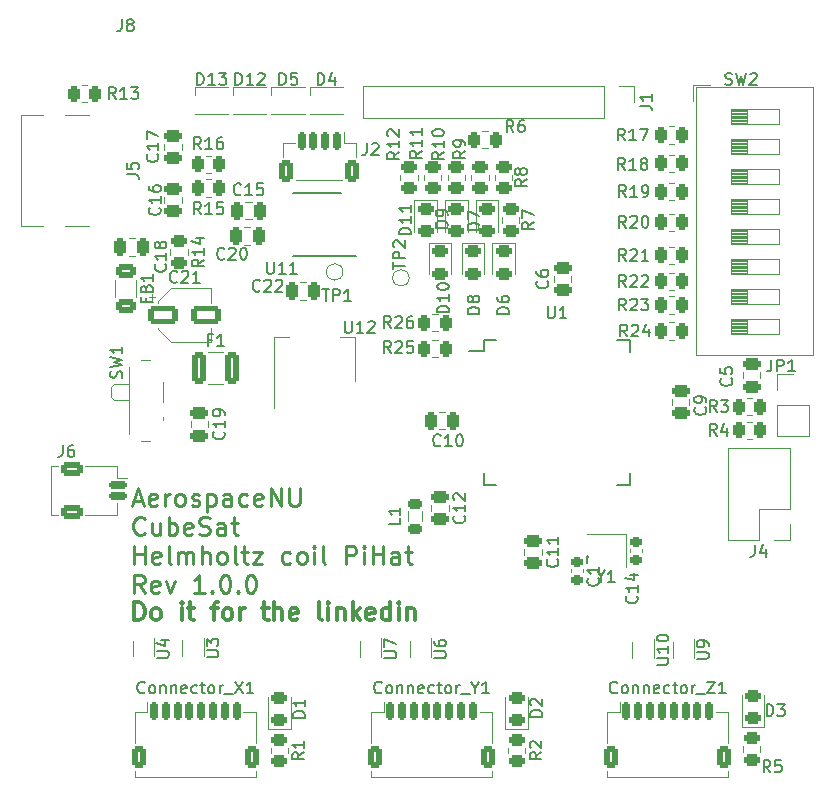
<source format=gbr>
%TF.GenerationSoftware,KiCad,Pcbnew,8.0.1*%
%TF.CreationDate,2024-04-11T22:43:03-04:00*%
%TF.ProjectId,DSPicPiHat,44535069-6350-4694-9861-742e6b696361,rev?*%
%TF.SameCoordinates,Original*%
%TF.FileFunction,Legend,Top*%
%TF.FilePolarity,Positive*%
%FSLAX46Y46*%
G04 Gerber Fmt 4.6, Leading zero omitted, Abs format (unit mm)*
G04 Created by KiCad (PCBNEW 8.0.1) date 2024-04-11 22:43:03*
%MOMM*%
%LPD*%
G01*
G04 APERTURE LIST*
G04 Aperture macros list*
%AMRoundRect*
0 Rectangle with rounded corners*
0 $1 Rounding radius*
0 $2 $3 $4 $5 $6 $7 $8 $9 X,Y pos of 4 corners*
0 Add a 4 corners polygon primitive as box body*
4,1,4,$2,$3,$4,$5,$6,$7,$8,$9,$2,$3,0*
0 Add four circle primitives for the rounded corners*
1,1,$1+$1,$2,$3*
1,1,$1+$1,$4,$5*
1,1,$1+$1,$6,$7*
1,1,$1+$1,$8,$9*
0 Add four rect primitives between the rounded corners*
20,1,$1+$1,$2,$3,$4,$5,0*
20,1,$1+$1,$4,$5,$6,$7,0*
20,1,$1+$1,$6,$7,$8,$9,0*
20,1,$1+$1,$8,$9,$2,$3,0*%
G04 Aperture macros list end*
%ADD10C,0.300000*%
%ADD11C,0.254000*%
%ADD12C,0.150000*%
%ADD13C,0.120000*%
%ADD14C,0.000000*%
%ADD15RoundRect,0.250000X-1.050000X-0.550000X1.050000X-0.550000X1.050000X0.550000X-1.050000X0.550000X0*%
%ADD16R,0.300000X0.450000*%
%ADD17RoundRect,0.243750X-0.456250X0.243750X-0.456250X-0.243750X0.456250X-0.243750X0.456250X0.243750X0*%
%ADD18RoundRect,0.150000X0.150000X0.625000X-0.150000X0.625000X-0.150000X-0.625000X0.150000X-0.625000X0*%
%ADD19RoundRect,0.250000X0.350000X0.650000X-0.350000X0.650000X-0.350000X-0.650000X0.350000X-0.650000X0*%
%ADD20R,0.700000X0.700000*%
%ADD21RoundRect,0.250000X-0.262500X-0.450000X0.262500X-0.450000X0.262500X0.450000X-0.262500X0.450000X0*%
%ADD22C,2.000000*%
%ADD23RoundRect,0.250000X0.450000X-0.262500X0.450000X0.262500X-0.450000X0.262500X-0.450000X-0.262500X0*%
%ADD24RoundRect,0.250000X-0.450000X0.262500X-0.450000X-0.262500X0.450000X-0.262500X0.450000X0.262500X0*%
%ADD25R,1.200000X0.400000*%
%ADD26R,1.700000X1.700000*%
%ADD27O,1.700000X1.700000*%
%ADD28RoundRect,0.250000X0.250000X0.475000X-0.250000X0.475000X-0.250000X-0.475000X0.250000X-0.475000X0*%
%ADD29R,1.600000X1.600000*%
%ADD30O,1.600000X1.600000*%
%ADD31R,0.800000X1.000000*%
%ADD32C,0.900000*%
%ADD33R,1.500000X0.700000*%
%ADD34RoundRect,0.250000X-0.475000X0.250000X-0.475000X-0.250000X0.475000X-0.250000X0.475000X0.250000X0*%
%ADD35C,4.700000*%
%ADD36C,1.000000*%
%ADD37RoundRect,0.250000X0.262500X0.450000X-0.262500X0.450000X-0.262500X-0.450000X0.262500X-0.450000X0*%
%ADD38RoundRect,0.243750X0.456250X-0.243750X0.456250X0.243750X-0.456250X0.243750X-0.456250X-0.243750X0*%
%ADD39R,1.150000X1.000000*%
%ADD40RoundRect,0.250000X0.475000X-0.250000X0.475000X0.250000X-0.475000X0.250000X-0.475000X-0.250000X0*%
%ADD41C,0.650000*%
%ADD42R,1.450000X0.600000*%
%ADD43R,1.450000X0.300000*%
%ADD44O,2.100000X1.000000*%
%ADD45O,1.600000X1.000000*%
%ADD46R,1.500000X0.300000*%
%ADD47R,0.300000X1.500000*%
%ADD48RoundRect,0.150000X-0.150000X-0.600000X0.150000X-0.600000X0.150000X0.600000X-0.150000X0.600000X0*%
%ADD49RoundRect,0.250000X-0.350000X-0.650000X0.350000X-0.650000X0.350000X0.650000X-0.350000X0.650000X0*%
%ADD50R,1.500000X2.000000*%
%ADD51R,3.800000X2.000000*%
%ADD52RoundRect,0.218750X-0.381250X0.218750X-0.381250X-0.218750X0.381250X-0.218750X0.381250X0.218750X0*%
%ADD53RoundRect,0.225000X-0.250000X0.225000X-0.250000X-0.225000X0.250000X-0.225000X0.250000X0.225000X0*%
%ADD54RoundRect,0.250000X-0.625000X0.312500X-0.625000X-0.312500X0.625000X-0.312500X0.625000X0.312500X0*%
%ADD55RoundRect,0.150000X-0.600000X0.150000X-0.600000X-0.150000X0.600000X-0.150000X0.600000X0.150000X0*%
%ADD56RoundRect,0.250000X-0.650000X0.350000X-0.650000X-0.350000X0.650000X-0.350000X0.650000X0.350000X0*%
%ADD57RoundRect,0.250000X-0.375000X-1.075000X0.375000X-1.075000X0.375000X1.075000X-0.375000X1.075000X0*%
G04 APERTURE END LIST*
D10*
X3742856Y-48578328D02*
X3742856Y-47078328D01*
X3742856Y-47078328D02*
X4099999Y-47078328D01*
X4099999Y-47078328D02*
X4314285Y-47149757D01*
X4314285Y-47149757D02*
X4457142Y-47292614D01*
X4457142Y-47292614D02*
X4528571Y-47435471D01*
X4528571Y-47435471D02*
X4599999Y-47721185D01*
X4599999Y-47721185D02*
X4599999Y-47935471D01*
X4599999Y-47935471D02*
X4528571Y-48221185D01*
X4528571Y-48221185D02*
X4457142Y-48364042D01*
X4457142Y-48364042D02*
X4314285Y-48506900D01*
X4314285Y-48506900D02*
X4099999Y-48578328D01*
X4099999Y-48578328D02*
X3742856Y-48578328D01*
X5457142Y-48578328D02*
X5314285Y-48506900D01*
X5314285Y-48506900D02*
X5242856Y-48435471D01*
X5242856Y-48435471D02*
X5171428Y-48292614D01*
X5171428Y-48292614D02*
X5171428Y-47864042D01*
X5171428Y-47864042D02*
X5242856Y-47721185D01*
X5242856Y-47721185D02*
X5314285Y-47649757D01*
X5314285Y-47649757D02*
X5457142Y-47578328D01*
X5457142Y-47578328D02*
X5671428Y-47578328D01*
X5671428Y-47578328D02*
X5814285Y-47649757D01*
X5814285Y-47649757D02*
X5885714Y-47721185D01*
X5885714Y-47721185D02*
X5957142Y-47864042D01*
X5957142Y-47864042D02*
X5957142Y-48292614D01*
X5957142Y-48292614D02*
X5885714Y-48435471D01*
X5885714Y-48435471D02*
X5814285Y-48506900D01*
X5814285Y-48506900D02*
X5671428Y-48578328D01*
X5671428Y-48578328D02*
X5457142Y-48578328D01*
X7742856Y-48578328D02*
X7742856Y-47578328D01*
X7742856Y-47078328D02*
X7671428Y-47149757D01*
X7671428Y-47149757D02*
X7742856Y-47221185D01*
X7742856Y-47221185D02*
X7814285Y-47149757D01*
X7814285Y-47149757D02*
X7742856Y-47078328D01*
X7742856Y-47078328D02*
X7742856Y-47221185D01*
X8242857Y-47578328D02*
X8814285Y-47578328D01*
X8457142Y-47078328D02*
X8457142Y-48364042D01*
X8457142Y-48364042D02*
X8528571Y-48506900D01*
X8528571Y-48506900D02*
X8671428Y-48578328D01*
X8671428Y-48578328D02*
X8814285Y-48578328D01*
X10242857Y-47578328D02*
X10814285Y-47578328D01*
X10457142Y-48578328D02*
X10457142Y-47292614D01*
X10457142Y-47292614D02*
X10528571Y-47149757D01*
X10528571Y-47149757D02*
X10671428Y-47078328D01*
X10671428Y-47078328D02*
X10814285Y-47078328D01*
X11528571Y-48578328D02*
X11385714Y-48506900D01*
X11385714Y-48506900D02*
X11314285Y-48435471D01*
X11314285Y-48435471D02*
X11242857Y-48292614D01*
X11242857Y-48292614D02*
X11242857Y-47864042D01*
X11242857Y-47864042D02*
X11314285Y-47721185D01*
X11314285Y-47721185D02*
X11385714Y-47649757D01*
X11385714Y-47649757D02*
X11528571Y-47578328D01*
X11528571Y-47578328D02*
X11742857Y-47578328D01*
X11742857Y-47578328D02*
X11885714Y-47649757D01*
X11885714Y-47649757D02*
X11957143Y-47721185D01*
X11957143Y-47721185D02*
X12028571Y-47864042D01*
X12028571Y-47864042D02*
X12028571Y-48292614D01*
X12028571Y-48292614D02*
X11957143Y-48435471D01*
X11957143Y-48435471D02*
X11885714Y-48506900D01*
X11885714Y-48506900D02*
X11742857Y-48578328D01*
X11742857Y-48578328D02*
X11528571Y-48578328D01*
X12671428Y-48578328D02*
X12671428Y-47578328D01*
X12671428Y-47864042D02*
X12742857Y-47721185D01*
X12742857Y-47721185D02*
X12814286Y-47649757D01*
X12814286Y-47649757D02*
X12957143Y-47578328D01*
X12957143Y-47578328D02*
X13100000Y-47578328D01*
X14528571Y-47578328D02*
X15099999Y-47578328D01*
X14742856Y-47078328D02*
X14742856Y-48364042D01*
X14742856Y-48364042D02*
X14814285Y-48506900D01*
X14814285Y-48506900D02*
X14957142Y-48578328D01*
X14957142Y-48578328D02*
X15099999Y-48578328D01*
X15599999Y-48578328D02*
X15599999Y-47078328D01*
X16242857Y-48578328D02*
X16242857Y-47792614D01*
X16242857Y-47792614D02*
X16171428Y-47649757D01*
X16171428Y-47649757D02*
X16028571Y-47578328D01*
X16028571Y-47578328D02*
X15814285Y-47578328D01*
X15814285Y-47578328D02*
X15671428Y-47649757D01*
X15671428Y-47649757D02*
X15599999Y-47721185D01*
X17528571Y-48506900D02*
X17385714Y-48578328D01*
X17385714Y-48578328D02*
X17100000Y-48578328D01*
X17100000Y-48578328D02*
X16957142Y-48506900D01*
X16957142Y-48506900D02*
X16885714Y-48364042D01*
X16885714Y-48364042D02*
X16885714Y-47792614D01*
X16885714Y-47792614D02*
X16957142Y-47649757D01*
X16957142Y-47649757D02*
X17100000Y-47578328D01*
X17100000Y-47578328D02*
X17385714Y-47578328D01*
X17385714Y-47578328D02*
X17528571Y-47649757D01*
X17528571Y-47649757D02*
X17600000Y-47792614D01*
X17600000Y-47792614D02*
X17600000Y-47935471D01*
X17600000Y-47935471D02*
X16885714Y-48078328D01*
X19599999Y-48578328D02*
X19457142Y-48506900D01*
X19457142Y-48506900D02*
X19385713Y-48364042D01*
X19385713Y-48364042D02*
X19385713Y-47078328D01*
X20171427Y-48578328D02*
X20171427Y-47578328D01*
X20171427Y-47078328D02*
X20099999Y-47149757D01*
X20099999Y-47149757D02*
X20171427Y-47221185D01*
X20171427Y-47221185D02*
X20242856Y-47149757D01*
X20242856Y-47149757D02*
X20171427Y-47078328D01*
X20171427Y-47078328D02*
X20171427Y-47221185D01*
X20885713Y-47578328D02*
X20885713Y-48578328D01*
X20885713Y-47721185D02*
X20957142Y-47649757D01*
X20957142Y-47649757D02*
X21099999Y-47578328D01*
X21099999Y-47578328D02*
X21314285Y-47578328D01*
X21314285Y-47578328D02*
X21457142Y-47649757D01*
X21457142Y-47649757D02*
X21528571Y-47792614D01*
X21528571Y-47792614D02*
X21528571Y-48578328D01*
X22242856Y-48578328D02*
X22242856Y-47078328D01*
X22385714Y-48006900D02*
X22814285Y-48578328D01*
X22814285Y-47578328D02*
X22242856Y-48149757D01*
X24028571Y-48506900D02*
X23885714Y-48578328D01*
X23885714Y-48578328D02*
X23600000Y-48578328D01*
X23600000Y-48578328D02*
X23457142Y-48506900D01*
X23457142Y-48506900D02*
X23385714Y-48364042D01*
X23385714Y-48364042D02*
X23385714Y-47792614D01*
X23385714Y-47792614D02*
X23457142Y-47649757D01*
X23457142Y-47649757D02*
X23600000Y-47578328D01*
X23600000Y-47578328D02*
X23885714Y-47578328D01*
X23885714Y-47578328D02*
X24028571Y-47649757D01*
X24028571Y-47649757D02*
X24100000Y-47792614D01*
X24100000Y-47792614D02*
X24100000Y-47935471D01*
X24100000Y-47935471D02*
X23385714Y-48078328D01*
X25385714Y-48578328D02*
X25385714Y-47078328D01*
X25385714Y-48506900D02*
X25242856Y-48578328D01*
X25242856Y-48578328D02*
X24957142Y-48578328D01*
X24957142Y-48578328D02*
X24814285Y-48506900D01*
X24814285Y-48506900D02*
X24742856Y-48435471D01*
X24742856Y-48435471D02*
X24671428Y-48292614D01*
X24671428Y-48292614D02*
X24671428Y-47864042D01*
X24671428Y-47864042D02*
X24742856Y-47721185D01*
X24742856Y-47721185D02*
X24814285Y-47649757D01*
X24814285Y-47649757D02*
X24957142Y-47578328D01*
X24957142Y-47578328D02*
X25242856Y-47578328D01*
X25242856Y-47578328D02*
X25385714Y-47649757D01*
X26099999Y-48578328D02*
X26099999Y-47578328D01*
X26099999Y-47078328D02*
X26028571Y-47149757D01*
X26028571Y-47149757D02*
X26099999Y-47221185D01*
X26099999Y-47221185D02*
X26171428Y-47149757D01*
X26171428Y-47149757D02*
X26099999Y-47078328D01*
X26099999Y-47078328D02*
X26099999Y-47221185D01*
X26814285Y-47578328D02*
X26814285Y-48578328D01*
X26814285Y-47721185D02*
X26885714Y-47649757D01*
X26885714Y-47649757D02*
X27028571Y-47578328D01*
X27028571Y-47578328D02*
X27242857Y-47578328D01*
X27242857Y-47578328D02*
X27385714Y-47649757D01*
X27385714Y-47649757D02*
X27457143Y-47792614D01*
X27457143Y-47792614D02*
X27457143Y-48578328D01*
D11*
X3657390Y-38476062D02*
X4383105Y-38476062D01*
X3512247Y-38911491D02*
X4020247Y-37387491D01*
X4020247Y-37387491D02*
X4528247Y-38911491D01*
X5616819Y-38838920D02*
X5471676Y-38911491D01*
X5471676Y-38911491D02*
X5181391Y-38911491D01*
X5181391Y-38911491D02*
X5036248Y-38838920D01*
X5036248Y-38838920D02*
X4963676Y-38693777D01*
X4963676Y-38693777D02*
X4963676Y-38113205D01*
X4963676Y-38113205D02*
X5036248Y-37968062D01*
X5036248Y-37968062D02*
X5181391Y-37895491D01*
X5181391Y-37895491D02*
X5471676Y-37895491D01*
X5471676Y-37895491D02*
X5616819Y-37968062D01*
X5616819Y-37968062D02*
X5689391Y-38113205D01*
X5689391Y-38113205D02*
X5689391Y-38258348D01*
X5689391Y-38258348D02*
X4963676Y-38403491D01*
X6342534Y-38911491D02*
X6342534Y-37895491D01*
X6342534Y-38185777D02*
X6415105Y-38040634D01*
X6415105Y-38040634D02*
X6487677Y-37968062D01*
X6487677Y-37968062D02*
X6632819Y-37895491D01*
X6632819Y-37895491D02*
X6777962Y-37895491D01*
X7503677Y-38911491D02*
X7358534Y-38838920D01*
X7358534Y-38838920D02*
X7285963Y-38766348D01*
X7285963Y-38766348D02*
X7213391Y-38621205D01*
X7213391Y-38621205D02*
X7213391Y-38185777D01*
X7213391Y-38185777D02*
X7285963Y-38040634D01*
X7285963Y-38040634D02*
X7358534Y-37968062D01*
X7358534Y-37968062D02*
X7503677Y-37895491D01*
X7503677Y-37895491D02*
X7721391Y-37895491D01*
X7721391Y-37895491D02*
X7866534Y-37968062D01*
X7866534Y-37968062D02*
X7939106Y-38040634D01*
X7939106Y-38040634D02*
X8011677Y-38185777D01*
X8011677Y-38185777D02*
X8011677Y-38621205D01*
X8011677Y-38621205D02*
X7939106Y-38766348D01*
X7939106Y-38766348D02*
X7866534Y-38838920D01*
X7866534Y-38838920D02*
X7721391Y-38911491D01*
X7721391Y-38911491D02*
X7503677Y-38911491D01*
X8592248Y-38838920D02*
X8737391Y-38911491D01*
X8737391Y-38911491D02*
X9027677Y-38911491D01*
X9027677Y-38911491D02*
X9172820Y-38838920D01*
X9172820Y-38838920D02*
X9245391Y-38693777D01*
X9245391Y-38693777D02*
X9245391Y-38621205D01*
X9245391Y-38621205D02*
X9172820Y-38476062D01*
X9172820Y-38476062D02*
X9027677Y-38403491D01*
X9027677Y-38403491D02*
X8809963Y-38403491D01*
X8809963Y-38403491D02*
X8664820Y-38330920D01*
X8664820Y-38330920D02*
X8592248Y-38185777D01*
X8592248Y-38185777D02*
X8592248Y-38113205D01*
X8592248Y-38113205D02*
X8664820Y-37968062D01*
X8664820Y-37968062D02*
X8809963Y-37895491D01*
X8809963Y-37895491D02*
X9027677Y-37895491D01*
X9027677Y-37895491D02*
X9172820Y-37968062D01*
X9898534Y-37895491D02*
X9898534Y-39419491D01*
X9898534Y-37968062D02*
X10043677Y-37895491D01*
X10043677Y-37895491D02*
X10333962Y-37895491D01*
X10333962Y-37895491D02*
X10479105Y-37968062D01*
X10479105Y-37968062D02*
X10551677Y-38040634D01*
X10551677Y-38040634D02*
X10624248Y-38185777D01*
X10624248Y-38185777D02*
X10624248Y-38621205D01*
X10624248Y-38621205D02*
X10551677Y-38766348D01*
X10551677Y-38766348D02*
X10479105Y-38838920D01*
X10479105Y-38838920D02*
X10333962Y-38911491D01*
X10333962Y-38911491D02*
X10043677Y-38911491D01*
X10043677Y-38911491D02*
X9898534Y-38838920D01*
X11930534Y-38911491D02*
X11930534Y-38113205D01*
X11930534Y-38113205D02*
X11857962Y-37968062D01*
X11857962Y-37968062D02*
X11712819Y-37895491D01*
X11712819Y-37895491D02*
X11422534Y-37895491D01*
X11422534Y-37895491D02*
X11277391Y-37968062D01*
X11930534Y-38838920D02*
X11785391Y-38911491D01*
X11785391Y-38911491D02*
X11422534Y-38911491D01*
X11422534Y-38911491D02*
X11277391Y-38838920D01*
X11277391Y-38838920D02*
X11204819Y-38693777D01*
X11204819Y-38693777D02*
X11204819Y-38548634D01*
X11204819Y-38548634D02*
X11277391Y-38403491D01*
X11277391Y-38403491D02*
X11422534Y-38330920D01*
X11422534Y-38330920D02*
X11785391Y-38330920D01*
X11785391Y-38330920D02*
X11930534Y-38258348D01*
X13309391Y-38838920D02*
X13164248Y-38911491D01*
X13164248Y-38911491D02*
X12873962Y-38911491D01*
X12873962Y-38911491D02*
X12728819Y-38838920D01*
X12728819Y-38838920D02*
X12656248Y-38766348D01*
X12656248Y-38766348D02*
X12583676Y-38621205D01*
X12583676Y-38621205D02*
X12583676Y-38185777D01*
X12583676Y-38185777D02*
X12656248Y-38040634D01*
X12656248Y-38040634D02*
X12728819Y-37968062D01*
X12728819Y-37968062D02*
X12873962Y-37895491D01*
X12873962Y-37895491D02*
X13164248Y-37895491D01*
X13164248Y-37895491D02*
X13309391Y-37968062D01*
X14543105Y-38838920D02*
X14397962Y-38911491D01*
X14397962Y-38911491D02*
X14107677Y-38911491D01*
X14107677Y-38911491D02*
X13962534Y-38838920D01*
X13962534Y-38838920D02*
X13889962Y-38693777D01*
X13889962Y-38693777D02*
X13889962Y-38113205D01*
X13889962Y-38113205D02*
X13962534Y-37968062D01*
X13962534Y-37968062D02*
X14107677Y-37895491D01*
X14107677Y-37895491D02*
X14397962Y-37895491D01*
X14397962Y-37895491D02*
X14543105Y-37968062D01*
X14543105Y-37968062D02*
X14615677Y-38113205D01*
X14615677Y-38113205D02*
X14615677Y-38258348D01*
X14615677Y-38258348D02*
X13889962Y-38403491D01*
X15268820Y-38911491D02*
X15268820Y-37387491D01*
X15268820Y-37387491D02*
X16139677Y-38911491D01*
X16139677Y-38911491D02*
X16139677Y-37387491D01*
X16865391Y-37387491D02*
X16865391Y-38621205D01*
X16865391Y-38621205D02*
X16937962Y-38766348D01*
X16937962Y-38766348D02*
X17010534Y-38838920D01*
X17010534Y-38838920D02*
X17155676Y-38911491D01*
X17155676Y-38911491D02*
X17445962Y-38911491D01*
X17445962Y-38911491D02*
X17591105Y-38838920D01*
X17591105Y-38838920D02*
X17663676Y-38766348D01*
X17663676Y-38766348D02*
X17736248Y-38621205D01*
X17736248Y-38621205D02*
X17736248Y-37387491D01*
X4600819Y-41219903D02*
X4528247Y-41292475D01*
X4528247Y-41292475D02*
X4310533Y-41365046D01*
X4310533Y-41365046D02*
X4165390Y-41365046D01*
X4165390Y-41365046D02*
X3947676Y-41292475D01*
X3947676Y-41292475D02*
X3802533Y-41147332D01*
X3802533Y-41147332D02*
X3729962Y-41002189D01*
X3729962Y-41002189D02*
X3657390Y-40711903D01*
X3657390Y-40711903D02*
X3657390Y-40494189D01*
X3657390Y-40494189D02*
X3729962Y-40203903D01*
X3729962Y-40203903D02*
X3802533Y-40058760D01*
X3802533Y-40058760D02*
X3947676Y-39913617D01*
X3947676Y-39913617D02*
X4165390Y-39841046D01*
X4165390Y-39841046D02*
X4310533Y-39841046D01*
X4310533Y-39841046D02*
X4528247Y-39913617D01*
X4528247Y-39913617D02*
X4600819Y-39986189D01*
X5907105Y-40349046D02*
X5907105Y-41365046D01*
X5253962Y-40349046D02*
X5253962Y-41147332D01*
X5253962Y-41147332D02*
X5326533Y-41292475D01*
X5326533Y-41292475D02*
X5471676Y-41365046D01*
X5471676Y-41365046D02*
X5689390Y-41365046D01*
X5689390Y-41365046D02*
X5834533Y-41292475D01*
X5834533Y-41292475D02*
X5907105Y-41219903D01*
X6632819Y-41365046D02*
X6632819Y-39841046D01*
X6632819Y-40421617D02*
X6777962Y-40349046D01*
X6777962Y-40349046D02*
X7068247Y-40349046D01*
X7068247Y-40349046D02*
X7213390Y-40421617D01*
X7213390Y-40421617D02*
X7285962Y-40494189D01*
X7285962Y-40494189D02*
X7358533Y-40639332D01*
X7358533Y-40639332D02*
X7358533Y-41074760D01*
X7358533Y-41074760D02*
X7285962Y-41219903D01*
X7285962Y-41219903D02*
X7213390Y-41292475D01*
X7213390Y-41292475D02*
X7068247Y-41365046D01*
X7068247Y-41365046D02*
X6777962Y-41365046D01*
X6777962Y-41365046D02*
X6632819Y-41292475D01*
X8592247Y-41292475D02*
X8447104Y-41365046D01*
X8447104Y-41365046D02*
X8156819Y-41365046D01*
X8156819Y-41365046D02*
X8011676Y-41292475D01*
X8011676Y-41292475D02*
X7939104Y-41147332D01*
X7939104Y-41147332D02*
X7939104Y-40566760D01*
X7939104Y-40566760D02*
X8011676Y-40421617D01*
X8011676Y-40421617D02*
X8156819Y-40349046D01*
X8156819Y-40349046D02*
X8447104Y-40349046D01*
X8447104Y-40349046D02*
X8592247Y-40421617D01*
X8592247Y-40421617D02*
X8664819Y-40566760D01*
X8664819Y-40566760D02*
X8664819Y-40711903D01*
X8664819Y-40711903D02*
X7939104Y-40857046D01*
X9245390Y-41292475D02*
X9463105Y-41365046D01*
X9463105Y-41365046D02*
X9825962Y-41365046D01*
X9825962Y-41365046D02*
X9971105Y-41292475D01*
X9971105Y-41292475D02*
X10043676Y-41219903D01*
X10043676Y-41219903D02*
X10116247Y-41074760D01*
X10116247Y-41074760D02*
X10116247Y-40929617D01*
X10116247Y-40929617D02*
X10043676Y-40784475D01*
X10043676Y-40784475D02*
X9971105Y-40711903D01*
X9971105Y-40711903D02*
X9825962Y-40639332D01*
X9825962Y-40639332D02*
X9535676Y-40566760D01*
X9535676Y-40566760D02*
X9390533Y-40494189D01*
X9390533Y-40494189D02*
X9317962Y-40421617D01*
X9317962Y-40421617D02*
X9245390Y-40276475D01*
X9245390Y-40276475D02*
X9245390Y-40131332D01*
X9245390Y-40131332D02*
X9317962Y-39986189D01*
X9317962Y-39986189D02*
X9390533Y-39913617D01*
X9390533Y-39913617D02*
X9535676Y-39841046D01*
X9535676Y-39841046D02*
X9898533Y-39841046D01*
X9898533Y-39841046D02*
X10116247Y-39913617D01*
X11422534Y-41365046D02*
X11422534Y-40566760D01*
X11422534Y-40566760D02*
X11349962Y-40421617D01*
X11349962Y-40421617D02*
X11204819Y-40349046D01*
X11204819Y-40349046D02*
X10914534Y-40349046D01*
X10914534Y-40349046D02*
X10769391Y-40421617D01*
X11422534Y-41292475D02*
X11277391Y-41365046D01*
X11277391Y-41365046D02*
X10914534Y-41365046D01*
X10914534Y-41365046D02*
X10769391Y-41292475D01*
X10769391Y-41292475D02*
X10696819Y-41147332D01*
X10696819Y-41147332D02*
X10696819Y-41002189D01*
X10696819Y-41002189D02*
X10769391Y-40857046D01*
X10769391Y-40857046D02*
X10914534Y-40784475D01*
X10914534Y-40784475D02*
X11277391Y-40784475D01*
X11277391Y-40784475D02*
X11422534Y-40711903D01*
X11930533Y-40349046D02*
X12511105Y-40349046D01*
X12148248Y-39841046D02*
X12148248Y-41147332D01*
X12148248Y-41147332D02*
X12220819Y-41292475D01*
X12220819Y-41292475D02*
X12365962Y-41365046D01*
X12365962Y-41365046D02*
X12511105Y-41365046D01*
X3729962Y-43818601D02*
X3729962Y-42294601D01*
X3729962Y-43020315D02*
X4600819Y-43020315D01*
X4600819Y-43818601D02*
X4600819Y-42294601D01*
X5907104Y-43746030D02*
X5761961Y-43818601D01*
X5761961Y-43818601D02*
X5471676Y-43818601D01*
X5471676Y-43818601D02*
X5326533Y-43746030D01*
X5326533Y-43746030D02*
X5253961Y-43600887D01*
X5253961Y-43600887D02*
X5253961Y-43020315D01*
X5253961Y-43020315D02*
X5326533Y-42875172D01*
X5326533Y-42875172D02*
X5471676Y-42802601D01*
X5471676Y-42802601D02*
X5761961Y-42802601D01*
X5761961Y-42802601D02*
X5907104Y-42875172D01*
X5907104Y-42875172D02*
X5979676Y-43020315D01*
X5979676Y-43020315D02*
X5979676Y-43165458D01*
X5979676Y-43165458D02*
X5253961Y-43310601D01*
X6850533Y-43818601D02*
X6705390Y-43746030D01*
X6705390Y-43746030D02*
X6632819Y-43600887D01*
X6632819Y-43600887D02*
X6632819Y-42294601D01*
X7431105Y-43818601D02*
X7431105Y-42802601D01*
X7431105Y-42947744D02*
X7503676Y-42875172D01*
X7503676Y-42875172D02*
X7648819Y-42802601D01*
X7648819Y-42802601D02*
X7866533Y-42802601D01*
X7866533Y-42802601D02*
X8011676Y-42875172D01*
X8011676Y-42875172D02*
X8084248Y-43020315D01*
X8084248Y-43020315D02*
X8084248Y-43818601D01*
X8084248Y-43020315D02*
X8156819Y-42875172D01*
X8156819Y-42875172D02*
X8301962Y-42802601D01*
X8301962Y-42802601D02*
X8519676Y-42802601D01*
X8519676Y-42802601D02*
X8664819Y-42875172D01*
X8664819Y-42875172D02*
X8737390Y-43020315D01*
X8737390Y-43020315D02*
X8737390Y-43818601D01*
X9463105Y-43818601D02*
X9463105Y-42294601D01*
X10116248Y-43818601D02*
X10116248Y-43020315D01*
X10116248Y-43020315D02*
X10043676Y-42875172D01*
X10043676Y-42875172D02*
X9898533Y-42802601D01*
X9898533Y-42802601D02*
X9680819Y-42802601D01*
X9680819Y-42802601D02*
X9535676Y-42875172D01*
X9535676Y-42875172D02*
X9463105Y-42947744D01*
X11059676Y-43818601D02*
X10914533Y-43746030D01*
X10914533Y-43746030D02*
X10841962Y-43673458D01*
X10841962Y-43673458D02*
X10769390Y-43528315D01*
X10769390Y-43528315D02*
X10769390Y-43092887D01*
X10769390Y-43092887D02*
X10841962Y-42947744D01*
X10841962Y-42947744D02*
X10914533Y-42875172D01*
X10914533Y-42875172D02*
X11059676Y-42802601D01*
X11059676Y-42802601D02*
X11277390Y-42802601D01*
X11277390Y-42802601D02*
X11422533Y-42875172D01*
X11422533Y-42875172D02*
X11495105Y-42947744D01*
X11495105Y-42947744D02*
X11567676Y-43092887D01*
X11567676Y-43092887D02*
X11567676Y-43528315D01*
X11567676Y-43528315D02*
X11495105Y-43673458D01*
X11495105Y-43673458D02*
X11422533Y-43746030D01*
X11422533Y-43746030D02*
X11277390Y-43818601D01*
X11277390Y-43818601D02*
X11059676Y-43818601D01*
X12438533Y-43818601D02*
X12293390Y-43746030D01*
X12293390Y-43746030D02*
X12220819Y-43600887D01*
X12220819Y-43600887D02*
X12220819Y-42294601D01*
X12801390Y-42802601D02*
X13381962Y-42802601D01*
X13019105Y-42294601D02*
X13019105Y-43600887D01*
X13019105Y-43600887D02*
X13091676Y-43746030D01*
X13091676Y-43746030D02*
X13236819Y-43818601D01*
X13236819Y-43818601D02*
X13381962Y-43818601D01*
X13744819Y-42802601D02*
X14543105Y-42802601D01*
X14543105Y-42802601D02*
X13744819Y-43818601D01*
X13744819Y-43818601D02*
X14543105Y-43818601D01*
X16937962Y-43746030D02*
X16792819Y-43818601D01*
X16792819Y-43818601D02*
X16502533Y-43818601D01*
X16502533Y-43818601D02*
X16357390Y-43746030D01*
X16357390Y-43746030D02*
X16284819Y-43673458D01*
X16284819Y-43673458D02*
X16212247Y-43528315D01*
X16212247Y-43528315D02*
X16212247Y-43092887D01*
X16212247Y-43092887D02*
X16284819Y-42947744D01*
X16284819Y-42947744D02*
X16357390Y-42875172D01*
X16357390Y-42875172D02*
X16502533Y-42802601D01*
X16502533Y-42802601D02*
X16792819Y-42802601D01*
X16792819Y-42802601D02*
X16937962Y-42875172D01*
X17808819Y-43818601D02*
X17663676Y-43746030D01*
X17663676Y-43746030D02*
X17591105Y-43673458D01*
X17591105Y-43673458D02*
X17518533Y-43528315D01*
X17518533Y-43528315D02*
X17518533Y-43092887D01*
X17518533Y-43092887D02*
X17591105Y-42947744D01*
X17591105Y-42947744D02*
X17663676Y-42875172D01*
X17663676Y-42875172D02*
X17808819Y-42802601D01*
X17808819Y-42802601D02*
X18026533Y-42802601D01*
X18026533Y-42802601D02*
X18171676Y-42875172D01*
X18171676Y-42875172D02*
X18244248Y-42947744D01*
X18244248Y-42947744D02*
X18316819Y-43092887D01*
X18316819Y-43092887D02*
X18316819Y-43528315D01*
X18316819Y-43528315D02*
X18244248Y-43673458D01*
X18244248Y-43673458D02*
X18171676Y-43746030D01*
X18171676Y-43746030D02*
X18026533Y-43818601D01*
X18026533Y-43818601D02*
X17808819Y-43818601D01*
X18969962Y-43818601D02*
X18969962Y-42802601D01*
X18969962Y-42294601D02*
X18897390Y-42367172D01*
X18897390Y-42367172D02*
X18969962Y-42439744D01*
X18969962Y-42439744D02*
X19042533Y-42367172D01*
X19042533Y-42367172D02*
X18969962Y-42294601D01*
X18969962Y-42294601D02*
X18969962Y-42439744D01*
X19913390Y-43818601D02*
X19768247Y-43746030D01*
X19768247Y-43746030D02*
X19695676Y-43600887D01*
X19695676Y-43600887D02*
X19695676Y-42294601D01*
X21655105Y-43818601D02*
X21655105Y-42294601D01*
X21655105Y-42294601D02*
X22235676Y-42294601D01*
X22235676Y-42294601D02*
X22380819Y-42367172D01*
X22380819Y-42367172D02*
X22453390Y-42439744D01*
X22453390Y-42439744D02*
X22525962Y-42584887D01*
X22525962Y-42584887D02*
X22525962Y-42802601D01*
X22525962Y-42802601D02*
X22453390Y-42947744D01*
X22453390Y-42947744D02*
X22380819Y-43020315D01*
X22380819Y-43020315D02*
X22235676Y-43092887D01*
X22235676Y-43092887D02*
X21655105Y-43092887D01*
X23179105Y-43818601D02*
X23179105Y-42802601D01*
X23179105Y-42294601D02*
X23106533Y-42367172D01*
X23106533Y-42367172D02*
X23179105Y-42439744D01*
X23179105Y-42439744D02*
X23251676Y-42367172D01*
X23251676Y-42367172D02*
X23179105Y-42294601D01*
X23179105Y-42294601D02*
X23179105Y-42439744D01*
X23904819Y-43818601D02*
X23904819Y-42294601D01*
X23904819Y-43020315D02*
X24775676Y-43020315D01*
X24775676Y-43818601D02*
X24775676Y-42294601D01*
X26154533Y-43818601D02*
X26154533Y-43020315D01*
X26154533Y-43020315D02*
X26081961Y-42875172D01*
X26081961Y-42875172D02*
X25936818Y-42802601D01*
X25936818Y-42802601D02*
X25646533Y-42802601D01*
X25646533Y-42802601D02*
X25501390Y-42875172D01*
X26154533Y-43746030D02*
X26009390Y-43818601D01*
X26009390Y-43818601D02*
X25646533Y-43818601D01*
X25646533Y-43818601D02*
X25501390Y-43746030D01*
X25501390Y-43746030D02*
X25428818Y-43600887D01*
X25428818Y-43600887D02*
X25428818Y-43455744D01*
X25428818Y-43455744D02*
X25501390Y-43310601D01*
X25501390Y-43310601D02*
X25646533Y-43238030D01*
X25646533Y-43238030D02*
X26009390Y-43238030D01*
X26009390Y-43238030D02*
X26154533Y-43165458D01*
X26662532Y-42802601D02*
X27243104Y-42802601D01*
X26880247Y-42294601D02*
X26880247Y-43600887D01*
X26880247Y-43600887D02*
X26952818Y-43746030D01*
X26952818Y-43746030D02*
X27097961Y-43818601D01*
X27097961Y-43818601D02*
X27243104Y-43818601D01*
X4600819Y-46272156D02*
X4092819Y-45546442D01*
X3729962Y-46272156D02*
X3729962Y-44748156D01*
X3729962Y-44748156D02*
X4310533Y-44748156D01*
X4310533Y-44748156D02*
X4455676Y-44820727D01*
X4455676Y-44820727D02*
X4528247Y-44893299D01*
X4528247Y-44893299D02*
X4600819Y-45038442D01*
X4600819Y-45038442D02*
X4600819Y-45256156D01*
X4600819Y-45256156D02*
X4528247Y-45401299D01*
X4528247Y-45401299D02*
X4455676Y-45473870D01*
X4455676Y-45473870D02*
X4310533Y-45546442D01*
X4310533Y-45546442D02*
X3729962Y-45546442D01*
X5834533Y-46199585D02*
X5689390Y-46272156D01*
X5689390Y-46272156D02*
X5399105Y-46272156D01*
X5399105Y-46272156D02*
X5253962Y-46199585D01*
X5253962Y-46199585D02*
X5181390Y-46054442D01*
X5181390Y-46054442D02*
X5181390Y-45473870D01*
X5181390Y-45473870D02*
X5253962Y-45328727D01*
X5253962Y-45328727D02*
X5399105Y-45256156D01*
X5399105Y-45256156D02*
X5689390Y-45256156D01*
X5689390Y-45256156D02*
X5834533Y-45328727D01*
X5834533Y-45328727D02*
X5907105Y-45473870D01*
X5907105Y-45473870D02*
X5907105Y-45619013D01*
X5907105Y-45619013D02*
X5181390Y-45764156D01*
X6415105Y-45256156D02*
X6777962Y-46272156D01*
X6777962Y-46272156D02*
X7140819Y-45256156D01*
X9680819Y-46272156D02*
X8809962Y-46272156D01*
X9245391Y-46272156D02*
X9245391Y-44748156D01*
X9245391Y-44748156D02*
X9100248Y-44965870D01*
X9100248Y-44965870D02*
X8955105Y-45111013D01*
X8955105Y-45111013D02*
X8809962Y-45183585D01*
X10333963Y-46127013D02*
X10406534Y-46199585D01*
X10406534Y-46199585D02*
X10333963Y-46272156D01*
X10333963Y-46272156D02*
X10261391Y-46199585D01*
X10261391Y-46199585D02*
X10333963Y-46127013D01*
X10333963Y-46127013D02*
X10333963Y-46272156D01*
X11349962Y-44748156D02*
X11495105Y-44748156D01*
X11495105Y-44748156D02*
X11640248Y-44820727D01*
X11640248Y-44820727D02*
X11712820Y-44893299D01*
X11712820Y-44893299D02*
X11785391Y-45038442D01*
X11785391Y-45038442D02*
X11857962Y-45328727D01*
X11857962Y-45328727D02*
X11857962Y-45691585D01*
X11857962Y-45691585D02*
X11785391Y-45981870D01*
X11785391Y-45981870D02*
X11712820Y-46127013D01*
X11712820Y-46127013D02*
X11640248Y-46199585D01*
X11640248Y-46199585D02*
X11495105Y-46272156D01*
X11495105Y-46272156D02*
X11349962Y-46272156D01*
X11349962Y-46272156D02*
X11204820Y-46199585D01*
X11204820Y-46199585D02*
X11132248Y-46127013D01*
X11132248Y-46127013D02*
X11059677Y-45981870D01*
X11059677Y-45981870D02*
X10987105Y-45691585D01*
X10987105Y-45691585D02*
X10987105Y-45328727D01*
X10987105Y-45328727D02*
X11059677Y-45038442D01*
X11059677Y-45038442D02*
X11132248Y-44893299D01*
X11132248Y-44893299D02*
X11204820Y-44820727D01*
X11204820Y-44820727D02*
X11349962Y-44748156D01*
X12511106Y-46127013D02*
X12583677Y-46199585D01*
X12583677Y-46199585D02*
X12511106Y-46272156D01*
X12511106Y-46272156D02*
X12438534Y-46199585D01*
X12438534Y-46199585D02*
X12511106Y-46127013D01*
X12511106Y-46127013D02*
X12511106Y-46272156D01*
X13527105Y-44748156D02*
X13672248Y-44748156D01*
X13672248Y-44748156D02*
X13817391Y-44820727D01*
X13817391Y-44820727D02*
X13889963Y-44893299D01*
X13889963Y-44893299D02*
X13962534Y-45038442D01*
X13962534Y-45038442D02*
X14035105Y-45328727D01*
X14035105Y-45328727D02*
X14035105Y-45691585D01*
X14035105Y-45691585D02*
X13962534Y-45981870D01*
X13962534Y-45981870D02*
X13889963Y-46127013D01*
X13889963Y-46127013D02*
X13817391Y-46199585D01*
X13817391Y-46199585D02*
X13672248Y-46272156D01*
X13672248Y-46272156D02*
X13527105Y-46272156D01*
X13527105Y-46272156D02*
X13381963Y-46199585D01*
X13381963Y-46199585D02*
X13309391Y-46127013D01*
X13309391Y-46127013D02*
X13236820Y-45981870D01*
X13236820Y-45981870D02*
X13164248Y-45691585D01*
X13164248Y-45691585D02*
X13164248Y-45328727D01*
X13164248Y-45328727D02*
X13236820Y-45038442D01*
X13236820Y-45038442D02*
X13309391Y-44893299D01*
X13309391Y-44893299D02*
X13381963Y-44820727D01*
X13381963Y-44820727D02*
X13527105Y-44748156D01*
D12*
X7357142Y-19909580D02*
X7309523Y-19957200D01*
X7309523Y-19957200D02*
X7166666Y-20004819D01*
X7166666Y-20004819D02*
X7071428Y-20004819D01*
X7071428Y-20004819D02*
X6928571Y-19957200D01*
X6928571Y-19957200D02*
X6833333Y-19861961D01*
X6833333Y-19861961D02*
X6785714Y-19766723D01*
X6785714Y-19766723D02*
X6738095Y-19576247D01*
X6738095Y-19576247D02*
X6738095Y-19433390D01*
X6738095Y-19433390D02*
X6785714Y-19242914D01*
X6785714Y-19242914D02*
X6833333Y-19147676D01*
X6833333Y-19147676D02*
X6928571Y-19052438D01*
X6928571Y-19052438D02*
X7071428Y-19004819D01*
X7071428Y-19004819D02*
X7166666Y-19004819D01*
X7166666Y-19004819D02*
X7309523Y-19052438D01*
X7309523Y-19052438D02*
X7357142Y-19100057D01*
X7738095Y-19100057D02*
X7785714Y-19052438D01*
X7785714Y-19052438D02*
X7880952Y-19004819D01*
X7880952Y-19004819D02*
X8119047Y-19004819D01*
X8119047Y-19004819D02*
X8214285Y-19052438D01*
X8214285Y-19052438D02*
X8261904Y-19100057D01*
X8261904Y-19100057D02*
X8309523Y-19195295D01*
X8309523Y-19195295D02*
X8309523Y-19290533D01*
X8309523Y-19290533D02*
X8261904Y-19433390D01*
X8261904Y-19433390D02*
X7690476Y-20004819D01*
X7690476Y-20004819D02*
X8309523Y-20004819D01*
X9261904Y-20004819D02*
X8690476Y-20004819D01*
X8976190Y-20004819D02*
X8976190Y-19004819D01*
X8976190Y-19004819D02*
X8880952Y-19147676D01*
X8880952Y-19147676D02*
X8785714Y-19242914D01*
X8785714Y-19242914D02*
X8690476Y-19290533D01*
X51354819Y-51861904D02*
X52164342Y-51861904D01*
X52164342Y-51861904D02*
X52259580Y-51814285D01*
X52259580Y-51814285D02*
X52307200Y-51766666D01*
X52307200Y-51766666D02*
X52354819Y-51671428D01*
X52354819Y-51671428D02*
X52354819Y-51480952D01*
X52354819Y-51480952D02*
X52307200Y-51385714D01*
X52307200Y-51385714D02*
X52259580Y-51338095D01*
X52259580Y-51338095D02*
X52164342Y-51290476D01*
X52164342Y-51290476D02*
X51354819Y-51290476D01*
X52354819Y-50766666D02*
X52354819Y-50576190D01*
X52354819Y-50576190D02*
X52307200Y-50480952D01*
X52307200Y-50480952D02*
X52259580Y-50433333D01*
X52259580Y-50433333D02*
X52116723Y-50338095D01*
X52116723Y-50338095D02*
X51926247Y-50290476D01*
X51926247Y-50290476D02*
X51545295Y-50290476D01*
X51545295Y-50290476D02*
X51450057Y-50338095D01*
X51450057Y-50338095D02*
X51402438Y-50385714D01*
X51402438Y-50385714D02*
X51354819Y-50480952D01*
X51354819Y-50480952D02*
X51354819Y-50671428D01*
X51354819Y-50671428D02*
X51402438Y-50766666D01*
X51402438Y-50766666D02*
X51450057Y-50814285D01*
X51450057Y-50814285D02*
X51545295Y-50861904D01*
X51545295Y-50861904D02*
X51783390Y-50861904D01*
X51783390Y-50861904D02*
X51878628Y-50814285D01*
X51878628Y-50814285D02*
X51926247Y-50766666D01*
X51926247Y-50766666D02*
X51973866Y-50671428D01*
X51973866Y-50671428D02*
X51973866Y-50480952D01*
X51973866Y-50480952D02*
X51926247Y-50385714D01*
X51926247Y-50385714D02*
X51878628Y-50338095D01*
X51878628Y-50338095D02*
X51783390Y-50290476D01*
X30354819Y-22514285D02*
X29354819Y-22514285D01*
X29354819Y-22514285D02*
X29354819Y-22276190D01*
X29354819Y-22276190D02*
X29402438Y-22133333D01*
X29402438Y-22133333D02*
X29497676Y-22038095D01*
X29497676Y-22038095D02*
X29592914Y-21990476D01*
X29592914Y-21990476D02*
X29783390Y-21942857D01*
X29783390Y-21942857D02*
X29926247Y-21942857D01*
X29926247Y-21942857D02*
X30116723Y-21990476D01*
X30116723Y-21990476D02*
X30211961Y-22038095D01*
X30211961Y-22038095D02*
X30307200Y-22133333D01*
X30307200Y-22133333D02*
X30354819Y-22276190D01*
X30354819Y-22276190D02*
X30354819Y-22514285D01*
X30354819Y-20990476D02*
X30354819Y-21561904D01*
X30354819Y-21276190D02*
X29354819Y-21276190D01*
X29354819Y-21276190D02*
X29497676Y-21371428D01*
X29497676Y-21371428D02*
X29592914Y-21466666D01*
X29592914Y-21466666D02*
X29640533Y-21561904D01*
X29354819Y-20371428D02*
X29354819Y-20276190D01*
X29354819Y-20276190D02*
X29402438Y-20180952D01*
X29402438Y-20180952D02*
X29450057Y-20133333D01*
X29450057Y-20133333D02*
X29545295Y-20085714D01*
X29545295Y-20085714D02*
X29735771Y-20038095D01*
X29735771Y-20038095D02*
X29973866Y-20038095D01*
X29973866Y-20038095D02*
X30164342Y-20085714D01*
X30164342Y-20085714D02*
X30259580Y-20133333D01*
X30259580Y-20133333D02*
X30307200Y-20180952D01*
X30307200Y-20180952D02*
X30354819Y-20276190D01*
X30354819Y-20276190D02*
X30354819Y-20371428D01*
X30354819Y-20371428D02*
X30307200Y-20466666D01*
X30307200Y-20466666D02*
X30259580Y-20514285D01*
X30259580Y-20514285D02*
X30164342Y-20561904D01*
X30164342Y-20561904D02*
X29973866Y-20609523D01*
X29973866Y-20609523D02*
X29735771Y-20609523D01*
X29735771Y-20609523D02*
X29545295Y-20561904D01*
X29545295Y-20561904D02*
X29450057Y-20514285D01*
X29450057Y-20514285D02*
X29402438Y-20466666D01*
X29402438Y-20466666D02*
X29354819Y-20371428D01*
X23416666Y-8204819D02*
X23416666Y-8919104D01*
X23416666Y-8919104D02*
X23369047Y-9061961D01*
X23369047Y-9061961D02*
X23273809Y-9157200D01*
X23273809Y-9157200D02*
X23130952Y-9204819D01*
X23130952Y-9204819D02*
X23035714Y-9204819D01*
X23845238Y-8300057D02*
X23892857Y-8252438D01*
X23892857Y-8252438D02*
X23988095Y-8204819D01*
X23988095Y-8204819D02*
X24226190Y-8204819D01*
X24226190Y-8204819D02*
X24321428Y-8252438D01*
X24321428Y-8252438D02*
X24369047Y-8300057D01*
X24369047Y-8300057D02*
X24416666Y-8395295D01*
X24416666Y-8395295D02*
X24416666Y-8490533D01*
X24416666Y-8490533D02*
X24369047Y-8633390D01*
X24369047Y-8633390D02*
X23797619Y-9204819D01*
X23797619Y-9204819D02*
X24416666Y-9204819D01*
X19261905Y-3254819D02*
X19261905Y-2254819D01*
X19261905Y-2254819D02*
X19500000Y-2254819D01*
X19500000Y-2254819D02*
X19642857Y-2302438D01*
X19642857Y-2302438D02*
X19738095Y-2397676D01*
X19738095Y-2397676D02*
X19785714Y-2492914D01*
X19785714Y-2492914D02*
X19833333Y-2683390D01*
X19833333Y-2683390D02*
X19833333Y-2826247D01*
X19833333Y-2826247D02*
X19785714Y-3016723D01*
X19785714Y-3016723D02*
X19738095Y-3111961D01*
X19738095Y-3111961D02*
X19642857Y-3207200D01*
X19642857Y-3207200D02*
X19500000Y-3254819D01*
X19500000Y-3254819D02*
X19261905Y-3254819D01*
X20690476Y-2588152D02*
X20690476Y-3254819D01*
X20452381Y-2207200D02*
X20214286Y-2921485D01*
X20214286Y-2921485D02*
X20833333Y-2921485D01*
X9854819Y-51711904D02*
X10664342Y-51711904D01*
X10664342Y-51711904D02*
X10759580Y-51664285D01*
X10759580Y-51664285D02*
X10807200Y-51616666D01*
X10807200Y-51616666D02*
X10854819Y-51521428D01*
X10854819Y-51521428D02*
X10854819Y-51330952D01*
X10854819Y-51330952D02*
X10807200Y-51235714D01*
X10807200Y-51235714D02*
X10759580Y-51188095D01*
X10759580Y-51188095D02*
X10664342Y-51140476D01*
X10664342Y-51140476D02*
X9854819Y-51140476D01*
X9854819Y-50759523D02*
X9854819Y-50140476D01*
X9854819Y-50140476D02*
X10235771Y-50473809D01*
X10235771Y-50473809D02*
X10235771Y-50330952D01*
X10235771Y-50330952D02*
X10283390Y-50235714D01*
X10283390Y-50235714D02*
X10331009Y-50188095D01*
X10331009Y-50188095D02*
X10426247Y-50140476D01*
X10426247Y-50140476D02*
X10664342Y-50140476D01*
X10664342Y-50140476D02*
X10759580Y-50188095D01*
X10759580Y-50188095D02*
X10807200Y-50235714D01*
X10807200Y-50235714D02*
X10854819Y-50330952D01*
X10854819Y-50330952D02*
X10854819Y-50616666D01*
X10854819Y-50616666D02*
X10807200Y-50711904D01*
X10807200Y-50711904D02*
X10759580Y-50759523D01*
X45357142Y-18154819D02*
X45023809Y-17678628D01*
X44785714Y-18154819D02*
X44785714Y-17154819D01*
X44785714Y-17154819D02*
X45166666Y-17154819D01*
X45166666Y-17154819D02*
X45261904Y-17202438D01*
X45261904Y-17202438D02*
X45309523Y-17250057D01*
X45309523Y-17250057D02*
X45357142Y-17345295D01*
X45357142Y-17345295D02*
X45357142Y-17488152D01*
X45357142Y-17488152D02*
X45309523Y-17583390D01*
X45309523Y-17583390D02*
X45261904Y-17631009D01*
X45261904Y-17631009D02*
X45166666Y-17678628D01*
X45166666Y-17678628D02*
X44785714Y-17678628D01*
X45738095Y-17250057D02*
X45785714Y-17202438D01*
X45785714Y-17202438D02*
X45880952Y-17154819D01*
X45880952Y-17154819D02*
X46119047Y-17154819D01*
X46119047Y-17154819D02*
X46214285Y-17202438D01*
X46214285Y-17202438D02*
X46261904Y-17250057D01*
X46261904Y-17250057D02*
X46309523Y-17345295D01*
X46309523Y-17345295D02*
X46309523Y-17440533D01*
X46309523Y-17440533D02*
X46261904Y-17583390D01*
X46261904Y-17583390D02*
X45690476Y-18154819D01*
X45690476Y-18154819D02*
X46309523Y-18154819D01*
X47261904Y-18154819D02*
X46690476Y-18154819D01*
X46976190Y-18154819D02*
X46976190Y-17154819D01*
X46976190Y-17154819D02*
X46880952Y-17297676D01*
X46880952Y-17297676D02*
X46785714Y-17392914D01*
X46785714Y-17392914D02*
X46690476Y-17440533D01*
X9357142Y-8704819D02*
X9023809Y-8228628D01*
X8785714Y-8704819D02*
X8785714Y-7704819D01*
X8785714Y-7704819D02*
X9166666Y-7704819D01*
X9166666Y-7704819D02*
X9261904Y-7752438D01*
X9261904Y-7752438D02*
X9309523Y-7800057D01*
X9309523Y-7800057D02*
X9357142Y-7895295D01*
X9357142Y-7895295D02*
X9357142Y-8038152D01*
X9357142Y-8038152D02*
X9309523Y-8133390D01*
X9309523Y-8133390D02*
X9261904Y-8181009D01*
X9261904Y-8181009D02*
X9166666Y-8228628D01*
X9166666Y-8228628D02*
X8785714Y-8228628D01*
X10309523Y-8704819D02*
X9738095Y-8704819D01*
X10023809Y-8704819D02*
X10023809Y-7704819D01*
X10023809Y-7704819D02*
X9928571Y-7847676D01*
X9928571Y-7847676D02*
X9833333Y-7942914D01*
X9833333Y-7942914D02*
X9738095Y-7990533D01*
X11166666Y-7704819D02*
X10976190Y-7704819D01*
X10976190Y-7704819D02*
X10880952Y-7752438D01*
X10880952Y-7752438D02*
X10833333Y-7800057D01*
X10833333Y-7800057D02*
X10738095Y-7942914D01*
X10738095Y-7942914D02*
X10690476Y-8133390D01*
X10690476Y-8133390D02*
X10690476Y-8514342D01*
X10690476Y-8514342D02*
X10738095Y-8609580D01*
X10738095Y-8609580D02*
X10785714Y-8657200D01*
X10785714Y-8657200D02*
X10880952Y-8704819D01*
X10880952Y-8704819D02*
X11071428Y-8704819D01*
X11071428Y-8704819D02*
X11166666Y-8657200D01*
X11166666Y-8657200D02*
X11214285Y-8609580D01*
X11214285Y-8609580D02*
X11261904Y-8514342D01*
X11261904Y-8514342D02*
X11261904Y-8276247D01*
X11261904Y-8276247D02*
X11214285Y-8181009D01*
X11214285Y-8181009D02*
X11166666Y-8133390D01*
X11166666Y-8133390D02*
X11071428Y-8085771D01*
X11071428Y-8085771D02*
X10880952Y-8085771D01*
X10880952Y-8085771D02*
X10785714Y-8133390D01*
X10785714Y-8133390D02*
X10738095Y-8181009D01*
X10738095Y-8181009D02*
X10690476Y-8276247D01*
X29954819Y-8942857D02*
X29478628Y-9276190D01*
X29954819Y-9514285D02*
X28954819Y-9514285D01*
X28954819Y-9514285D02*
X28954819Y-9133333D01*
X28954819Y-9133333D02*
X29002438Y-9038095D01*
X29002438Y-9038095D02*
X29050057Y-8990476D01*
X29050057Y-8990476D02*
X29145295Y-8942857D01*
X29145295Y-8942857D02*
X29288152Y-8942857D01*
X29288152Y-8942857D02*
X29383390Y-8990476D01*
X29383390Y-8990476D02*
X29431009Y-9038095D01*
X29431009Y-9038095D02*
X29478628Y-9133333D01*
X29478628Y-9133333D02*
X29478628Y-9514285D01*
X29954819Y-7990476D02*
X29954819Y-8561904D01*
X29954819Y-8276190D02*
X28954819Y-8276190D01*
X28954819Y-8276190D02*
X29097676Y-8371428D01*
X29097676Y-8371428D02*
X29192914Y-8466666D01*
X29192914Y-8466666D02*
X29240533Y-8561904D01*
X28954819Y-7371428D02*
X28954819Y-7276190D01*
X28954819Y-7276190D02*
X29002438Y-7180952D01*
X29002438Y-7180952D02*
X29050057Y-7133333D01*
X29050057Y-7133333D02*
X29145295Y-7085714D01*
X29145295Y-7085714D02*
X29335771Y-7038095D01*
X29335771Y-7038095D02*
X29573866Y-7038095D01*
X29573866Y-7038095D02*
X29764342Y-7085714D01*
X29764342Y-7085714D02*
X29859580Y-7133333D01*
X29859580Y-7133333D02*
X29907200Y-7180952D01*
X29907200Y-7180952D02*
X29954819Y-7276190D01*
X29954819Y-7276190D02*
X29954819Y-7371428D01*
X29954819Y-7371428D02*
X29907200Y-7466666D01*
X29907200Y-7466666D02*
X29859580Y-7514285D01*
X29859580Y-7514285D02*
X29764342Y-7561904D01*
X29764342Y-7561904D02*
X29573866Y-7609523D01*
X29573866Y-7609523D02*
X29335771Y-7609523D01*
X29335771Y-7609523D02*
X29145295Y-7561904D01*
X29145295Y-7561904D02*
X29050057Y-7514285D01*
X29050057Y-7514285D02*
X29002438Y-7466666D01*
X29002438Y-7466666D02*
X28954819Y-7371428D01*
X45357142Y-20354819D02*
X45023809Y-19878628D01*
X44785714Y-20354819D02*
X44785714Y-19354819D01*
X44785714Y-19354819D02*
X45166666Y-19354819D01*
X45166666Y-19354819D02*
X45261904Y-19402438D01*
X45261904Y-19402438D02*
X45309523Y-19450057D01*
X45309523Y-19450057D02*
X45357142Y-19545295D01*
X45357142Y-19545295D02*
X45357142Y-19688152D01*
X45357142Y-19688152D02*
X45309523Y-19783390D01*
X45309523Y-19783390D02*
X45261904Y-19831009D01*
X45261904Y-19831009D02*
X45166666Y-19878628D01*
X45166666Y-19878628D02*
X44785714Y-19878628D01*
X45738095Y-19450057D02*
X45785714Y-19402438D01*
X45785714Y-19402438D02*
X45880952Y-19354819D01*
X45880952Y-19354819D02*
X46119047Y-19354819D01*
X46119047Y-19354819D02*
X46214285Y-19402438D01*
X46214285Y-19402438D02*
X46261904Y-19450057D01*
X46261904Y-19450057D02*
X46309523Y-19545295D01*
X46309523Y-19545295D02*
X46309523Y-19640533D01*
X46309523Y-19640533D02*
X46261904Y-19783390D01*
X46261904Y-19783390D02*
X45690476Y-20354819D01*
X45690476Y-20354819D02*
X46309523Y-20354819D01*
X46690476Y-19450057D02*
X46738095Y-19402438D01*
X46738095Y-19402438D02*
X46833333Y-19354819D01*
X46833333Y-19354819D02*
X47071428Y-19354819D01*
X47071428Y-19354819D02*
X47166666Y-19402438D01*
X47166666Y-19402438D02*
X47214285Y-19450057D01*
X47214285Y-19450057D02*
X47261904Y-19545295D01*
X47261904Y-19545295D02*
X47261904Y-19640533D01*
X47261904Y-19640533D02*
X47214285Y-19783390D01*
X47214285Y-19783390D02*
X46642857Y-20354819D01*
X46642857Y-20354819D02*
X47261904Y-20354819D01*
X38204819Y-59766666D02*
X37728628Y-60099999D01*
X38204819Y-60338094D02*
X37204819Y-60338094D01*
X37204819Y-60338094D02*
X37204819Y-59957142D01*
X37204819Y-59957142D02*
X37252438Y-59861904D01*
X37252438Y-59861904D02*
X37300057Y-59814285D01*
X37300057Y-59814285D02*
X37395295Y-59766666D01*
X37395295Y-59766666D02*
X37538152Y-59766666D01*
X37538152Y-59766666D02*
X37633390Y-59814285D01*
X37633390Y-59814285D02*
X37681009Y-59861904D01*
X37681009Y-59861904D02*
X37728628Y-59957142D01*
X37728628Y-59957142D02*
X37728628Y-60338094D01*
X37300057Y-59385713D02*
X37252438Y-59338094D01*
X37252438Y-59338094D02*
X37204819Y-59242856D01*
X37204819Y-59242856D02*
X37204819Y-59004761D01*
X37204819Y-59004761D02*
X37252438Y-58909523D01*
X37252438Y-58909523D02*
X37300057Y-58861904D01*
X37300057Y-58861904D02*
X37395295Y-58814285D01*
X37395295Y-58814285D02*
X37490533Y-58814285D01*
X37490533Y-58814285D02*
X37633390Y-58861904D01*
X37633390Y-58861904D02*
X38204819Y-59433332D01*
X38204819Y-59433332D02*
X38204819Y-58814285D01*
X14961905Y-18254819D02*
X14961905Y-19064342D01*
X14961905Y-19064342D02*
X15009524Y-19159580D01*
X15009524Y-19159580D02*
X15057143Y-19207200D01*
X15057143Y-19207200D02*
X15152381Y-19254819D01*
X15152381Y-19254819D02*
X15342857Y-19254819D01*
X15342857Y-19254819D02*
X15438095Y-19207200D01*
X15438095Y-19207200D02*
X15485714Y-19159580D01*
X15485714Y-19159580D02*
X15533333Y-19064342D01*
X15533333Y-19064342D02*
X15533333Y-18254819D01*
X16533333Y-19254819D02*
X15961905Y-19254819D01*
X16247619Y-19254819D02*
X16247619Y-18254819D01*
X16247619Y-18254819D02*
X16152381Y-18397676D01*
X16152381Y-18397676D02*
X16057143Y-18492914D01*
X16057143Y-18492914D02*
X15961905Y-18540533D01*
X17485714Y-19254819D02*
X16914286Y-19254819D01*
X17200000Y-19254819D02*
X17200000Y-18254819D01*
X17200000Y-18254819D02*
X17104762Y-18397676D01*
X17104762Y-18397676D02*
X17009524Y-18492914D01*
X17009524Y-18492914D02*
X16914286Y-18540533D01*
X57583333Y-61454819D02*
X57250000Y-60978628D01*
X57011905Y-61454819D02*
X57011905Y-60454819D01*
X57011905Y-60454819D02*
X57392857Y-60454819D01*
X57392857Y-60454819D02*
X57488095Y-60502438D01*
X57488095Y-60502438D02*
X57535714Y-60550057D01*
X57535714Y-60550057D02*
X57583333Y-60645295D01*
X57583333Y-60645295D02*
X57583333Y-60788152D01*
X57583333Y-60788152D02*
X57535714Y-60883390D01*
X57535714Y-60883390D02*
X57488095Y-60931009D01*
X57488095Y-60931009D02*
X57392857Y-60978628D01*
X57392857Y-60978628D02*
X57011905Y-60978628D01*
X58488095Y-60454819D02*
X58011905Y-60454819D01*
X58011905Y-60454819D02*
X57964286Y-60931009D01*
X57964286Y-60931009D02*
X58011905Y-60883390D01*
X58011905Y-60883390D02*
X58107143Y-60835771D01*
X58107143Y-60835771D02*
X58345238Y-60835771D01*
X58345238Y-60835771D02*
X58440476Y-60883390D01*
X58440476Y-60883390D02*
X58488095Y-60931009D01*
X58488095Y-60931009D02*
X58535714Y-61026247D01*
X58535714Y-61026247D02*
X58535714Y-61264342D01*
X58535714Y-61264342D02*
X58488095Y-61359580D01*
X58488095Y-61359580D02*
X58440476Y-61407200D01*
X58440476Y-61407200D02*
X58345238Y-61454819D01*
X58345238Y-61454819D02*
X58107143Y-61454819D01*
X58107143Y-61454819D02*
X58011905Y-61407200D01*
X58011905Y-61407200D02*
X57964286Y-61359580D01*
X18104819Y-59779166D02*
X17628628Y-60112499D01*
X18104819Y-60350594D02*
X17104819Y-60350594D01*
X17104819Y-60350594D02*
X17104819Y-59969642D01*
X17104819Y-59969642D02*
X17152438Y-59874404D01*
X17152438Y-59874404D02*
X17200057Y-59826785D01*
X17200057Y-59826785D02*
X17295295Y-59779166D01*
X17295295Y-59779166D02*
X17438152Y-59779166D01*
X17438152Y-59779166D02*
X17533390Y-59826785D01*
X17533390Y-59826785D02*
X17581009Y-59874404D01*
X17581009Y-59874404D02*
X17628628Y-59969642D01*
X17628628Y-59969642D02*
X17628628Y-60350594D01*
X18104819Y-58826785D02*
X18104819Y-59398213D01*
X18104819Y-59112499D02*
X17104819Y-59112499D01*
X17104819Y-59112499D02*
X17247676Y-59207737D01*
X17247676Y-59207737D02*
X17342914Y-59302975D01*
X17342914Y-59302975D02*
X17390533Y-59398213D01*
X47954819Y-52338094D02*
X48764342Y-52338094D01*
X48764342Y-52338094D02*
X48859580Y-52290475D01*
X48859580Y-52290475D02*
X48907200Y-52242856D01*
X48907200Y-52242856D02*
X48954819Y-52147618D01*
X48954819Y-52147618D02*
X48954819Y-51957142D01*
X48954819Y-51957142D02*
X48907200Y-51861904D01*
X48907200Y-51861904D02*
X48859580Y-51814285D01*
X48859580Y-51814285D02*
X48764342Y-51766666D01*
X48764342Y-51766666D02*
X47954819Y-51766666D01*
X48954819Y-50766666D02*
X48954819Y-51338094D01*
X48954819Y-51052380D02*
X47954819Y-51052380D01*
X47954819Y-51052380D02*
X48097676Y-51147618D01*
X48097676Y-51147618D02*
X48192914Y-51242856D01*
X48192914Y-51242856D02*
X48240533Y-51338094D01*
X47954819Y-50147618D02*
X47954819Y-50052380D01*
X47954819Y-50052380D02*
X48002438Y-49957142D01*
X48002438Y-49957142D02*
X48050057Y-49909523D01*
X48050057Y-49909523D02*
X48145295Y-49861904D01*
X48145295Y-49861904D02*
X48335771Y-49814285D01*
X48335771Y-49814285D02*
X48573866Y-49814285D01*
X48573866Y-49814285D02*
X48764342Y-49861904D01*
X48764342Y-49861904D02*
X48859580Y-49909523D01*
X48859580Y-49909523D02*
X48907200Y-49957142D01*
X48907200Y-49957142D02*
X48954819Y-50052380D01*
X48954819Y-50052380D02*
X48954819Y-50147618D01*
X48954819Y-50147618D02*
X48907200Y-50242856D01*
X48907200Y-50242856D02*
X48859580Y-50290475D01*
X48859580Y-50290475D02*
X48764342Y-50338094D01*
X48764342Y-50338094D02*
X48573866Y-50385713D01*
X48573866Y-50385713D02*
X48335771Y-50385713D01*
X48335771Y-50385713D02*
X48145295Y-50338094D01*
X48145295Y-50338094D02*
X48050057Y-50290475D01*
X48050057Y-50290475D02*
X48002438Y-50242856D01*
X48002438Y-50242856D02*
X47954819Y-50147618D01*
X57666666Y-26524819D02*
X57666666Y-27239104D01*
X57666666Y-27239104D02*
X57619047Y-27381961D01*
X57619047Y-27381961D02*
X57523809Y-27477200D01*
X57523809Y-27477200D02*
X57380952Y-27524819D01*
X57380952Y-27524819D02*
X57285714Y-27524819D01*
X58142857Y-27524819D02*
X58142857Y-26524819D01*
X58142857Y-26524819D02*
X58523809Y-26524819D01*
X58523809Y-26524819D02*
X58619047Y-26572438D01*
X58619047Y-26572438D02*
X58666666Y-26620057D01*
X58666666Y-26620057D02*
X58714285Y-26715295D01*
X58714285Y-26715295D02*
X58714285Y-26858152D01*
X58714285Y-26858152D02*
X58666666Y-26953390D01*
X58666666Y-26953390D02*
X58619047Y-27001009D01*
X58619047Y-27001009D02*
X58523809Y-27048628D01*
X58523809Y-27048628D02*
X58142857Y-27048628D01*
X59666666Y-27524819D02*
X59095238Y-27524819D01*
X59380952Y-27524819D02*
X59380952Y-26524819D01*
X59380952Y-26524819D02*
X59285714Y-26667676D01*
X59285714Y-26667676D02*
X59190476Y-26762914D01*
X59190476Y-26762914D02*
X59095238Y-26810533D01*
X45357142Y-22354819D02*
X45023809Y-21878628D01*
X44785714Y-22354819D02*
X44785714Y-21354819D01*
X44785714Y-21354819D02*
X45166666Y-21354819D01*
X45166666Y-21354819D02*
X45261904Y-21402438D01*
X45261904Y-21402438D02*
X45309523Y-21450057D01*
X45309523Y-21450057D02*
X45357142Y-21545295D01*
X45357142Y-21545295D02*
X45357142Y-21688152D01*
X45357142Y-21688152D02*
X45309523Y-21783390D01*
X45309523Y-21783390D02*
X45261904Y-21831009D01*
X45261904Y-21831009D02*
X45166666Y-21878628D01*
X45166666Y-21878628D02*
X44785714Y-21878628D01*
X45738095Y-21450057D02*
X45785714Y-21402438D01*
X45785714Y-21402438D02*
X45880952Y-21354819D01*
X45880952Y-21354819D02*
X46119047Y-21354819D01*
X46119047Y-21354819D02*
X46214285Y-21402438D01*
X46214285Y-21402438D02*
X46261904Y-21450057D01*
X46261904Y-21450057D02*
X46309523Y-21545295D01*
X46309523Y-21545295D02*
X46309523Y-21640533D01*
X46309523Y-21640533D02*
X46261904Y-21783390D01*
X46261904Y-21783390D02*
X45690476Y-22354819D01*
X45690476Y-22354819D02*
X46309523Y-22354819D01*
X46642857Y-21354819D02*
X47261904Y-21354819D01*
X47261904Y-21354819D02*
X46928571Y-21735771D01*
X46928571Y-21735771D02*
X47071428Y-21735771D01*
X47071428Y-21735771D02*
X47166666Y-21783390D01*
X47166666Y-21783390D02*
X47214285Y-21831009D01*
X47214285Y-21831009D02*
X47261904Y-21926247D01*
X47261904Y-21926247D02*
X47261904Y-22164342D01*
X47261904Y-22164342D02*
X47214285Y-22259580D01*
X47214285Y-22259580D02*
X47166666Y-22307200D01*
X47166666Y-22307200D02*
X47071428Y-22354819D01*
X47071428Y-22354819D02*
X46785714Y-22354819D01*
X46785714Y-22354819D02*
X46690476Y-22307200D01*
X46690476Y-22307200D02*
X46642857Y-22259580D01*
X29657142Y-33759580D02*
X29609523Y-33807200D01*
X29609523Y-33807200D02*
X29466666Y-33854819D01*
X29466666Y-33854819D02*
X29371428Y-33854819D01*
X29371428Y-33854819D02*
X29228571Y-33807200D01*
X29228571Y-33807200D02*
X29133333Y-33711961D01*
X29133333Y-33711961D02*
X29085714Y-33616723D01*
X29085714Y-33616723D02*
X29038095Y-33426247D01*
X29038095Y-33426247D02*
X29038095Y-33283390D01*
X29038095Y-33283390D02*
X29085714Y-33092914D01*
X29085714Y-33092914D02*
X29133333Y-32997676D01*
X29133333Y-32997676D02*
X29228571Y-32902438D01*
X29228571Y-32902438D02*
X29371428Y-32854819D01*
X29371428Y-32854819D02*
X29466666Y-32854819D01*
X29466666Y-32854819D02*
X29609523Y-32902438D01*
X29609523Y-32902438D02*
X29657142Y-32950057D01*
X30609523Y-33854819D02*
X30038095Y-33854819D01*
X30323809Y-33854819D02*
X30323809Y-32854819D01*
X30323809Y-32854819D02*
X30228571Y-32997676D01*
X30228571Y-32997676D02*
X30133333Y-33092914D01*
X30133333Y-33092914D02*
X30038095Y-33140533D01*
X31228571Y-32854819D02*
X31323809Y-32854819D01*
X31323809Y-32854819D02*
X31419047Y-32902438D01*
X31419047Y-32902438D02*
X31466666Y-32950057D01*
X31466666Y-32950057D02*
X31514285Y-33045295D01*
X31514285Y-33045295D02*
X31561904Y-33235771D01*
X31561904Y-33235771D02*
X31561904Y-33473866D01*
X31561904Y-33473866D02*
X31514285Y-33664342D01*
X31514285Y-33664342D02*
X31466666Y-33759580D01*
X31466666Y-33759580D02*
X31419047Y-33807200D01*
X31419047Y-33807200D02*
X31323809Y-33854819D01*
X31323809Y-33854819D02*
X31228571Y-33854819D01*
X31228571Y-33854819D02*
X31133333Y-33807200D01*
X31133333Y-33807200D02*
X31085714Y-33759580D01*
X31085714Y-33759580D02*
X31038095Y-33664342D01*
X31038095Y-33664342D02*
X30990476Y-33473866D01*
X30990476Y-33473866D02*
X30990476Y-33235771D01*
X30990476Y-33235771D02*
X31038095Y-33045295D01*
X31038095Y-33045295D02*
X31085714Y-32950057D01*
X31085714Y-32950057D02*
X31133333Y-32902438D01*
X31133333Y-32902438D02*
X31228571Y-32854819D01*
X35454819Y-22638094D02*
X34454819Y-22638094D01*
X34454819Y-22638094D02*
X34454819Y-22399999D01*
X34454819Y-22399999D02*
X34502438Y-22257142D01*
X34502438Y-22257142D02*
X34597676Y-22161904D01*
X34597676Y-22161904D02*
X34692914Y-22114285D01*
X34692914Y-22114285D02*
X34883390Y-22066666D01*
X34883390Y-22066666D02*
X35026247Y-22066666D01*
X35026247Y-22066666D02*
X35216723Y-22114285D01*
X35216723Y-22114285D02*
X35311961Y-22161904D01*
X35311961Y-22161904D02*
X35407200Y-22257142D01*
X35407200Y-22257142D02*
X35454819Y-22399999D01*
X35454819Y-22399999D02*
X35454819Y-22638094D01*
X34454819Y-21209523D02*
X34454819Y-21399999D01*
X34454819Y-21399999D02*
X34502438Y-21495237D01*
X34502438Y-21495237D02*
X34550057Y-21542856D01*
X34550057Y-21542856D02*
X34692914Y-21638094D01*
X34692914Y-21638094D02*
X34883390Y-21685713D01*
X34883390Y-21685713D02*
X35264342Y-21685713D01*
X35264342Y-21685713D02*
X35359580Y-21638094D01*
X35359580Y-21638094D02*
X35407200Y-21590475D01*
X35407200Y-21590475D02*
X35454819Y-21495237D01*
X35454819Y-21495237D02*
X35454819Y-21304761D01*
X35454819Y-21304761D02*
X35407200Y-21209523D01*
X35407200Y-21209523D02*
X35359580Y-21161904D01*
X35359580Y-21161904D02*
X35264342Y-21114285D01*
X35264342Y-21114285D02*
X35026247Y-21114285D01*
X35026247Y-21114285D02*
X34931009Y-21161904D01*
X34931009Y-21161904D02*
X34883390Y-21209523D01*
X34883390Y-21209523D02*
X34835771Y-21304761D01*
X34835771Y-21304761D02*
X34835771Y-21495237D01*
X34835771Y-21495237D02*
X34883390Y-21590475D01*
X34883390Y-21590475D02*
X34931009Y-21638094D01*
X34931009Y-21638094D02*
X35026247Y-21685713D01*
X11357142Y-17959580D02*
X11309523Y-18007200D01*
X11309523Y-18007200D02*
X11166666Y-18054819D01*
X11166666Y-18054819D02*
X11071428Y-18054819D01*
X11071428Y-18054819D02*
X10928571Y-18007200D01*
X10928571Y-18007200D02*
X10833333Y-17911961D01*
X10833333Y-17911961D02*
X10785714Y-17816723D01*
X10785714Y-17816723D02*
X10738095Y-17626247D01*
X10738095Y-17626247D02*
X10738095Y-17483390D01*
X10738095Y-17483390D02*
X10785714Y-17292914D01*
X10785714Y-17292914D02*
X10833333Y-17197676D01*
X10833333Y-17197676D02*
X10928571Y-17102438D01*
X10928571Y-17102438D02*
X11071428Y-17054819D01*
X11071428Y-17054819D02*
X11166666Y-17054819D01*
X11166666Y-17054819D02*
X11309523Y-17102438D01*
X11309523Y-17102438D02*
X11357142Y-17150057D01*
X11738095Y-17150057D02*
X11785714Y-17102438D01*
X11785714Y-17102438D02*
X11880952Y-17054819D01*
X11880952Y-17054819D02*
X12119047Y-17054819D01*
X12119047Y-17054819D02*
X12214285Y-17102438D01*
X12214285Y-17102438D02*
X12261904Y-17150057D01*
X12261904Y-17150057D02*
X12309523Y-17245295D01*
X12309523Y-17245295D02*
X12309523Y-17340533D01*
X12309523Y-17340533D02*
X12261904Y-17483390D01*
X12261904Y-17483390D02*
X11690476Y-18054819D01*
X11690476Y-18054819D02*
X12309523Y-18054819D01*
X12928571Y-17054819D02*
X13023809Y-17054819D01*
X13023809Y-17054819D02*
X13119047Y-17102438D01*
X13119047Y-17102438D02*
X13166666Y-17150057D01*
X13166666Y-17150057D02*
X13214285Y-17245295D01*
X13214285Y-17245295D02*
X13261904Y-17435771D01*
X13261904Y-17435771D02*
X13261904Y-17673866D01*
X13261904Y-17673866D02*
X13214285Y-17864342D01*
X13214285Y-17864342D02*
X13166666Y-17959580D01*
X13166666Y-17959580D02*
X13119047Y-18007200D01*
X13119047Y-18007200D02*
X13023809Y-18054819D01*
X13023809Y-18054819D02*
X12928571Y-18054819D01*
X12928571Y-18054819D02*
X12833333Y-18007200D01*
X12833333Y-18007200D02*
X12785714Y-17959580D01*
X12785714Y-17959580D02*
X12738095Y-17864342D01*
X12738095Y-17864342D02*
X12690476Y-17673866D01*
X12690476Y-17673866D02*
X12690476Y-17435771D01*
X12690476Y-17435771D02*
X12738095Y-17245295D01*
X12738095Y-17245295D02*
X12785714Y-17150057D01*
X12785714Y-17150057D02*
X12833333Y-17102438D01*
X12833333Y-17102438D02*
X12928571Y-17054819D01*
X12757142Y-12509580D02*
X12709523Y-12557200D01*
X12709523Y-12557200D02*
X12566666Y-12604819D01*
X12566666Y-12604819D02*
X12471428Y-12604819D01*
X12471428Y-12604819D02*
X12328571Y-12557200D01*
X12328571Y-12557200D02*
X12233333Y-12461961D01*
X12233333Y-12461961D02*
X12185714Y-12366723D01*
X12185714Y-12366723D02*
X12138095Y-12176247D01*
X12138095Y-12176247D02*
X12138095Y-12033390D01*
X12138095Y-12033390D02*
X12185714Y-11842914D01*
X12185714Y-11842914D02*
X12233333Y-11747676D01*
X12233333Y-11747676D02*
X12328571Y-11652438D01*
X12328571Y-11652438D02*
X12471428Y-11604819D01*
X12471428Y-11604819D02*
X12566666Y-11604819D01*
X12566666Y-11604819D02*
X12709523Y-11652438D01*
X12709523Y-11652438D02*
X12757142Y-11700057D01*
X13709523Y-12604819D02*
X13138095Y-12604819D01*
X13423809Y-12604819D02*
X13423809Y-11604819D01*
X13423809Y-11604819D02*
X13328571Y-11747676D01*
X13328571Y-11747676D02*
X13233333Y-11842914D01*
X13233333Y-11842914D02*
X13138095Y-11890533D01*
X14614285Y-11604819D02*
X14138095Y-11604819D01*
X14138095Y-11604819D02*
X14090476Y-12081009D01*
X14090476Y-12081009D02*
X14138095Y-12033390D01*
X14138095Y-12033390D02*
X14233333Y-11985771D01*
X14233333Y-11985771D02*
X14471428Y-11985771D01*
X14471428Y-11985771D02*
X14566666Y-12033390D01*
X14566666Y-12033390D02*
X14614285Y-12081009D01*
X14614285Y-12081009D02*
X14661904Y-12176247D01*
X14661904Y-12176247D02*
X14661904Y-12414342D01*
X14661904Y-12414342D02*
X14614285Y-12509580D01*
X14614285Y-12509580D02*
X14566666Y-12557200D01*
X14566666Y-12557200D02*
X14471428Y-12604819D01*
X14471428Y-12604819D02*
X14233333Y-12604819D01*
X14233333Y-12604819D02*
X14138095Y-12557200D01*
X14138095Y-12557200D02*
X14090476Y-12509580D01*
X56271666Y-42209819D02*
X56271666Y-42924104D01*
X56271666Y-42924104D02*
X56224047Y-43066961D01*
X56224047Y-43066961D02*
X56128809Y-43162200D01*
X56128809Y-43162200D02*
X55985952Y-43209819D01*
X55985952Y-43209819D02*
X55890714Y-43209819D01*
X57176428Y-42543152D02*
X57176428Y-43209819D01*
X56938333Y-42162200D02*
X56700238Y-42876485D01*
X56700238Y-42876485D02*
X57319285Y-42876485D01*
X53766667Y-3207200D02*
X53909524Y-3254819D01*
X53909524Y-3254819D02*
X54147619Y-3254819D01*
X54147619Y-3254819D02*
X54242857Y-3207200D01*
X54242857Y-3207200D02*
X54290476Y-3159580D01*
X54290476Y-3159580D02*
X54338095Y-3064342D01*
X54338095Y-3064342D02*
X54338095Y-2969104D01*
X54338095Y-2969104D02*
X54290476Y-2873866D01*
X54290476Y-2873866D02*
X54242857Y-2826247D01*
X54242857Y-2826247D02*
X54147619Y-2778628D01*
X54147619Y-2778628D02*
X53957143Y-2731009D01*
X53957143Y-2731009D02*
X53861905Y-2683390D01*
X53861905Y-2683390D02*
X53814286Y-2635771D01*
X53814286Y-2635771D02*
X53766667Y-2540533D01*
X53766667Y-2540533D02*
X53766667Y-2445295D01*
X53766667Y-2445295D02*
X53814286Y-2350057D01*
X53814286Y-2350057D02*
X53861905Y-2302438D01*
X53861905Y-2302438D02*
X53957143Y-2254819D01*
X53957143Y-2254819D02*
X54195238Y-2254819D01*
X54195238Y-2254819D02*
X54338095Y-2302438D01*
X54671429Y-2254819D02*
X54909524Y-3254819D01*
X54909524Y-3254819D02*
X55100000Y-2540533D01*
X55100000Y-2540533D02*
X55290476Y-3254819D01*
X55290476Y-3254819D02*
X55528572Y-2254819D01*
X55861905Y-2350057D02*
X55909524Y-2302438D01*
X55909524Y-2302438D02*
X56004762Y-2254819D01*
X56004762Y-2254819D02*
X56242857Y-2254819D01*
X56242857Y-2254819D02*
X56338095Y-2302438D01*
X56338095Y-2302438D02*
X56385714Y-2350057D01*
X56385714Y-2350057D02*
X56433333Y-2445295D01*
X56433333Y-2445295D02*
X56433333Y-2540533D01*
X56433333Y-2540533D02*
X56385714Y-2683390D01*
X56385714Y-2683390D02*
X55814286Y-3254819D01*
X55814286Y-3254819D02*
X56433333Y-3254819D01*
X2657200Y-28083332D02*
X2704819Y-27940475D01*
X2704819Y-27940475D02*
X2704819Y-27702380D01*
X2704819Y-27702380D02*
X2657200Y-27607142D01*
X2657200Y-27607142D02*
X2609580Y-27559523D01*
X2609580Y-27559523D02*
X2514342Y-27511904D01*
X2514342Y-27511904D02*
X2419104Y-27511904D01*
X2419104Y-27511904D02*
X2323866Y-27559523D01*
X2323866Y-27559523D02*
X2276247Y-27607142D01*
X2276247Y-27607142D02*
X2228628Y-27702380D01*
X2228628Y-27702380D02*
X2181009Y-27892856D01*
X2181009Y-27892856D02*
X2133390Y-27988094D01*
X2133390Y-27988094D02*
X2085771Y-28035713D01*
X2085771Y-28035713D02*
X1990533Y-28083332D01*
X1990533Y-28083332D02*
X1895295Y-28083332D01*
X1895295Y-28083332D02*
X1800057Y-28035713D01*
X1800057Y-28035713D02*
X1752438Y-27988094D01*
X1752438Y-27988094D02*
X1704819Y-27892856D01*
X1704819Y-27892856D02*
X1704819Y-27654761D01*
X1704819Y-27654761D02*
X1752438Y-27511904D01*
X1704819Y-27178570D02*
X2704819Y-26940475D01*
X2704819Y-26940475D02*
X1990533Y-26749999D01*
X1990533Y-26749999D02*
X2704819Y-26559523D01*
X2704819Y-26559523D02*
X1704819Y-26321428D01*
X2704819Y-25416666D02*
X2704819Y-25988094D01*
X2704819Y-25702380D02*
X1704819Y-25702380D01*
X1704819Y-25702380D02*
X1847676Y-25797618D01*
X1847676Y-25797618D02*
X1942914Y-25892856D01*
X1942914Y-25892856D02*
X1990533Y-25988094D01*
X31639580Y-39742857D02*
X31687200Y-39790476D01*
X31687200Y-39790476D02*
X31734819Y-39933333D01*
X31734819Y-39933333D02*
X31734819Y-40028571D01*
X31734819Y-40028571D02*
X31687200Y-40171428D01*
X31687200Y-40171428D02*
X31591961Y-40266666D01*
X31591961Y-40266666D02*
X31496723Y-40314285D01*
X31496723Y-40314285D02*
X31306247Y-40361904D01*
X31306247Y-40361904D02*
X31163390Y-40361904D01*
X31163390Y-40361904D02*
X30972914Y-40314285D01*
X30972914Y-40314285D02*
X30877676Y-40266666D01*
X30877676Y-40266666D02*
X30782438Y-40171428D01*
X30782438Y-40171428D02*
X30734819Y-40028571D01*
X30734819Y-40028571D02*
X30734819Y-39933333D01*
X30734819Y-39933333D02*
X30782438Y-39790476D01*
X30782438Y-39790476D02*
X30830057Y-39742857D01*
X31734819Y-38790476D02*
X31734819Y-39361904D01*
X31734819Y-39076190D02*
X30734819Y-39076190D01*
X30734819Y-39076190D02*
X30877676Y-39171428D01*
X30877676Y-39171428D02*
X30972914Y-39266666D01*
X30972914Y-39266666D02*
X31020533Y-39361904D01*
X30830057Y-38409523D02*
X30782438Y-38361904D01*
X30782438Y-38361904D02*
X30734819Y-38266666D01*
X30734819Y-38266666D02*
X30734819Y-38028571D01*
X30734819Y-38028571D02*
X30782438Y-37933333D01*
X30782438Y-37933333D02*
X30830057Y-37885714D01*
X30830057Y-37885714D02*
X30925295Y-37838095D01*
X30925295Y-37838095D02*
X31020533Y-37838095D01*
X31020533Y-37838095D02*
X31163390Y-37885714D01*
X31163390Y-37885714D02*
X31734819Y-38457142D01*
X31734819Y-38457142D02*
X31734819Y-37838095D01*
X36954819Y-11266666D02*
X36478628Y-11599999D01*
X36954819Y-11838094D02*
X35954819Y-11838094D01*
X35954819Y-11838094D02*
X35954819Y-11457142D01*
X35954819Y-11457142D02*
X36002438Y-11361904D01*
X36002438Y-11361904D02*
X36050057Y-11314285D01*
X36050057Y-11314285D02*
X36145295Y-11266666D01*
X36145295Y-11266666D02*
X36288152Y-11266666D01*
X36288152Y-11266666D02*
X36383390Y-11314285D01*
X36383390Y-11314285D02*
X36431009Y-11361904D01*
X36431009Y-11361904D02*
X36478628Y-11457142D01*
X36478628Y-11457142D02*
X36478628Y-11838094D01*
X36383390Y-10695237D02*
X36335771Y-10790475D01*
X36335771Y-10790475D02*
X36288152Y-10838094D01*
X36288152Y-10838094D02*
X36192914Y-10885713D01*
X36192914Y-10885713D02*
X36145295Y-10885713D01*
X36145295Y-10885713D02*
X36050057Y-10838094D01*
X36050057Y-10838094D02*
X36002438Y-10790475D01*
X36002438Y-10790475D02*
X35954819Y-10695237D01*
X35954819Y-10695237D02*
X35954819Y-10504761D01*
X35954819Y-10504761D02*
X36002438Y-10409523D01*
X36002438Y-10409523D02*
X36050057Y-10361904D01*
X36050057Y-10361904D02*
X36145295Y-10314285D01*
X36145295Y-10314285D02*
X36192914Y-10314285D01*
X36192914Y-10314285D02*
X36288152Y-10361904D01*
X36288152Y-10361904D02*
X36335771Y-10409523D01*
X36335771Y-10409523D02*
X36383390Y-10504761D01*
X36383390Y-10504761D02*
X36383390Y-10695237D01*
X36383390Y-10695237D02*
X36431009Y-10790475D01*
X36431009Y-10790475D02*
X36478628Y-10838094D01*
X36478628Y-10838094D02*
X36573866Y-10885713D01*
X36573866Y-10885713D02*
X36764342Y-10885713D01*
X36764342Y-10885713D02*
X36859580Y-10838094D01*
X36859580Y-10838094D02*
X36907200Y-10790475D01*
X36907200Y-10790475D02*
X36954819Y-10695237D01*
X36954819Y-10695237D02*
X36954819Y-10504761D01*
X36954819Y-10504761D02*
X36907200Y-10409523D01*
X36907200Y-10409523D02*
X36859580Y-10361904D01*
X36859580Y-10361904D02*
X36764342Y-10314285D01*
X36764342Y-10314285D02*
X36573866Y-10314285D01*
X36573866Y-10314285D02*
X36478628Y-10361904D01*
X36478628Y-10361904D02*
X36431009Y-10409523D01*
X36431009Y-10409523D02*
X36383390Y-10504761D01*
X5654819Y-51761904D02*
X6464342Y-51761904D01*
X6464342Y-51761904D02*
X6559580Y-51714285D01*
X6559580Y-51714285D02*
X6607200Y-51666666D01*
X6607200Y-51666666D02*
X6654819Y-51571428D01*
X6654819Y-51571428D02*
X6654819Y-51380952D01*
X6654819Y-51380952D02*
X6607200Y-51285714D01*
X6607200Y-51285714D02*
X6559580Y-51238095D01*
X6559580Y-51238095D02*
X6464342Y-51190476D01*
X6464342Y-51190476D02*
X5654819Y-51190476D01*
X5988152Y-50285714D02*
X6654819Y-50285714D01*
X5607200Y-50523809D02*
X6321485Y-50761904D01*
X6321485Y-50761904D02*
X6321485Y-50142857D01*
X45457142Y-24554819D02*
X45123809Y-24078628D01*
X44885714Y-24554819D02*
X44885714Y-23554819D01*
X44885714Y-23554819D02*
X45266666Y-23554819D01*
X45266666Y-23554819D02*
X45361904Y-23602438D01*
X45361904Y-23602438D02*
X45409523Y-23650057D01*
X45409523Y-23650057D02*
X45457142Y-23745295D01*
X45457142Y-23745295D02*
X45457142Y-23888152D01*
X45457142Y-23888152D02*
X45409523Y-23983390D01*
X45409523Y-23983390D02*
X45361904Y-24031009D01*
X45361904Y-24031009D02*
X45266666Y-24078628D01*
X45266666Y-24078628D02*
X44885714Y-24078628D01*
X45838095Y-23650057D02*
X45885714Y-23602438D01*
X45885714Y-23602438D02*
X45980952Y-23554819D01*
X45980952Y-23554819D02*
X46219047Y-23554819D01*
X46219047Y-23554819D02*
X46314285Y-23602438D01*
X46314285Y-23602438D02*
X46361904Y-23650057D01*
X46361904Y-23650057D02*
X46409523Y-23745295D01*
X46409523Y-23745295D02*
X46409523Y-23840533D01*
X46409523Y-23840533D02*
X46361904Y-23983390D01*
X46361904Y-23983390D02*
X45790476Y-24554819D01*
X45790476Y-24554819D02*
X46409523Y-24554819D01*
X47266666Y-23888152D02*
X47266666Y-24554819D01*
X47028571Y-23507200D02*
X46790476Y-24221485D01*
X46790476Y-24221485D02*
X47409523Y-24221485D01*
X19638095Y-20554819D02*
X20209523Y-20554819D01*
X19923809Y-21554819D02*
X19923809Y-20554819D01*
X20542857Y-21554819D02*
X20542857Y-20554819D01*
X20542857Y-20554819D02*
X20923809Y-20554819D01*
X20923809Y-20554819D02*
X21019047Y-20602438D01*
X21019047Y-20602438D02*
X21066666Y-20650057D01*
X21066666Y-20650057D02*
X21114285Y-20745295D01*
X21114285Y-20745295D02*
X21114285Y-20888152D01*
X21114285Y-20888152D02*
X21066666Y-20983390D01*
X21066666Y-20983390D02*
X21019047Y-21031009D01*
X21019047Y-21031009D02*
X20923809Y-21078628D01*
X20923809Y-21078628D02*
X20542857Y-21078628D01*
X22066666Y-21554819D02*
X21495238Y-21554819D01*
X21780952Y-21554819D02*
X21780952Y-20554819D01*
X21780952Y-20554819D02*
X21685714Y-20697676D01*
X21685714Y-20697676D02*
X21590476Y-20792914D01*
X21590476Y-20792914D02*
X21495238Y-20840533D01*
X39539580Y-43442857D02*
X39587200Y-43490476D01*
X39587200Y-43490476D02*
X39634819Y-43633333D01*
X39634819Y-43633333D02*
X39634819Y-43728571D01*
X39634819Y-43728571D02*
X39587200Y-43871428D01*
X39587200Y-43871428D02*
X39491961Y-43966666D01*
X39491961Y-43966666D02*
X39396723Y-44014285D01*
X39396723Y-44014285D02*
X39206247Y-44061904D01*
X39206247Y-44061904D02*
X39063390Y-44061904D01*
X39063390Y-44061904D02*
X38872914Y-44014285D01*
X38872914Y-44014285D02*
X38777676Y-43966666D01*
X38777676Y-43966666D02*
X38682438Y-43871428D01*
X38682438Y-43871428D02*
X38634819Y-43728571D01*
X38634819Y-43728571D02*
X38634819Y-43633333D01*
X38634819Y-43633333D02*
X38682438Y-43490476D01*
X38682438Y-43490476D02*
X38730057Y-43442857D01*
X39634819Y-42490476D02*
X39634819Y-43061904D01*
X39634819Y-42776190D02*
X38634819Y-42776190D01*
X38634819Y-42776190D02*
X38777676Y-42871428D01*
X38777676Y-42871428D02*
X38872914Y-42966666D01*
X38872914Y-42966666D02*
X38920533Y-43061904D01*
X39634819Y-41538095D02*
X39634819Y-42109523D01*
X39634819Y-41823809D02*
X38634819Y-41823809D01*
X38634819Y-41823809D02*
X38777676Y-41919047D01*
X38777676Y-41919047D02*
X38872914Y-42014285D01*
X38872914Y-42014285D02*
X38920533Y-42109523D01*
X31754819Y-8866666D02*
X31278628Y-9199999D01*
X31754819Y-9438094D02*
X30754819Y-9438094D01*
X30754819Y-9438094D02*
X30754819Y-9057142D01*
X30754819Y-9057142D02*
X30802438Y-8961904D01*
X30802438Y-8961904D02*
X30850057Y-8914285D01*
X30850057Y-8914285D02*
X30945295Y-8866666D01*
X30945295Y-8866666D02*
X31088152Y-8866666D01*
X31088152Y-8866666D02*
X31183390Y-8914285D01*
X31183390Y-8914285D02*
X31231009Y-8961904D01*
X31231009Y-8961904D02*
X31278628Y-9057142D01*
X31278628Y-9057142D02*
X31278628Y-9438094D01*
X31754819Y-8390475D02*
X31754819Y-8199999D01*
X31754819Y-8199999D02*
X31707200Y-8104761D01*
X31707200Y-8104761D02*
X31659580Y-8057142D01*
X31659580Y-8057142D02*
X31516723Y-7961904D01*
X31516723Y-7961904D02*
X31326247Y-7914285D01*
X31326247Y-7914285D02*
X30945295Y-7914285D01*
X30945295Y-7914285D02*
X30850057Y-7961904D01*
X30850057Y-7961904D02*
X30802438Y-8009523D01*
X30802438Y-8009523D02*
X30754819Y-8104761D01*
X30754819Y-8104761D02*
X30754819Y-8295237D01*
X30754819Y-8295237D02*
X30802438Y-8390475D01*
X30802438Y-8390475D02*
X30850057Y-8438094D01*
X30850057Y-8438094D02*
X30945295Y-8485713D01*
X30945295Y-8485713D02*
X31183390Y-8485713D01*
X31183390Y-8485713D02*
X31278628Y-8438094D01*
X31278628Y-8438094D02*
X31326247Y-8390475D01*
X31326247Y-8390475D02*
X31373866Y-8295237D01*
X31373866Y-8295237D02*
X31373866Y-8104761D01*
X31373866Y-8104761D02*
X31326247Y-8009523D01*
X31326247Y-8009523D02*
X31278628Y-7961904D01*
X31278628Y-7961904D02*
X31183390Y-7914285D01*
X37554819Y-14866666D02*
X37078628Y-15199999D01*
X37554819Y-15438094D02*
X36554819Y-15438094D01*
X36554819Y-15438094D02*
X36554819Y-15057142D01*
X36554819Y-15057142D02*
X36602438Y-14961904D01*
X36602438Y-14961904D02*
X36650057Y-14914285D01*
X36650057Y-14914285D02*
X36745295Y-14866666D01*
X36745295Y-14866666D02*
X36888152Y-14866666D01*
X36888152Y-14866666D02*
X36983390Y-14914285D01*
X36983390Y-14914285D02*
X37031009Y-14961904D01*
X37031009Y-14961904D02*
X37078628Y-15057142D01*
X37078628Y-15057142D02*
X37078628Y-15438094D01*
X36554819Y-14533332D02*
X36554819Y-13866666D01*
X36554819Y-13866666D02*
X37554819Y-14295237D01*
X9357142Y-14204819D02*
X9023809Y-13728628D01*
X8785714Y-14204819D02*
X8785714Y-13204819D01*
X8785714Y-13204819D02*
X9166666Y-13204819D01*
X9166666Y-13204819D02*
X9261904Y-13252438D01*
X9261904Y-13252438D02*
X9309523Y-13300057D01*
X9309523Y-13300057D02*
X9357142Y-13395295D01*
X9357142Y-13395295D02*
X9357142Y-13538152D01*
X9357142Y-13538152D02*
X9309523Y-13633390D01*
X9309523Y-13633390D02*
X9261904Y-13681009D01*
X9261904Y-13681009D02*
X9166666Y-13728628D01*
X9166666Y-13728628D02*
X8785714Y-13728628D01*
X10309523Y-14204819D02*
X9738095Y-14204819D01*
X10023809Y-14204819D02*
X10023809Y-13204819D01*
X10023809Y-13204819D02*
X9928571Y-13347676D01*
X9928571Y-13347676D02*
X9833333Y-13442914D01*
X9833333Y-13442914D02*
X9738095Y-13490533D01*
X11214285Y-13204819D02*
X10738095Y-13204819D01*
X10738095Y-13204819D02*
X10690476Y-13681009D01*
X10690476Y-13681009D02*
X10738095Y-13633390D01*
X10738095Y-13633390D02*
X10833333Y-13585771D01*
X10833333Y-13585771D02*
X11071428Y-13585771D01*
X11071428Y-13585771D02*
X11166666Y-13633390D01*
X11166666Y-13633390D02*
X11214285Y-13681009D01*
X11214285Y-13681009D02*
X11261904Y-13776247D01*
X11261904Y-13776247D02*
X11261904Y-14014342D01*
X11261904Y-14014342D02*
X11214285Y-14109580D01*
X11214285Y-14109580D02*
X11166666Y-14157200D01*
X11166666Y-14157200D02*
X11071428Y-14204819D01*
X11071428Y-14204819D02*
X10833333Y-14204819D01*
X10833333Y-14204819D02*
X10738095Y-14157200D01*
X10738095Y-14157200D02*
X10690476Y-14109580D01*
X32954819Y-15538094D02*
X31954819Y-15538094D01*
X31954819Y-15538094D02*
X31954819Y-15299999D01*
X31954819Y-15299999D02*
X32002438Y-15157142D01*
X32002438Y-15157142D02*
X32097676Y-15061904D01*
X32097676Y-15061904D02*
X32192914Y-15014285D01*
X32192914Y-15014285D02*
X32383390Y-14966666D01*
X32383390Y-14966666D02*
X32526247Y-14966666D01*
X32526247Y-14966666D02*
X32716723Y-15014285D01*
X32716723Y-15014285D02*
X32811961Y-15061904D01*
X32811961Y-15061904D02*
X32907200Y-15157142D01*
X32907200Y-15157142D02*
X32954819Y-15299999D01*
X32954819Y-15299999D02*
X32954819Y-15538094D01*
X31954819Y-14633332D02*
X31954819Y-13966666D01*
X31954819Y-13966666D02*
X32954819Y-14395237D01*
X2157142Y-4454819D02*
X1823809Y-3978628D01*
X1585714Y-4454819D02*
X1585714Y-3454819D01*
X1585714Y-3454819D02*
X1966666Y-3454819D01*
X1966666Y-3454819D02*
X2061904Y-3502438D01*
X2061904Y-3502438D02*
X2109523Y-3550057D01*
X2109523Y-3550057D02*
X2157142Y-3645295D01*
X2157142Y-3645295D02*
X2157142Y-3788152D01*
X2157142Y-3788152D02*
X2109523Y-3883390D01*
X2109523Y-3883390D02*
X2061904Y-3931009D01*
X2061904Y-3931009D02*
X1966666Y-3978628D01*
X1966666Y-3978628D02*
X1585714Y-3978628D01*
X3109523Y-4454819D02*
X2538095Y-4454819D01*
X2823809Y-4454819D02*
X2823809Y-3454819D01*
X2823809Y-3454819D02*
X2728571Y-3597676D01*
X2728571Y-3597676D02*
X2633333Y-3692914D01*
X2633333Y-3692914D02*
X2538095Y-3740533D01*
X3442857Y-3454819D02*
X4061904Y-3454819D01*
X4061904Y-3454819D02*
X3728571Y-3835771D01*
X3728571Y-3835771D02*
X3871428Y-3835771D01*
X3871428Y-3835771D02*
X3966666Y-3883390D01*
X3966666Y-3883390D02*
X4014285Y-3931009D01*
X4014285Y-3931009D02*
X4061904Y-4026247D01*
X4061904Y-4026247D02*
X4061904Y-4264342D01*
X4061904Y-4264342D02*
X4014285Y-4359580D01*
X4014285Y-4359580D02*
X3966666Y-4407200D01*
X3966666Y-4407200D02*
X3871428Y-4454819D01*
X3871428Y-4454819D02*
X3585714Y-4454819D01*
X3585714Y-4454819D02*
X3490476Y-4407200D01*
X3490476Y-4407200D02*
X3442857Y-4359580D01*
X45357142Y-15354819D02*
X45023809Y-14878628D01*
X44785714Y-15354819D02*
X44785714Y-14354819D01*
X44785714Y-14354819D02*
X45166666Y-14354819D01*
X45166666Y-14354819D02*
X45261904Y-14402438D01*
X45261904Y-14402438D02*
X45309523Y-14450057D01*
X45309523Y-14450057D02*
X45357142Y-14545295D01*
X45357142Y-14545295D02*
X45357142Y-14688152D01*
X45357142Y-14688152D02*
X45309523Y-14783390D01*
X45309523Y-14783390D02*
X45261904Y-14831009D01*
X45261904Y-14831009D02*
X45166666Y-14878628D01*
X45166666Y-14878628D02*
X44785714Y-14878628D01*
X45738095Y-14450057D02*
X45785714Y-14402438D01*
X45785714Y-14402438D02*
X45880952Y-14354819D01*
X45880952Y-14354819D02*
X46119047Y-14354819D01*
X46119047Y-14354819D02*
X46214285Y-14402438D01*
X46214285Y-14402438D02*
X46261904Y-14450057D01*
X46261904Y-14450057D02*
X46309523Y-14545295D01*
X46309523Y-14545295D02*
X46309523Y-14640533D01*
X46309523Y-14640533D02*
X46261904Y-14783390D01*
X46261904Y-14783390D02*
X45690476Y-15354819D01*
X45690476Y-15354819D02*
X46309523Y-15354819D01*
X46928571Y-14354819D02*
X47023809Y-14354819D01*
X47023809Y-14354819D02*
X47119047Y-14402438D01*
X47119047Y-14402438D02*
X47166666Y-14450057D01*
X47166666Y-14450057D02*
X47214285Y-14545295D01*
X47214285Y-14545295D02*
X47261904Y-14735771D01*
X47261904Y-14735771D02*
X47261904Y-14973866D01*
X47261904Y-14973866D02*
X47214285Y-15164342D01*
X47214285Y-15164342D02*
X47166666Y-15259580D01*
X47166666Y-15259580D02*
X47119047Y-15307200D01*
X47119047Y-15307200D02*
X47023809Y-15354819D01*
X47023809Y-15354819D02*
X46928571Y-15354819D01*
X46928571Y-15354819D02*
X46833333Y-15307200D01*
X46833333Y-15307200D02*
X46785714Y-15259580D01*
X46785714Y-15259580D02*
X46738095Y-15164342D01*
X46738095Y-15164342D02*
X46690476Y-14973866D01*
X46690476Y-14973866D02*
X46690476Y-14735771D01*
X46690476Y-14735771D02*
X46738095Y-14545295D01*
X46738095Y-14545295D02*
X46785714Y-14450057D01*
X46785714Y-14450057D02*
X46833333Y-14402438D01*
X46833333Y-14402438D02*
X46928571Y-14354819D01*
X45257142Y-7954819D02*
X44923809Y-7478628D01*
X44685714Y-7954819D02*
X44685714Y-6954819D01*
X44685714Y-6954819D02*
X45066666Y-6954819D01*
X45066666Y-6954819D02*
X45161904Y-7002438D01*
X45161904Y-7002438D02*
X45209523Y-7050057D01*
X45209523Y-7050057D02*
X45257142Y-7145295D01*
X45257142Y-7145295D02*
X45257142Y-7288152D01*
X45257142Y-7288152D02*
X45209523Y-7383390D01*
X45209523Y-7383390D02*
X45161904Y-7431009D01*
X45161904Y-7431009D02*
X45066666Y-7478628D01*
X45066666Y-7478628D02*
X44685714Y-7478628D01*
X46209523Y-7954819D02*
X45638095Y-7954819D01*
X45923809Y-7954819D02*
X45923809Y-6954819D01*
X45923809Y-6954819D02*
X45828571Y-7097676D01*
X45828571Y-7097676D02*
X45733333Y-7192914D01*
X45733333Y-7192914D02*
X45638095Y-7240533D01*
X46542857Y-6954819D02*
X47209523Y-6954819D01*
X47209523Y-6954819D02*
X46780952Y-7954819D01*
X9035714Y-3254819D02*
X9035714Y-2254819D01*
X9035714Y-2254819D02*
X9273809Y-2254819D01*
X9273809Y-2254819D02*
X9416666Y-2302438D01*
X9416666Y-2302438D02*
X9511904Y-2397676D01*
X9511904Y-2397676D02*
X9559523Y-2492914D01*
X9559523Y-2492914D02*
X9607142Y-2683390D01*
X9607142Y-2683390D02*
X9607142Y-2826247D01*
X9607142Y-2826247D02*
X9559523Y-3016723D01*
X9559523Y-3016723D02*
X9511904Y-3111961D01*
X9511904Y-3111961D02*
X9416666Y-3207200D01*
X9416666Y-3207200D02*
X9273809Y-3254819D01*
X9273809Y-3254819D02*
X9035714Y-3254819D01*
X10559523Y-3254819D02*
X9988095Y-3254819D01*
X10273809Y-3254819D02*
X10273809Y-2254819D01*
X10273809Y-2254819D02*
X10178571Y-2397676D01*
X10178571Y-2397676D02*
X10083333Y-2492914D01*
X10083333Y-2492914D02*
X9988095Y-2540533D01*
X10892857Y-2254819D02*
X11511904Y-2254819D01*
X11511904Y-2254819D02*
X11178571Y-2635771D01*
X11178571Y-2635771D02*
X11321428Y-2635771D01*
X11321428Y-2635771D02*
X11416666Y-2683390D01*
X11416666Y-2683390D02*
X11464285Y-2731009D01*
X11464285Y-2731009D02*
X11511904Y-2826247D01*
X11511904Y-2826247D02*
X11511904Y-3064342D01*
X11511904Y-3064342D02*
X11464285Y-3159580D01*
X11464285Y-3159580D02*
X11416666Y-3207200D01*
X11416666Y-3207200D02*
X11321428Y-3254819D01*
X11321428Y-3254819D02*
X11035714Y-3254819D01*
X11035714Y-3254819D02*
X10940476Y-3207200D01*
X10940476Y-3207200D02*
X10892857Y-3159580D01*
X18154819Y-56838094D02*
X17154819Y-56838094D01*
X17154819Y-56838094D02*
X17154819Y-56599999D01*
X17154819Y-56599999D02*
X17202438Y-56457142D01*
X17202438Y-56457142D02*
X17297676Y-56361904D01*
X17297676Y-56361904D02*
X17392914Y-56314285D01*
X17392914Y-56314285D02*
X17583390Y-56266666D01*
X17583390Y-56266666D02*
X17726247Y-56266666D01*
X17726247Y-56266666D02*
X17916723Y-56314285D01*
X17916723Y-56314285D02*
X18011961Y-56361904D01*
X18011961Y-56361904D02*
X18107200Y-56457142D01*
X18107200Y-56457142D02*
X18154819Y-56599999D01*
X18154819Y-56599999D02*
X18154819Y-56838094D01*
X18154819Y-55314285D02*
X18154819Y-55885713D01*
X18154819Y-55599999D02*
X17154819Y-55599999D01*
X17154819Y-55599999D02*
X17297676Y-55695237D01*
X17297676Y-55695237D02*
X17392914Y-55790475D01*
X17392914Y-55790475D02*
X17440533Y-55885713D01*
X25457142Y-25954819D02*
X25123809Y-25478628D01*
X24885714Y-25954819D02*
X24885714Y-24954819D01*
X24885714Y-24954819D02*
X25266666Y-24954819D01*
X25266666Y-24954819D02*
X25361904Y-25002438D01*
X25361904Y-25002438D02*
X25409523Y-25050057D01*
X25409523Y-25050057D02*
X25457142Y-25145295D01*
X25457142Y-25145295D02*
X25457142Y-25288152D01*
X25457142Y-25288152D02*
X25409523Y-25383390D01*
X25409523Y-25383390D02*
X25361904Y-25431009D01*
X25361904Y-25431009D02*
X25266666Y-25478628D01*
X25266666Y-25478628D02*
X24885714Y-25478628D01*
X25838095Y-25050057D02*
X25885714Y-25002438D01*
X25885714Y-25002438D02*
X25980952Y-24954819D01*
X25980952Y-24954819D02*
X26219047Y-24954819D01*
X26219047Y-24954819D02*
X26314285Y-25002438D01*
X26314285Y-25002438D02*
X26361904Y-25050057D01*
X26361904Y-25050057D02*
X26409523Y-25145295D01*
X26409523Y-25145295D02*
X26409523Y-25240533D01*
X26409523Y-25240533D02*
X26361904Y-25383390D01*
X26361904Y-25383390D02*
X25790476Y-25954819D01*
X25790476Y-25954819D02*
X26409523Y-25954819D01*
X27314285Y-24954819D02*
X26838095Y-24954819D01*
X26838095Y-24954819D02*
X26790476Y-25431009D01*
X26790476Y-25431009D02*
X26838095Y-25383390D01*
X26838095Y-25383390D02*
X26933333Y-25335771D01*
X26933333Y-25335771D02*
X27171428Y-25335771D01*
X27171428Y-25335771D02*
X27266666Y-25383390D01*
X27266666Y-25383390D02*
X27314285Y-25431009D01*
X27314285Y-25431009D02*
X27361904Y-25526247D01*
X27361904Y-25526247D02*
X27361904Y-25764342D01*
X27361904Y-25764342D02*
X27314285Y-25859580D01*
X27314285Y-25859580D02*
X27266666Y-25907200D01*
X27266666Y-25907200D02*
X27171428Y-25954819D01*
X27171428Y-25954819D02*
X26933333Y-25954819D01*
X26933333Y-25954819D02*
X26838095Y-25907200D01*
X26838095Y-25907200D02*
X26790476Y-25859580D01*
X24904819Y-51791904D02*
X25714342Y-51791904D01*
X25714342Y-51791904D02*
X25809580Y-51744285D01*
X25809580Y-51744285D02*
X25857200Y-51696666D01*
X25857200Y-51696666D02*
X25904819Y-51601428D01*
X25904819Y-51601428D02*
X25904819Y-51410952D01*
X25904819Y-51410952D02*
X25857200Y-51315714D01*
X25857200Y-51315714D02*
X25809580Y-51268095D01*
X25809580Y-51268095D02*
X25714342Y-51220476D01*
X25714342Y-51220476D02*
X24904819Y-51220476D01*
X24904819Y-50839523D02*
X24904819Y-50172857D01*
X24904819Y-50172857D02*
X25904819Y-50601428D01*
X45257142Y-10454819D02*
X44923809Y-9978628D01*
X44685714Y-10454819D02*
X44685714Y-9454819D01*
X44685714Y-9454819D02*
X45066666Y-9454819D01*
X45066666Y-9454819D02*
X45161904Y-9502438D01*
X45161904Y-9502438D02*
X45209523Y-9550057D01*
X45209523Y-9550057D02*
X45257142Y-9645295D01*
X45257142Y-9645295D02*
X45257142Y-9788152D01*
X45257142Y-9788152D02*
X45209523Y-9883390D01*
X45209523Y-9883390D02*
X45161904Y-9931009D01*
X45161904Y-9931009D02*
X45066666Y-9978628D01*
X45066666Y-9978628D02*
X44685714Y-9978628D01*
X46209523Y-10454819D02*
X45638095Y-10454819D01*
X45923809Y-10454819D02*
X45923809Y-9454819D01*
X45923809Y-9454819D02*
X45828571Y-9597676D01*
X45828571Y-9597676D02*
X45733333Y-9692914D01*
X45733333Y-9692914D02*
X45638095Y-9740533D01*
X46780952Y-9883390D02*
X46685714Y-9835771D01*
X46685714Y-9835771D02*
X46638095Y-9788152D01*
X46638095Y-9788152D02*
X46590476Y-9692914D01*
X46590476Y-9692914D02*
X46590476Y-9645295D01*
X46590476Y-9645295D02*
X46638095Y-9550057D01*
X46638095Y-9550057D02*
X46685714Y-9502438D01*
X46685714Y-9502438D02*
X46780952Y-9454819D01*
X46780952Y-9454819D02*
X46971428Y-9454819D01*
X46971428Y-9454819D02*
X47066666Y-9502438D01*
X47066666Y-9502438D02*
X47114285Y-9550057D01*
X47114285Y-9550057D02*
X47161904Y-9645295D01*
X47161904Y-9645295D02*
X47161904Y-9692914D01*
X47161904Y-9692914D02*
X47114285Y-9788152D01*
X47114285Y-9788152D02*
X47066666Y-9835771D01*
X47066666Y-9835771D02*
X46971428Y-9883390D01*
X46971428Y-9883390D02*
X46780952Y-9883390D01*
X46780952Y-9883390D02*
X46685714Y-9931009D01*
X46685714Y-9931009D02*
X46638095Y-9978628D01*
X46638095Y-9978628D02*
X46590476Y-10073866D01*
X46590476Y-10073866D02*
X46590476Y-10264342D01*
X46590476Y-10264342D02*
X46638095Y-10359580D01*
X46638095Y-10359580D02*
X46685714Y-10407200D01*
X46685714Y-10407200D02*
X46780952Y-10454819D01*
X46780952Y-10454819D02*
X46971428Y-10454819D01*
X46971428Y-10454819D02*
X47066666Y-10407200D01*
X47066666Y-10407200D02*
X47114285Y-10359580D01*
X47114285Y-10359580D02*
X47161904Y-10264342D01*
X47161904Y-10264342D02*
X47161904Y-10073866D01*
X47161904Y-10073866D02*
X47114285Y-9978628D01*
X47114285Y-9978628D02*
X47066666Y-9931009D01*
X47066666Y-9931009D02*
X46971428Y-9883390D01*
X25457142Y-23854819D02*
X25123809Y-23378628D01*
X24885714Y-23854819D02*
X24885714Y-22854819D01*
X24885714Y-22854819D02*
X25266666Y-22854819D01*
X25266666Y-22854819D02*
X25361904Y-22902438D01*
X25361904Y-22902438D02*
X25409523Y-22950057D01*
X25409523Y-22950057D02*
X25457142Y-23045295D01*
X25457142Y-23045295D02*
X25457142Y-23188152D01*
X25457142Y-23188152D02*
X25409523Y-23283390D01*
X25409523Y-23283390D02*
X25361904Y-23331009D01*
X25361904Y-23331009D02*
X25266666Y-23378628D01*
X25266666Y-23378628D02*
X24885714Y-23378628D01*
X25838095Y-22950057D02*
X25885714Y-22902438D01*
X25885714Y-22902438D02*
X25980952Y-22854819D01*
X25980952Y-22854819D02*
X26219047Y-22854819D01*
X26219047Y-22854819D02*
X26314285Y-22902438D01*
X26314285Y-22902438D02*
X26361904Y-22950057D01*
X26361904Y-22950057D02*
X26409523Y-23045295D01*
X26409523Y-23045295D02*
X26409523Y-23140533D01*
X26409523Y-23140533D02*
X26361904Y-23283390D01*
X26361904Y-23283390D02*
X25790476Y-23854819D01*
X25790476Y-23854819D02*
X26409523Y-23854819D01*
X27266666Y-22854819D02*
X27076190Y-22854819D01*
X27076190Y-22854819D02*
X26980952Y-22902438D01*
X26980952Y-22902438D02*
X26933333Y-22950057D01*
X26933333Y-22950057D02*
X26838095Y-23092914D01*
X26838095Y-23092914D02*
X26790476Y-23283390D01*
X26790476Y-23283390D02*
X26790476Y-23664342D01*
X26790476Y-23664342D02*
X26838095Y-23759580D01*
X26838095Y-23759580D02*
X26885714Y-23807200D01*
X26885714Y-23807200D02*
X26980952Y-23854819D01*
X26980952Y-23854819D02*
X27171428Y-23854819D01*
X27171428Y-23854819D02*
X27266666Y-23807200D01*
X27266666Y-23807200D02*
X27314285Y-23759580D01*
X27314285Y-23759580D02*
X27361904Y-23664342D01*
X27361904Y-23664342D02*
X27361904Y-23426247D01*
X27361904Y-23426247D02*
X27314285Y-23331009D01*
X27314285Y-23331009D02*
X27266666Y-23283390D01*
X27266666Y-23283390D02*
X27171428Y-23235771D01*
X27171428Y-23235771D02*
X26980952Y-23235771D01*
X26980952Y-23235771D02*
X26885714Y-23283390D01*
X26885714Y-23283390D02*
X26838095Y-23331009D01*
X26838095Y-23331009D02*
X26790476Y-23426247D01*
X25654819Y-18861904D02*
X25654819Y-18290476D01*
X26654819Y-18576190D02*
X25654819Y-18576190D01*
X26654819Y-17957142D02*
X25654819Y-17957142D01*
X25654819Y-17957142D02*
X25654819Y-17576190D01*
X25654819Y-17576190D02*
X25702438Y-17480952D01*
X25702438Y-17480952D02*
X25750057Y-17433333D01*
X25750057Y-17433333D02*
X25845295Y-17385714D01*
X25845295Y-17385714D02*
X25988152Y-17385714D01*
X25988152Y-17385714D02*
X26083390Y-17433333D01*
X26083390Y-17433333D02*
X26131009Y-17480952D01*
X26131009Y-17480952D02*
X26178628Y-17576190D01*
X26178628Y-17576190D02*
X26178628Y-17957142D01*
X25750057Y-17004761D02*
X25702438Y-16957142D01*
X25702438Y-16957142D02*
X25654819Y-16861904D01*
X25654819Y-16861904D02*
X25654819Y-16623809D01*
X25654819Y-16623809D02*
X25702438Y-16528571D01*
X25702438Y-16528571D02*
X25750057Y-16480952D01*
X25750057Y-16480952D02*
X25845295Y-16433333D01*
X25845295Y-16433333D02*
X25940533Y-16433333D01*
X25940533Y-16433333D02*
X26083390Y-16480952D01*
X26083390Y-16480952D02*
X26654819Y-17052380D01*
X26654819Y-17052380D02*
X26654819Y-16433333D01*
X43223809Y-44878628D02*
X43223809Y-45354819D01*
X42890476Y-44354819D02*
X43223809Y-44878628D01*
X43223809Y-44878628D02*
X43557142Y-44354819D01*
X44414285Y-45354819D02*
X43842857Y-45354819D01*
X44128571Y-45354819D02*
X44128571Y-44354819D01*
X44128571Y-44354819D02*
X44033333Y-44497676D01*
X44033333Y-44497676D02*
X43938095Y-44592914D01*
X43938095Y-44592914D02*
X43842857Y-44640533D01*
X5679580Y-9142857D02*
X5727200Y-9190476D01*
X5727200Y-9190476D02*
X5774819Y-9333333D01*
X5774819Y-9333333D02*
X5774819Y-9428571D01*
X5774819Y-9428571D02*
X5727200Y-9571428D01*
X5727200Y-9571428D02*
X5631961Y-9666666D01*
X5631961Y-9666666D02*
X5536723Y-9714285D01*
X5536723Y-9714285D02*
X5346247Y-9761904D01*
X5346247Y-9761904D02*
X5203390Y-9761904D01*
X5203390Y-9761904D02*
X5012914Y-9714285D01*
X5012914Y-9714285D02*
X4917676Y-9666666D01*
X4917676Y-9666666D02*
X4822438Y-9571428D01*
X4822438Y-9571428D02*
X4774819Y-9428571D01*
X4774819Y-9428571D02*
X4774819Y-9333333D01*
X4774819Y-9333333D02*
X4822438Y-9190476D01*
X4822438Y-9190476D02*
X4870057Y-9142857D01*
X5774819Y-8190476D02*
X5774819Y-8761904D01*
X5774819Y-8476190D02*
X4774819Y-8476190D01*
X4774819Y-8476190D02*
X4917676Y-8571428D01*
X4917676Y-8571428D02*
X5012914Y-8666666D01*
X5012914Y-8666666D02*
X5060533Y-8761904D01*
X4774819Y-7857142D02*
X4774819Y-7190476D01*
X4774819Y-7190476D02*
X5774819Y-7619047D01*
X3099819Y-10833333D02*
X3814104Y-10833333D01*
X3814104Y-10833333D02*
X3956961Y-10880952D01*
X3956961Y-10880952D02*
X4052200Y-10976190D01*
X4052200Y-10976190D02*
X4099819Y-11119047D01*
X4099819Y-11119047D02*
X4099819Y-11214285D01*
X3099819Y-9880952D02*
X3099819Y-10357142D01*
X3099819Y-10357142D02*
X3576009Y-10404761D01*
X3576009Y-10404761D02*
X3528390Y-10357142D01*
X3528390Y-10357142D02*
X3480771Y-10261904D01*
X3480771Y-10261904D02*
X3480771Y-10023809D01*
X3480771Y-10023809D02*
X3528390Y-9928571D01*
X3528390Y-9928571D02*
X3576009Y-9880952D01*
X3576009Y-9880952D02*
X3671247Y-9833333D01*
X3671247Y-9833333D02*
X3909342Y-9833333D01*
X3909342Y-9833333D02*
X4004580Y-9880952D01*
X4004580Y-9880952D02*
X4052200Y-9928571D01*
X4052200Y-9928571D02*
X4099819Y-10023809D01*
X4099819Y-10023809D02*
X4099819Y-10261904D01*
X4099819Y-10261904D02*
X4052200Y-10357142D01*
X4052200Y-10357142D02*
X4004580Y-10404761D01*
X35833333Y-7254819D02*
X35500000Y-6778628D01*
X35261905Y-7254819D02*
X35261905Y-6254819D01*
X35261905Y-6254819D02*
X35642857Y-6254819D01*
X35642857Y-6254819D02*
X35738095Y-6302438D01*
X35738095Y-6302438D02*
X35785714Y-6350057D01*
X35785714Y-6350057D02*
X35833333Y-6445295D01*
X35833333Y-6445295D02*
X35833333Y-6588152D01*
X35833333Y-6588152D02*
X35785714Y-6683390D01*
X35785714Y-6683390D02*
X35738095Y-6731009D01*
X35738095Y-6731009D02*
X35642857Y-6778628D01*
X35642857Y-6778628D02*
X35261905Y-6778628D01*
X36690476Y-6254819D02*
X36500000Y-6254819D01*
X36500000Y-6254819D02*
X36404762Y-6302438D01*
X36404762Y-6302438D02*
X36357143Y-6350057D01*
X36357143Y-6350057D02*
X36261905Y-6492914D01*
X36261905Y-6492914D02*
X36214286Y-6683390D01*
X36214286Y-6683390D02*
X36214286Y-7064342D01*
X36214286Y-7064342D02*
X36261905Y-7159580D01*
X36261905Y-7159580D02*
X36309524Y-7207200D01*
X36309524Y-7207200D02*
X36404762Y-7254819D01*
X36404762Y-7254819D02*
X36595238Y-7254819D01*
X36595238Y-7254819D02*
X36690476Y-7207200D01*
X36690476Y-7207200D02*
X36738095Y-7159580D01*
X36738095Y-7159580D02*
X36785714Y-7064342D01*
X36785714Y-7064342D02*
X36785714Y-6826247D01*
X36785714Y-6826247D02*
X36738095Y-6731009D01*
X36738095Y-6731009D02*
X36690476Y-6683390D01*
X36690476Y-6683390D02*
X36595238Y-6635771D01*
X36595238Y-6635771D02*
X36404762Y-6635771D01*
X36404762Y-6635771D02*
X36309524Y-6683390D01*
X36309524Y-6683390D02*
X36261905Y-6731009D01*
X36261905Y-6731009D02*
X36214286Y-6826247D01*
X12285714Y-3254819D02*
X12285714Y-2254819D01*
X12285714Y-2254819D02*
X12523809Y-2254819D01*
X12523809Y-2254819D02*
X12666666Y-2302438D01*
X12666666Y-2302438D02*
X12761904Y-2397676D01*
X12761904Y-2397676D02*
X12809523Y-2492914D01*
X12809523Y-2492914D02*
X12857142Y-2683390D01*
X12857142Y-2683390D02*
X12857142Y-2826247D01*
X12857142Y-2826247D02*
X12809523Y-3016723D01*
X12809523Y-3016723D02*
X12761904Y-3111961D01*
X12761904Y-3111961D02*
X12666666Y-3207200D01*
X12666666Y-3207200D02*
X12523809Y-3254819D01*
X12523809Y-3254819D02*
X12285714Y-3254819D01*
X13809523Y-3254819D02*
X13238095Y-3254819D01*
X13523809Y-3254819D02*
X13523809Y-2254819D01*
X13523809Y-2254819D02*
X13428571Y-2397676D01*
X13428571Y-2397676D02*
X13333333Y-2492914D01*
X13333333Y-2492914D02*
X13238095Y-2540533D01*
X14190476Y-2350057D02*
X14238095Y-2302438D01*
X14238095Y-2302438D02*
X14333333Y-2254819D01*
X14333333Y-2254819D02*
X14571428Y-2254819D01*
X14571428Y-2254819D02*
X14666666Y-2302438D01*
X14666666Y-2302438D02*
X14714285Y-2350057D01*
X14714285Y-2350057D02*
X14761904Y-2445295D01*
X14761904Y-2445295D02*
X14761904Y-2540533D01*
X14761904Y-2540533D02*
X14714285Y-2683390D01*
X14714285Y-2683390D02*
X14142857Y-3254819D01*
X14142857Y-3254819D02*
X14761904Y-3254819D01*
X53033333Y-30954819D02*
X52700000Y-30478628D01*
X52461905Y-30954819D02*
X52461905Y-29954819D01*
X52461905Y-29954819D02*
X52842857Y-29954819D01*
X52842857Y-29954819D02*
X52938095Y-30002438D01*
X52938095Y-30002438D02*
X52985714Y-30050057D01*
X52985714Y-30050057D02*
X53033333Y-30145295D01*
X53033333Y-30145295D02*
X53033333Y-30288152D01*
X53033333Y-30288152D02*
X52985714Y-30383390D01*
X52985714Y-30383390D02*
X52938095Y-30431009D01*
X52938095Y-30431009D02*
X52842857Y-30478628D01*
X52842857Y-30478628D02*
X52461905Y-30478628D01*
X53366667Y-29954819D02*
X53985714Y-29954819D01*
X53985714Y-29954819D02*
X53652381Y-30335771D01*
X53652381Y-30335771D02*
X53795238Y-30335771D01*
X53795238Y-30335771D02*
X53890476Y-30383390D01*
X53890476Y-30383390D02*
X53938095Y-30431009D01*
X53938095Y-30431009D02*
X53985714Y-30526247D01*
X53985714Y-30526247D02*
X53985714Y-30764342D01*
X53985714Y-30764342D02*
X53938095Y-30859580D01*
X53938095Y-30859580D02*
X53890476Y-30907200D01*
X53890476Y-30907200D02*
X53795238Y-30954819D01*
X53795238Y-30954819D02*
X53509524Y-30954819D01*
X53509524Y-30954819D02*
X53414286Y-30907200D01*
X53414286Y-30907200D02*
X53366667Y-30859580D01*
X26154819Y-8942857D02*
X25678628Y-9276190D01*
X26154819Y-9514285D02*
X25154819Y-9514285D01*
X25154819Y-9514285D02*
X25154819Y-9133333D01*
X25154819Y-9133333D02*
X25202438Y-9038095D01*
X25202438Y-9038095D02*
X25250057Y-8990476D01*
X25250057Y-8990476D02*
X25345295Y-8942857D01*
X25345295Y-8942857D02*
X25488152Y-8942857D01*
X25488152Y-8942857D02*
X25583390Y-8990476D01*
X25583390Y-8990476D02*
X25631009Y-9038095D01*
X25631009Y-9038095D02*
X25678628Y-9133333D01*
X25678628Y-9133333D02*
X25678628Y-9514285D01*
X26154819Y-7990476D02*
X26154819Y-8561904D01*
X26154819Y-8276190D02*
X25154819Y-8276190D01*
X25154819Y-8276190D02*
X25297676Y-8371428D01*
X25297676Y-8371428D02*
X25392914Y-8466666D01*
X25392914Y-8466666D02*
X25440533Y-8561904D01*
X25250057Y-7609523D02*
X25202438Y-7561904D01*
X25202438Y-7561904D02*
X25154819Y-7466666D01*
X25154819Y-7466666D02*
X25154819Y-7228571D01*
X25154819Y-7228571D02*
X25202438Y-7133333D01*
X25202438Y-7133333D02*
X25250057Y-7085714D01*
X25250057Y-7085714D02*
X25345295Y-7038095D01*
X25345295Y-7038095D02*
X25440533Y-7038095D01*
X25440533Y-7038095D02*
X25583390Y-7085714D01*
X25583390Y-7085714D02*
X26154819Y-7657142D01*
X26154819Y-7657142D02*
X26154819Y-7038095D01*
X38738095Y-22004819D02*
X38738095Y-22814342D01*
X38738095Y-22814342D02*
X38785714Y-22909580D01*
X38785714Y-22909580D02*
X38833333Y-22957200D01*
X38833333Y-22957200D02*
X38928571Y-23004819D01*
X38928571Y-23004819D02*
X39119047Y-23004819D01*
X39119047Y-23004819D02*
X39214285Y-22957200D01*
X39214285Y-22957200D02*
X39261904Y-22909580D01*
X39261904Y-22909580D02*
X39309523Y-22814342D01*
X39309523Y-22814342D02*
X39309523Y-22004819D01*
X40309523Y-23004819D02*
X39738095Y-23004819D01*
X40023809Y-23004819D02*
X40023809Y-22004819D01*
X40023809Y-22004819D02*
X39928571Y-22147676D01*
X39928571Y-22147676D02*
X39833333Y-22242914D01*
X39833333Y-22242914D02*
X39738095Y-22290533D01*
X4614284Y-54679580D02*
X4566665Y-54727200D01*
X4566665Y-54727200D02*
X4423808Y-54774819D01*
X4423808Y-54774819D02*
X4328570Y-54774819D01*
X4328570Y-54774819D02*
X4185713Y-54727200D01*
X4185713Y-54727200D02*
X4090475Y-54631961D01*
X4090475Y-54631961D02*
X4042856Y-54536723D01*
X4042856Y-54536723D02*
X3995237Y-54346247D01*
X3995237Y-54346247D02*
X3995237Y-54203390D01*
X3995237Y-54203390D02*
X4042856Y-54012914D01*
X4042856Y-54012914D02*
X4090475Y-53917676D01*
X4090475Y-53917676D02*
X4185713Y-53822438D01*
X4185713Y-53822438D02*
X4328570Y-53774819D01*
X4328570Y-53774819D02*
X4423808Y-53774819D01*
X4423808Y-53774819D02*
X4566665Y-53822438D01*
X4566665Y-53822438D02*
X4614284Y-53870057D01*
X5185713Y-54774819D02*
X5090475Y-54727200D01*
X5090475Y-54727200D02*
X5042856Y-54679580D01*
X5042856Y-54679580D02*
X4995237Y-54584342D01*
X4995237Y-54584342D02*
X4995237Y-54298628D01*
X4995237Y-54298628D02*
X5042856Y-54203390D01*
X5042856Y-54203390D02*
X5090475Y-54155771D01*
X5090475Y-54155771D02*
X5185713Y-54108152D01*
X5185713Y-54108152D02*
X5328570Y-54108152D01*
X5328570Y-54108152D02*
X5423808Y-54155771D01*
X5423808Y-54155771D02*
X5471427Y-54203390D01*
X5471427Y-54203390D02*
X5519046Y-54298628D01*
X5519046Y-54298628D02*
X5519046Y-54584342D01*
X5519046Y-54584342D02*
X5471427Y-54679580D01*
X5471427Y-54679580D02*
X5423808Y-54727200D01*
X5423808Y-54727200D02*
X5328570Y-54774819D01*
X5328570Y-54774819D02*
X5185713Y-54774819D01*
X5947618Y-54108152D02*
X5947618Y-54774819D01*
X5947618Y-54203390D02*
X5995237Y-54155771D01*
X5995237Y-54155771D02*
X6090475Y-54108152D01*
X6090475Y-54108152D02*
X6233332Y-54108152D01*
X6233332Y-54108152D02*
X6328570Y-54155771D01*
X6328570Y-54155771D02*
X6376189Y-54251009D01*
X6376189Y-54251009D02*
X6376189Y-54774819D01*
X6852380Y-54108152D02*
X6852380Y-54774819D01*
X6852380Y-54203390D02*
X6899999Y-54155771D01*
X6899999Y-54155771D02*
X6995237Y-54108152D01*
X6995237Y-54108152D02*
X7138094Y-54108152D01*
X7138094Y-54108152D02*
X7233332Y-54155771D01*
X7233332Y-54155771D02*
X7280951Y-54251009D01*
X7280951Y-54251009D02*
X7280951Y-54774819D01*
X8138094Y-54727200D02*
X8042856Y-54774819D01*
X8042856Y-54774819D02*
X7852380Y-54774819D01*
X7852380Y-54774819D02*
X7757142Y-54727200D01*
X7757142Y-54727200D02*
X7709523Y-54631961D01*
X7709523Y-54631961D02*
X7709523Y-54251009D01*
X7709523Y-54251009D02*
X7757142Y-54155771D01*
X7757142Y-54155771D02*
X7852380Y-54108152D01*
X7852380Y-54108152D02*
X8042856Y-54108152D01*
X8042856Y-54108152D02*
X8138094Y-54155771D01*
X8138094Y-54155771D02*
X8185713Y-54251009D01*
X8185713Y-54251009D02*
X8185713Y-54346247D01*
X8185713Y-54346247D02*
X7709523Y-54441485D01*
X9042856Y-54727200D02*
X8947618Y-54774819D01*
X8947618Y-54774819D02*
X8757142Y-54774819D01*
X8757142Y-54774819D02*
X8661904Y-54727200D01*
X8661904Y-54727200D02*
X8614285Y-54679580D01*
X8614285Y-54679580D02*
X8566666Y-54584342D01*
X8566666Y-54584342D02*
X8566666Y-54298628D01*
X8566666Y-54298628D02*
X8614285Y-54203390D01*
X8614285Y-54203390D02*
X8661904Y-54155771D01*
X8661904Y-54155771D02*
X8757142Y-54108152D01*
X8757142Y-54108152D02*
X8947618Y-54108152D01*
X8947618Y-54108152D02*
X9042856Y-54155771D01*
X9328571Y-54108152D02*
X9709523Y-54108152D01*
X9471428Y-53774819D02*
X9471428Y-54631961D01*
X9471428Y-54631961D02*
X9519047Y-54727200D01*
X9519047Y-54727200D02*
X9614285Y-54774819D01*
X9614285Y-54774819D02*
X9709523Y-54774819D01*
X10185714Y-54774819D02*
X10090476Y-54727200D01*
X10090476Y-54727200D02*
X10042857Y-54679580D01*
X10042857Y-54679580D02*
X9995238Y-54584342D01*
X9995238Y-54584342D02*
X9995238Y-54298628D01*
X9995238Y-54298628D02*
X10042857Y-54203390D01*
X10042857Y-54203390D02*
X10090476Y-54155771D01*
X10090476Y-54155771D02*
X10185714Y-54108152D01*
X10185714Y-54108152D02*
X10328571Y-54108152D01*
X10328571Y-54108152D02*
X10423809Y-54155771D01*
X10423809Y-54155771D02*
X10471428Y-54203390D01*
X10471428Y-54203390D02*
X10519047Y-54298628D01*
X10519047Y-54298628D02*
X10519047Y-54584342D01*
X10519047Y-54584342D02*
X10471428Y-54679580D01*
X10471428Y-54679580D02*
X10423809Y-54727200D01*
X10423809Y-54727200D02*
X10328571Y-54774819D01*
X10328571Y-54774819D02*
X10185714Y-54774819D01*
X10947619Y-54774819D02*
X10947619Y-54108152D01*
X10947619Y-54298628D02*
X10995238Y-54203390D01*
X10995238Y-54203390D02*
X11042857Y-54155771D01*
X11042857Y-54155771D02*
X11138095Y-54108152D01*
X11138095Y-54108152D02*
X11233333Y-54108152D01*
X11328572Y-54870057D02*
X12090476Y-54870057D01*
X12233334Y-53774819D02*
X12900000Y-54774819D01*
X12900000Y-53774819D02*
X12233334Y-54774819D01*
X13804762Y-54774819D02*
X13233334Y-54774819D01*
X13519048Y-54774819D02*
X13519048Y-53774819D01*
X13519048Y-53774819D02*
X13423810Y-53917676D01*
X13423810Y-53917676D02*
X13328572Y-54012914D01*
X13328572Y-54012914D02*
X13233334Y-54060533D01*
X11289580Y-32642857D02*
X11337200Y-32690476D01*
X11337200Y-32690476D02*
X11384819Y-32833333D01*
X11384819Y-32833333D02*
X11384819Y-32928571D01*
X11384819Y-32928571D02*
X11337200Y-33071428D01*
X11337200Y-33071428D02*
X11241961Y-33166666D01*
X11241961Y-33166666D02*
X11146723Y-33214285D01*
X11146723Y-33214285D02*
X10956247Y-33261904D01*
X10956247Y-33261904D02*
X10813390Y-33261904D01*
X10813390Y-33261904D02*
X10622914Y-33214285D01*
X10622914Y-33214285D02*
X10527676Y-33166666D01*
X10527676Y-33166666D02*
X10432438Y-33071428D01*
X10432438Y-33071428D02*
X10384819Y-32928571D01*
X10384819Y-32928571D02*
X10384819Y-32833333D01*
X10384819Y-32833333D02*
X10432438Y-32690476D01*
X10432438Y-32690476D02*
X10480057Y-32642857D01*
X11384819Y-31690476D02*
X11384819Y-32261904D01*
X11384819Y-31976190D02*
X10384819Y-31976190D01*
X10384819Y-31976190D02*
X10527676Y-32071428D01*
X10527676Y-32071428D02*
X10622914Y-32166666D01*
X10622914Y-32166666D02*
X10670533Y-32261904D01*
X11384819Y-31214285D02*
X11384819Y-31023809D01*
X11384819Y-31023809D02*
X11337200Y-30928571D01*
X11337200Y-30928571D02*
X11289580Y-30880952D01*
X11289580Y-30880952D02*
X11146723Y-30785714D01*
X11146723Y-30785714D02*
X10956247Y-30738095D01*
X10956247Y-30738095D02*
X10575295Y-30738095D01*
X10575295Y-30738095D02*
X10480057Y-30785714D01*
X10480057Y-30785714D02*
X10432438Y-30833333D01*
X10432438Y-30833333D02*
X10384819Y-30928571D01*
X10384819Y-30928571D02*
X10384819Y-31119047D01*
X10384819Y-31119047D02*
X10432438Y-31214285D01*
X10432438Y-31214285D02*
X10480057Y-31261904D01*
X10480057Y-31261904D02*
X10575295Y-31309523D01*
X10575295Y-31309523D02*
X10813390Y-31309523D01*
X10813390Y-31309523D02*
X10908628Y-31261904D01*
X10908628Y-31261904D02*
X10956247Y-31214285D01*
X10956247Y-31214285D02*
X11003866Y-31119047D01*
X11003866Y-31119047D02*
X11003866Y-30928571D01*
X11003866Y-30928571D02*
X10956247Y-30833333D01*
X10956247Y-30833333D02*
X10908628Y-30785714D01*
X10908628Y-30785714D02*
X10813390Y-30738095D01*
X28054819Y-8842857D02*
X27578628Y-9176190D01*
X28054819Y-9414285D02*
X27054819Y-9414285D01*
X27054819Y-9414285D02*
X27054819Y-9033333D01*
X27054819Y-9033333D02*
X27102438Y-8938095D01*
X27102438Y-8938095D02*
X27150057Y-8890476D01*
X27150057Y-8890476D02*
X27245295Y-8842857D01*
X27245295Y-8842857D02*
X27388152Y-8842857D01*
X27388152Y-8842857D02*
X27483390Y-8890476D01*
X27483390Y-8890476D02*
X27531009Y-8938095D01*
X27531009Y-8938095D02*
X27578628Y-9033333D01*
X27578628Y-9033333D02*
X27578628Y-9414285D01*
X28054819Y-7890476D02*
X28054819Y-8461904D01*
X28054819Y-8176190D02*
X27054819Y-8176190D01*
X27054819Y-8176190D02*
X27197676Y-8271428D01*
X27197676Y-8271428D02*
X27292914Y-8366666D01*
X27292914Y-8366666D02*
X27340533Y-8461904D01*
X28054819Y-6938095D02*
X28054819Y-7509523D01*
X28054819Y-7223809D02*
X27054819Y-7223809D01*
X27054819Y-7223809D02*
X27197676Y-7319047D01*
X27197676Y-7319047D02*
X27292914Y-7414285D01*
X27292914Y-7414285D02*
X27340533Y-7509523D01*
X45357142Y-12754819D02*
X45023809Y-12278628D01*
X44785714Y-12754819D02*
X44785714Y-11754819D01*
X44785714Y-11754819D02*
X45166666Y-11754819D01*
X45166666Y-11754819D02*
X45261904Y-11802438D01*
X45261904Y-11802438D02*
X45309523Y-11850057D01*
X45309523Y-11850057D02*
X45357142Y-11945295D01*
X45357142Y-11945295D02*
X45357142Y-12088152D01*
X45357142Y-12088152D02*
X45309523Y-12183390D01*
X45309523Y-12183390D02*
X45261904Y-12231009D01*
X45261904Y-12231009D02*
X45166666Y-12278628D01*
X45166666Y-12278628D02*
X44785714Y-12278628D01*
X46309523Y-12754819D02*
X45738095Y-12754819D01*
X46023809Y-12754819D02*
X46023809Y-11754819D01*
X46023809Y-11754819D02*
X45928571Y-11897676D01*
X45928571Y-11897676D02*
X45833333Y-11992914D01*
X45833333Y-11992914D02*
X45738095Y-12040533D01*
X46785714Y-12754819D02*
X46976190Y-12754819D01*
X46976190Y-12754819D02*
X47071428Y-12707200D01*
X47071428Y-12707200D02*
X47119047Y-12659580D01*
X47119047Y-12659580D02*
X47214285Y-12516723D01*
X47214285Y-12516723D02*
X47261904Y-12326247D01*
X47261904Y-12326247D02*
X47261904Y-11945295D01*
X47261904Y-11945295D02*
X47214285Y-11850057D01*
X47214285Y-11850057D02*
X47166666Y-11802438D01*
X47166666Y-11802438D02*
X47071428Y-11754819D01*
X47071428Y-11754819D02*
X46880952Y-11754819D01*
X46880952Y-11754819D02*
X46785714Y-11802438D01*
X46785714Y-11802438D02*
X46738095Y-11850057D01*
X46738095Y-11850057D02*
X46690476Y-11945295D01*
X46690476Y-11945295D02*
X46690476Y-12183390D01*
X46690476Y-12183390D02*
X46738095Y-12278628D01*
X46738095Y-12278628D02*
X46785714Y-12326247D01*
X46785714Y-12326247D02*
X46880952Y-12373866D01*
X46880952Y-12373866D02*
X47071428Y-12373866D01*
X47071428Y-12373866D02*
X47166666Y-12326247D01*
X47166666Y-12326247D02*
X47214285Y-12278628D01*
X47214285Y-12278628D02*
X47261904Y-12183390D01*
X57261905Y-56704819D02*
X57261905Y-55704819D01*
X57261905Y-55704819D02*
X57500000Y-55704819D01*
X57500000Y-55704819D02*
X57642857Y-55752438D01*
X57642857Y-55752438D02*
X57738095Y-55847676D01*
X57738095Y-55847676D02*
X57785714Y-55942914D01*
X57785714Y-55942914D02*
X57833333Y-56133390D01*
X57833333Y-56133390D02*
X57833333Y-56276247D01*
X57833333Y-56276247D02*
X57785714Y-56466723D01*
X57785714Y-56466723D02*
X57738095Y-56561961D01*
X57738095Y-56561961D02*
X57642857Y-56657200D01*
X57642857Y-56657200D02*
X57500000Y-56704819D01*
X57500000Y-56704819D02*
X57261905Y-56704819D01*
X58166667Y-55704819D02*
X58785714Y-55704819D01*
X58785714Y-55704819D02*
X58452381Y-56085771D01*
X58452381Y-56085771D02*
X58595238Y-56085771D01*
X58595238Y-56085771D02*
X58690476Y-56133390D01*
X58690476Y-56133390D02*
X58738095Y-56181009D01*
X58738095Y-56181009D02*
X58785714Y-56276247D01*
X58785714Y-56276247D02*
X58785714Y-56514342D01*
X58785714Y-56514342D02*
X58738095Y-56609580D01*
X58738095Y-56609580D02*
X58690476Y-56657200D01*
X58690476Y-56657200D02*
X58595238Y-56704819D01*
X58595238Y-56704819D02*
X58309524Y-56704819D01*
X58309524Y-56704819D02*
X58214286Y-56657200D01*
X58214286Y-56657200D02*
X58166667Y-56609580D01*
X30254819Y-15338094D02*
X29254819Y-15338094D01*
X29254819Y-15338094D02*
X29254819Y-15099999D01*
X29254819Y-15099999D02*
X29302438Y-14957142D01*
X29302438Y-14957142D02*
X29397676Y-14861904D01*
X29397676Y-14861904D02*
X29492914Y-14814285D01*
X29492914Y-14814285D02*
X29683390Y-14766666D01*
X29683390Y-14766666D02*
X29826247Y-14766666D01*
X29826247Y-14766666D02*
X30016723Y-14814285D01*
X30016723Y-14814285D02*
X30111961Y-14861904D01*
X30111961Y-14861904D02*
X30207200Y-14957142D01*
X30207200Y-14957142D02*
X30254819Y-15099999D01*
X30254819Y-15099999D02*
X30254819Y-15338094D01*
X30254819Y-14290475D02*
X30254819Y-14099999D01*
X30254819Y-14099999D02*
X30207200Y-14004761D01*
X30207200Y-14004761D02*
X30159580Y-13957142D01*
X30159580Y-13957142D02*
X30016723Y-13861904D01*
X30016723Y-13861904D02*
X29826247Y-13814285D01*
X29826247Y-13814285D02*
X29445295Y-13814285D01*
X29445295Y-13814285D02*
X29350057Y-13861904D01*
X29350057Y-13861904D02*
X29302438Y-13909523D01*
X29302438Y-13909523D02*
X29254819Y-14004761D01*
X29254819Y-14004761D02*
X29254819Y-14195237D01*
X29254819Y-14195237D02*
X29302438Y-14290475D01*
X29302438Y-14290475D02*
X29350057Y-14338094D01*
X29350057Y-14338094D02*
X29445295Y-14385713D01*
X29445295Y-14385713D02*
X29683390Y-14385713D01*
X29683390Y-14385713D02*
X29778628Y-14338094D01*
X29778628Y-14338094D02*
X29826247Y-14290475D01*
X29826247Y-14290475D02*
X29873866Y-14195237D01*
X29873866Y-14195237D02*
X29873866Y-14004761D01*
X29873866Y-14004761D02*
X29826247Y-13909523D01*
X29826247Y-13909523D02*
X29778628Y-13861904D01*
X29778628Y-13861904D02*
X29683390Y-13814285D01*
X21561905Y-23254819D02*
X21561905Y-24064342D01*
X21561905Y-24064342D02*
X21609524Y-24159580D01*
X21609524Y-24159580D02*
X21657143Y-24207200D01*
X21657143Y-24207200D02*
X21752381Y-24254819D01*
X21752381Y-24254819D02*
X21942857Y-24254819D01*
X21942857Y-24254819D02*
X22038095Y-24207200D01*
X22038095Y-24207200D02*
X22085714Y-24159580D01*
X22085714Y-24159580D02*
X22133333Y-24064342D01*
X22133333Y-24064342D02*
X22133333Y-23254819D01*
X23133333Y-24254819D02*
X22561905Y-24254819D01*
X22847619Y-24254819D02*
X22847619Y-23254819D01*
X22847619Y-23254819D02*
X22752381Y-23397676D01*
X22752381Y-23397676D02*
X22657143Y-23492914D01*
X22657143Y-23492914D02*
X22561905Y-23540533D01*
X23514286Y-23350057D02*
X23561905Y-23302438D01*
X23561905Y-23302438D02*
X23657143Y-23254819D01*
X23657143Y-23254819D02*
X23895238Y-23254819D01*
X23895238Y-23254819D02*
X23990476Y-23302438D01*
X23990476Y-23302438D02*
X24038095Y-23350057D01*
X24038095Y-23350057D02*
X24085714Y-23445295D01*
X24085714Y-23445295D02*
X24085714Y-23540533D01*
X24085714Y-23540533D02*
X24038095Y-23683390D01*
X24038095Y-23683390D02*
X23466667Y-24254819D01*
X23466667Y-24254819D02*
X24085714Y-24254819D01*
X26254819Y-39935416D02*
X26254819Y-40411606D01*
X26254819Y-40411606D02*
X25254819Y-40411606D01*
X26254819Y-39078273D02*
X26254819Y-39649701D01*
X26254819Y-39363987D02*
X25254819Y-39363987D01*
X25254819Y-39363987D02*
X25397676Y-39459225D01*
X25397676Y-39459225D02*
X25492914Y-39554463D01*
X25492914Y-39554463D02*
X25540533Y-39649701D01*
X27154819Y-15914285D02*
X26154819Y-15914285D01*
X26154819Y-15914285D02*
X26154819Y-15676190D01*
X26154819Y-15676190D02*
X26202438Y-15533333D01*
X26202438Y-15533333D02*
X26297676Y-15438095D01*
X26297676Y-15438095D02*
X26392914Y-15390476D01*
X26392914Y-15390476D02*
X26583390Y-15342857D01*
X26583390Y-15342857D02*
X26726247Y-15342857D01*
X26726247Y-15342857D02*
X26916723Y-15390476D01*
X26916723Y-15390476D02*
X27011961Y-15438095D01*
X27011961Y-15438095D02*
X27107200Y-15533333D01*
X27107200Y-15533333D02*
X27154819Y-15676190D01*
X27154819Y-15676190D02*
X27154819Y-15914285D01*
X27154819Y-14390476D02*
X27154819Y-14961904D01*
X27154819Y-14676190D02*
X26154819Y-14676190D01*
X26154819Y-14676190D02*
X26297676Y-14771428D01*
X26297676Y-14771428D02*
X26392914Y-14866666D01*
X26392914Y-14866666D02*
X26440533Y-14961904D01*
X27154819Y-13438095D02*
X27154819Y-14009523D01*
X27154819Y-13723809D02*
X26154819Y-13723809D01*
X26154819Y-13723809D02*
X26297676Y-13819047D01*
X26297676Y-13819047D02*
X26392914Y-13914285D01*
X26392914Y-13914285D02*
X26440533Y-14009523D01*
X38254819Y-56738094D02*
X37254819Y-56738094D01*
X37254819Y-56738094D02*
X37254819Y-56499999D01*
X37254819Y-56499999D02*
X37302438Y-56357142D01*
X37302438Y-56357142D02*
X37397676Y-56261904D01*
X37397676Y-56261904D02*
X37492914Y-56214285D01*
X37492914Y-56214285D02*
X37683390Y-56166666D01*
X37683390Y-56166666D02*
X37826247Y-56166666D01*
X37826247Y-56166666D02*
X38016723Y-56214285D01*
X38016723Y-56214285D02*
X38111961Y-56261904D01*
X38111961Y-56261904D02*
X38207200Y-56357142D01*
X38207200Y-56357142D02*
X38254819Y-56499999D01*
X38254819Y-56499999D02*
X38254819Y-56738094D01*
X37350057Y-55785713D02*
X37302438Y-55738094D01*
X37302438Y-55738094D02*
X37254819Y-55642856D01*
X37254819Y-55642856D02*
X37254819Y-55404761D01*
X37254819Y-55404761D02*
X37302438Y-55309523D01*
X37302438Y-55309523D02*
X37350057Y-55261904D01*
X37350057Y-55261904D02*
X37445295Y-55214285D01*
X37445295Y-55214285D02*
X37540533Y-55214285D01*
X37540533Y-55214285D02*
X37683390Y-55261904D01*
X37683390Y-55261904D02*
X38254819Y-55833332D01*
X38254819Y-55833332D02*
X38254819Y-55214285D01*
X24661903Y-54679580D02*
X24614284Y-54727200D01*
X24614284Y-54727200D02*
X24471427Y-54774819D01*
X24471427Y-54774819D02*
X24376189Y-54774819D01*
X24376189Y-54774819D02*
X24233332Y-54727200D01*
X24233332Y-54727200D02*
X24138094Y-54631961D01*
X24138094Y-54631961D02*
X24090475Y-54536723D01*
X24090475Y-54536723D02*
X24042856Y-54346247D01*
X24042856Y-54346247D02*
X24042856Y-54203390D01*
X24042856Y-54203390D02*
X24090475Y-54012914D01*
X24090475Y-54012914D02*
X24138094Y-53917676D01*
X24138094Y-53917676D02*
X24233332Y-53822438D01*
X24233332Y-53822438D02*
X24376189Y-53774819D01*
X24376189Y-53774819D02*
X24471427Y-53774819D01*
X24471427Y-53774819D02*
X24614284Y-53822438D01*
X24614284Y-53822438D02*
X24661903Y-53870057D01*
X25233332Y-54774819D02*
X25138094Y-54727200D01*
X25138094Y-54727200D02*
X25090475Y-54679580D01*
X25090475Y-54679580D02*
X25042856Y-54584342D01*
X25042856Y-54584342D02*
X25042856Y-54298628D01*
X25042856Y-54298628D02*
X25090475Y-54203390D01*
X25090475Y-54203390D02*
X25138094Y-54155771D01*
X25138094Y-54155771D02*
X25233332Y-54108152D01*
X25233332Y-54108152D02*
X25376189Y-54108152D01*
X25376189Y-54108152D02*
X25471427Y-54155771D01*
X25471427Y-54155771D02*
X25519046Y-54203390D01*
X25519046Y-54203390D02*
X25566665Y-54298628D01*
X25566665Y-54298628D02*
X25566665Y-54584342D01*
X25566665Y-54584342D02*
X25519046Y-54679580D01*
X25519046Y-54679580D02*
X25471427Y-54727200D01*
X25471427Y-54727200D02*
X25376189Y-54774819D01*
X25376189Y-54774819D02*
X25233332Y-54774819D01*
X25995237Y-54108152D02*
X25995237Y-54774819D01*
X25995237Y-54203390D02*
X26042856Y-54155771D01*
X26042856Y-54155771D02*
X26138094Y-54108152D01*
X26138094Y-54108152D02*
X26280951Y-54108152D01*
X26280951Y-54108152D02*
X26376189Y-54155771D01*
X26376189Y-54155771D02*
X26423808Y-54251009D01*
X26423808Y-54251009D02*
X26423808Y-54774819D01*
X26899999Y-54108152D02*
X26899999Y-54774819D01*
X26899999Y-54203390D02*
X26947618Y-54155771D01*
X26947618Y-54155771D02*
X27042856Y-54108152D01*
X27042856Y-54108152D02*
X27185713Y-54108152D01*
X27185713Y-54108152D02*
X27280951Y-54155771D01*
X27280951Y-54155771D02*
X27328570Y-54251009D01*
X27328570Y-54251009D02*
X27328570Y-54774819D01*
X28185713Y-54727200D02*
X28090475Y-54774819D01*
X28090475Y-54774819D02*
X27899999Y-54774819D01*
X27899999Y-54774819D02*
X27804761Y-54727200D01*
X27804761Y-54727200D02*
X27757142Y-54631961D01*
X27757142Y-54631961D02*
X27757142Y-54251009D01*
X27757142Y-54251009D02*
X27804761Y-54155771D01*
X27804761Y-54155771D02*
X27899999Y-54108152D01*
X27899999Y-54108152D02*
X28090475Y-54108152D01*
X28090475Y-54108152D02*
X28185713Y-54155771D01*
X28185713Y-54155771D02*
X28233332Y-54251009D01*
X28233332Y-54251009D02*
X28233332Y-54346247D01*
X28233332Y-54346247D02*
X27757142Y-54441485D01*
X29090475Y-54727200D02*
X28995237Y-54774819D01*
X28995237Y-54774819D02*
X28804761Y-54774819D01*
X28804761Y-54774819D02*
X28709523Y-54727200D01*
X28709523Y-54727200D02*
X28661904Y-54679580D01*
X28661904Y-54679580D02*
X28614285Y-54584342D01*
X28614285Y-54584342D02*
X28614285Y-54298628D01*
X28614285Y-54298628D02*
X28661904Y-54203390D01*
X28661904Y-54203390D02*
X28709523Y-54155771D01*
X28709523Y-54155771D02*
X28804761Y-54108152D01*
X28804761Y-54108152D02*
X28995237Y-54108152D01*
X28995237Y-54108152D02*
X29090475Y-54155771D01*
X29376190Y-54108152D02*
X29757142Y-54108152D01*
X29519047Y-53774819D02*
X29519047Y-54631961D01*
X29519047Y-54631961D02*
X29566666Y-54727200D01*
X29566666Y-54727200D02*
X29661904Y-54774819D01*
X29661904Y-54774819D02*
X29757142Y-54774819D01*
X30233333Y-54774819D02*
X30138095Y-54727200D01*
X30138095Y-54727200D02*
X30090476Y-54679580D01*
X30090476Y-54679580D02*
X30042857Y-54584342D01*
X30042857Y-54584342D02*
X30042857Y-54298628D01*
X30042857Y-54298628D02*
X30090476Y-54203390D01*
X30090476Y-54203390D02*
X30138095Y-54155771D01*
X30138095Y-54155771D02*
X30233333Y-54108152D01*
X30233333Y-54108152D02*
X30376190Y-54108152D01*
X30376190Y-54108152D02*
X30471428Y-54155771D01*
X30471428Y-54155771D02*
X30519047Y-54203390D01*
X30519047Y-54203390D02*
X30566666Y-54298628D01*
X30566666Y-54298628D02*
X30566666Y-54584342D01*
X30566666Y-54584342D02*
X30519047Y-54679580D01*
X30519047Y-54679580D02*
X30471428Y-54727200D01*
X30471428Y-54727200D02*
X30376190Y-54774819D01*
X30376190Y-54774819D02*
X30233333Y-54774819D01*
X30995238Y-54774819D02*
X30995238Y-54108152D01*
X30995238Y-54298628D02*
X31042857Y-54203390D01*
X31042857Y-54203390D02*
X31090476Y-54155771D01*
X31090476Y-54155771D02*
X31185714Y-54108152D01*
X31185714Y-54108152D02*
X31280952Y-54108152D01*
X31376191Y-54870057D02*
X32138095Y-54870057D01*
X32566667Y-54298628D02*
X32566667Y-54774819D01*
X32233334Y-53774819D02*
X32566667Y-54298628D01*
X32566667Y-54298628D02*
X32900000Y-53774819D01*
X33757143Y-54774819D02*
X33185715Y-54774819D01*
X33471429Y-54774819D02*
X33471429Y-53774819D01*
X33471429Y-53774819D02*
X33376191Y-53917676D01*
X33376191Y-53917676D02*
X33280953Y-54012914D01*
X33280953Y-54012914D02*
X33185715Y-54060533D01*
X42989580Y-45042857D02*
X43037200Y-45090476D01*
X43037200Y-45090476D02*
X43084819Y-45233333D01*
X43084819Y-45233333D02*
X43084819Y-45328571D01*
X43084819Y-45328571D02*
X43037200Y-45471428D01*
X43037200Y-45471428D02*
X42941961Y-45566666D01*
X42941961Y-45566666D02*
X42846723Y-45614285D01*
X42846723Y-45614285D02*
X42656247Y-45661904D01*
X42656247Y-45661904D02*
X42513390Y-45661904D01*
X42513390Y-45661904D02*
X42322914Y-45614285D01*
X42322914Y-45614285D02*
X42227676Y-45566666D01*
X42227676Y-45566666D02*
X42132438Y-45471428D01*
X42132438Y-45471428D02*
X42084819Y-45328571D01*
X42084819Y-45328571D02*
X42084819Y-45233333D01*
X42084819Y-45233333D02*
X42132438Y-45090476D01*
X42132438Y-45090476D02*
X42180057Y-45042857D01*
X43084819Y-44090476D02*
X43084819Y-44661904D01*
X43084819Y-44376190D02*
X42084819Y-44376190D01*
X42084819Y-44376190D02*
X42227676Y-44471428D01*
X42227676Y-44471428D02*
X42322914Y-44566666D01*
X42322914Y-44566666D02*
X42370533Y-44661904D01*
X42084819Y-43757142D02*
X42084819Y-43138095D01*
X42084819Y-43138095D02*
X42465771Y-43471428D01*
X42465771Y-43471428D02*
X42465771Y-43328571D01*
X42465771Y-43328571D02*
X42513390Y-43233333D01*
X42513390Y-43233333D02*
X42561009Y-43185714D01*
X42561009Y-43185714D02*
X42656247Y-43138095D01*
X42656247Y-43138095D02*
X42894342Y-43138095D01*
X42894342Y-43138095D02*
X42989580Y-43185714D01*
X42989580Y-43185714D02*
X43037200Y-43233333D01*
X43037200Y-43233333D02*
X43084819Y-43328571D01*
X43084819Y-43328571D02*
X43084819Y-43614285D01*
X43084819Y-43614285D02*
X43037200Y-43709523D01*
X43037200Y-43709523D02*
X42989580Y-43757142D01*
X38679580Y-19866666D02*
X38727200Y-19914285D01*
X38727200Y-19914285D02*
X38774819Y-20057142D01*
X38774819Y-20057142D02*
X38774819Y-20152380D01*
X38774819Y-20152380D02*
X38727200Y-20295237D01*
X38727200Y-20295237D02*
X38631961Y-20390475D01*
X38631961Y-20390475D02*
X38536723Y-20438094D01*
X38536723Y-20438094D02*
X38346247Y-20485713D01*
X38346247Y-20485713D02*
X38203390Y-20485713D01*
X38203390Y-20485713D02*
X38012914Y-20438094D01*
X38012914Y-20438094D02*
X37917676Y-20390475D01*
X37917676Y-20390475D02*
X37822438Y-20295237D01*
X37822438Y-20295237D02*
X37774819Y-20152380D01*
X37774819Y-20152380D02*
X37774819Y-20057142D01*
X37774819Y-20057142D02*
X37822438Y-19914285D01*
X37822438Y-19914285D02*
X37870057Y-19866666D01*
X37774819Y-19009523D02*
X37774819Y-19199999D01*
X37774819Y-19199999D02*
X37822438Y-19295237D01*
X37822438Y-19295237D02*
X37870057Y-19342856D01*
X37870057Y-19342856D02*
X38012914Y-19438094D01*
X38012914Y-19438094D02*
X38203390Y-19485713D01*
X38203390Y-19485713D02*
X38584342Y-19485713D01*
X38584342Y-19485713D02*
X38679580Y-19438094D01*
X38679580Y-19438094D02*
X38727200Y-19390475D01*
X38727200Y-19390475D02*
X38774819Y-19295237D01*
X38774819Y-19295237D02*
X38774819Y-19104761D01*
X38774819Y-19104761D02*
X38727200Y-19009523D01*
X38727200Y-19009523D02*
X38679580Y-18961904D01*
X38679580Y-18961904D02*
X38584342Y-18914285D01*
X38584342Y-18914285D02*
X38346247Y-18914285D01*
X38346247Y-18914285D02*
X38251009Y-18961904D01*
X38251009Y-18961904D02*
X38203390Y-19009523D01*
X38203390Y-19009523D02*
X38155771Y-19104761D01*
X38155771Y-19104761D02*
X38155771Y-19295237D01*
X38155771Y-19295237D02*
X38203390Y-19390475D01*
X38203390Y-19390475D02*
X38251009Y-19438094D01*
X38251009Y-19438094D02*
X38346247Y-19485713D01*
X6359580Y-18442857D02*
X6407200Y-18490476D01*
X6407200Y-18490476D02*
X6454819Y-18633333D01*
X6454819Y-18633333D02*
X6454819Y-18728571D01*
X6454819Y-18728571D02*
X6407200Y-18871428D01*
X6407200Y-18871428D02*
X6311961Y-18966666D01*
X6311961Y-18966666D02*
X6216723Y-19014285D01*
X6216723Y-19014285D02*
X6026247Y-19061904D01*
X6026247Y-19061904D02*
X5883390Y-19061904D01*
X5883390Y-19061904D02*
X5692914Y-19014285D01*
X5692914Y-19014285D02*
X5597676Y-18966666D01*
X5597676Y-18966666D02*
X5502438Y-18871428D01*
X5502438Y-18871428D02*
X5454819Y-18728571D01*
X5454819Y-18728571D02*
X5454819Y-18633333D01*
X5454819Y-18633333D02*
X5502438Y-18490476D01*
X5502438Y-18490476D02*
X5550057Y-18442857D01*
X6454819Y-17490476D02*
X6454819Y-18061904D01*
X6454819Y-17776190D02*
X5454819Y-17776190D01*
X5454819Y-17776190D02*
X5597676Y-17871428D01*
X5597676Y-17871428D02*
X5692914Y-17966666D01*
X5692914Y-17966666D02*
X5740533Y-18061904D01*
X5883390Y-16919047D02*
X5835771Y-17014285D01*
X5835771Y-17014285D02*
X5788152Y-17061904D01*
X5788152Y-17061904D02*
X5692914Y-17109523D01*
X5692914Y-17109523D02*
X5645295Y-17109523D01*
X5645295Y-17109523D02*
X5550057Y-17061904D01*
X5550057Y-17061904D02*
X5502438Y-17014285D01*
X5502438Y-17014285D02*
X5454819Y-16919047D01*
X5454819Y-16919047D02*
X5454819Y-16728571D01*
X5454819Y-16728571D02*
X5502438Y-16633333D01*
X5502438Y-16633333D02*
X5550057Y-16585714D01*
X5550057Y-16585714D02*
X5645295Y-16538095D01*
X5645295Y-16538095D02*
X5692914Y-16538095D01*
X5692914Y-16538095D02*
X5788152Y-16585714D01*
X5788152Y-16585714D02*
X5835771Y-16633333D01*
X5835771Y-16633333D02*
X5883390Y-16728571D01*
X5883390Y-16728571D02*
X5883390Y-16919047D01*
X5883390Y-16919047D02*
X5931009Y-17014285D01*
X5931009Y-17014285D02*
X5978628Y-17061904D01*
X5978628Y-17061904D02*
X6073866Y-17109523D01*
X6073866Y-17109523D02*
X6264342Y-17109523D01*
X6264342Y-17109523D02*
X6359580Y-17061904D01*
X6359580Y-17061904D02*
X6407200Y-17014285D01*
X6407200Y-17014285D02*
X6454819Y-16919047D01*
X6454819Y-16919047D02*
X6454819Y-16728571D01*
X6454819Y-16728571D02*
X6407200Y-16633333D01*
X6407200Y-16633333D02*
X6359580Y-16585714D01*
X6359580Y-16585714D02*
X6264342Y-16538095D01*
X6264342Y-16538095D02*
X6073866Y-16538095D01*
X6073866Y-16538095D02*
X5978628Y-16585714D01*
X5978628Y-16585714D02*
X5931009Y-16633333D01*
X5931009Y-16633333D02*
X5883390Y-16728571D01*
X32954819Y-22638094D02*
X31954819Y-22638094D01*
X31954819Y-22638094D02*
X31954819Y-22399999D01*
X31954819Y-22399999D02*
X32002438Y-22257142D01*
X32002438Y-22257142D02*
X32097676Y-22161904D01*
X32097676Y-22161904D02*
X32192914Y-22114285D01*
X32192914Y-22114285D02*
X32383390Y-22066666D01*
X32383390Y-22066666D02*
X32526247Y-22066666D01*
X32526247Y-22066666D02*
X32716723Y-22114285D01*
X32716723Y-22114285D02*
X32811961Y-22161904D01*
X32811961Y-22161904D02*
X32907200Y-22257142D01*
X32907200Y-22257142D02*
X32954819Y-22399999D01*
X32954819Y-22399999D02*
X32954819Y-22638094D01*
X32383390Y-21495237D02*
X32335771Y-21590475D01*
X32335771Y-21590475D02*
X32288152Y-21638094D01*
X32288152Y-21638094D02*
X32192914Y-21685713D01*
X32192914Y-21685713D02*
X32145295Y-21685713D01*
X32145295Y-21685713D02*
X32050057Y-21638094D01*
X32050057Y-21638094D02*
X32002438Y-21590475D01*
X32002438Y-21590475D02*
X31954819Y-21495237D01*
X31954819Y-21495237D02*
X31954819Y-21304761D01*
X31954819Y-21304761D02*
X32002438Y-21209523D01*
X32002438Y-21209523D02*
X32050057Y-21161904D01*
X32050057Y-21161904D02*
X32145295Y-21114285D01*
X32145295Y-21114285D02*
X32192914Y-21114285D01*
X32192914Y-21114285D02*
X32288152Y-21161904D01*
X32288152Y-21161904D02*
X32335771Y-21209523D01*
X32335771Y-21209523D02*
X32383390Y-21304761D01*
X32383390Y-21304761D02*
X32383390Y-21495237D01*
X32383390Y-21495237D02*
X32431009Y-21590475D01*
X32431009Y-21590475D02*
X32478628Y-21638094D01*
X32478628Y-21638094D02*
X32573866Y-21685713D01*
X32573866Y-21685713D02*
X32764342Y-21685713D01*
X32764342Y-21685713D02*
X32859580Y-21638094D01*
X32859580Y-21638094D02*
X32907200Y-21590475D01*
X32907200Y-21590475D02*
X32954819Y-21495237D01*
X32954819Y-21495237D02*
X32954819Y-21304761D01*
X32954819Y-21304761D02*
X32907200Y-21209523D01*
X32907200Y-21209523D02*
X32859580Y-21161904D01*
X32859580Y-21161904D02*
X32764342Y-21114285D01*
X32764342Y-21114285D02*
X32573866Y-21114285D01*
X32573866Y-21114285D02*
X32478628Y-21161904D01*
X32478628Y-21161904D02*
X32431009Y-21209523D01*
X32431009Y-21209523D02*
X32383390Y-21304761D01*
X9604819Y-18055357D02*
X9128628Y-18388690D01*
X9604819Y-18626785D02*
X8604819Y-18626785D01*
X8604819Y-18626785D02*
X8604819Y-18245833D01*
X8604819Y-18245833D02*
X8652438Y-18150595D01*
X8652438Y-18150595D02*
X8700057Y-18102976D01*
X8700057Y-18102976D02*
X8795295Y-18055357D01*
X8795295Y-18055357D02*
X8938152Y-18055357D01*
X8938152Y-18055357D02*
X9033390Y-18102976D01*
X9033390Y-18102976D02*
X9081009Y-18150595D01*
X9081009Y-18150595D02*
X9128628Y-18245833D01*
X9128628Y-18245833D02*
X9128628Y-18626785D01*
X9604819Y-17102976D02*
X9604819Y-17674404D01*
X9604819Y-17388690D02*
X8604819Y-17388690D01*
X8604819Y-17388690D02*
X8747676Y-17483928D01*
X8747676Y-17483928D02*
X8842914Y-17579166D01*
X8842914Y-17579166D02*
X8890533Y-17674404D01*
X8938152Y-16245833D02*
X9604819Y-16245833D01*
X8557200Y-16483928D02*
X9271485Y-16722023D01*
X9271485Y-16722023D02*
X9271485Y-16102976D01*
X14357142Y-20659580D02*
X14309523Y-20707200D01*
X14309523Y-20707200D02*
X14166666Y-20754819D01*
X14166666Y-20754819D02*
X14071428Y-20754819D01*
X14071428Y-20754819D02*
X13928571Y-20707200D01*
X13928571Y-20707200D02*
X13833333Y-20611961D01*
X13833333Y-20611961D02*
X13785714Y-20516723D01*
X13785714Y-20516723D02*
X13738095Y-20326247D01*
X13738095Y-20326247D02*
X13738095Y-20183390D01*
X13738095Y-20183390D02*
X13785714Y-19992914D01*
X13785714Y-19992914D02*
X13833333Y-19897676D01*
X13833333Y-19897676D02*
X13928571Y-19802438D01*
X13928571Y-19802438D02*
X14071428Y-19754819D01*
X14071428Y-19754819D02*
X14166666Y-19754819D01*
X14166666Y-19754819D02*
X14309523Y-19802438D01*
X14309523Y-19802438D02*
X14357142Y-19850057D01*
X14738095Y-19850057D02*
X14785714Y-19802438D01*
X14785714Y-19802438D02*
X14880952Y-19754819D01*
X14880952Y-19754819D02*
X15119047Y-19754819D01*
X15119047Y-19754819D02*
X15214285Y-19802438D01*
X15214285Y-19802438D02*
X15261904Y-19850057D01*
X15261904Y-19850057D02*
X15309523Y-19945295D01*
X15309523Y-19945295D02*
X15309523Y-20040533D01*
X15309523Y-20040533D02*
X15261904Y-20183390D01*
X15261904Y-20183390D02*
X14690476Y-20754819D01*
X14690476Y-20754819D02*
X15309523Y-20754819D01*
X15690476Y-19850057D02*
X15738095Y-19802438D01*
X15738095Y-19802438D02*
X15833333Y-19754819D01*
X15833333Y-19754819D02*
X16071428Y-19754819D01*
X16071428Y-19754819D02*
X16166666Y-19802438D01*
X16166666Y-19802438D02*
X16214285Y-19850057D01*
X16214285Y-19850057D02*
X16261904Y-19945295D01*
X16261904Y-19945295D02*
X16261904Y-20040533D01*
X16261904Y-20040533D02*
X16214285Y-20183390D01*
X16214285Y-20183390D02*
X15642857Y-20754819D01*
X15642857Y-20754819D02*
X16261904Y-20754819D01*
X4751009Y-21333333D02*
X4751009Y-21666666D01*
X5274819Y-21666666D02*
X4274819Y-21666666D01*
X4274819Y-21666666D02*
X4274819Y-21190476D01*
X4751009Y-20476190D02*
X4798628Y-20333333D01*
X4798628Y-20333333D02*
X4846247Y-20285714D01*
X4846247Y-20285714D02*
X4941485Y-20238095D01*
X4941485Y-20238095D02*
X5084342Y-20238095D01*
X5084342Y-20238095D02*
X5179580Y-20285714D01*
X5179580Y-20285714D02*
X5227200Y-20333333D01*
X5227200Y-20333333D02*
X5274819Y-20428571D01*
X5274819Y-20428571D02*
X5274819Y-20809523D01*
X5274819Y-20809523D02*
X4274819Y-20809523D01*
X4274819Y-20809523D02*
X4274819Y-20476190D01*
X4274819Y-20476190D02*
X4322438Y-20380952D01*
X4322438Y-20380952D02*
X4370057Y-20333333D01*
X4370057Y-20333333D02*
X4465295Y-20285714D01*
X4465295Y-20285714D02*
X4560533Y-20285714D01*
X4560533Y-20285714D02*
X4655771Y-20333333D01*
X4655771Y-20333333D02*
X4703390Y-20380952D01*
X4703390Y-20380952D02*
X4751009Y-20476190D01*
X4751009Y-20476190D02*
X4751009Y-20809523D01*
X5274819Y-19285714D02*
X5274819Y-19857142D01*
X5274819Y-19571428D02*
X4274819Y-19571428D01*
X4274819Y-19571428D02*
X4417676Y-19666666D01*
X4417676Y-19666666D02*
X4512914Y-19761904D01*
X4512914Y-19761904D02*
X4560533Y-19857142D01*
X46259580Y-46542857D02*
X46307200Y-46590476D01*
X46307200Y-46590476D02*
X46354819Y-46733333D01*
X46354819Y-46733333D02*
X46354819Y-46828571D01*
X46354819Y-46828571D02*
X46307200Y-46971428D01*
X46307200Y-46971428D02*
X46211961Y-47066666D01*
X46211961Y-47066666D02*
X46116723Y-47114285D01*
X46116723Y-47114285D02*
X45926247Y-47161904D01*
X45926247Y-47161904D02*
X45783390Y-47161904D01*
X45783390Y-47161904D02*
X45592914Y-47114285D01*
X45592914Y-47114285D02*
X45497676Y-47066666D01*
X45497676Y-47066666D02*
X45402438Y-46971428D01*
X45402438Y-46971428D02*
X45354819Y-46828571D01*
X45354819Y-46828571D02*
X45354819Y-46733333D01*
X45354819Y-46733333D02*
X45402438Y-46590476D01*
X45402438Y-46590476D02*
X45450057Y-46542857D01*
X46354819Y-45590476D02*
X46354819Y-46161904D01*
X46354819Y-45876190D02*
X45354819Y-45876190D01*
X45354819Y-45876190D02*
X45497676Y-45971428D01*
X45497676Y-45971428D02*
X45592914Y-46066666D01*
X45592914Y-46066666D02*
X45640533Y-46161904D01*
X45688152Y-44733333D02*
X46354819Y-44733333D01*
X45307200Y-44971428D02*
X46021485Y-45209523D01*
X46021485Y-45209523D02*
X46021485Y-44590476D01*
X5859580Y-13642857D02*
X5907200Y-13690476D01*
X5907200Y-13690476D02*
X5954819Y-13833333D01*
X5954819Y-13833333D02*
X5954819Y-13928571D01*
X5954819Y-13928571D02*
X5907200Y-14071428D01*
X5907200Y-14071428D02*
X5811961Y-14166666D01*
X5811961Y-14166666D02*
X5716723Y-14214285D01*
X5716723Y-14214285D02*
X5526247Y-14261904D01*
X5526247Y-14261904D02*
X5383390Y-14261904D01*
X5383390Y-14261904D02*
X5192914Y-14214285D01*
X5192914Y-14214285D02*
X5097676Y-14166666D01*
X5097676Y-14166666D02*
X5002438Y-14071428D01*
X5002438Y-14071428D02*
X4954819Y-13928571D01*
X4954819Y-13928571D02*
X4954819Y-13833333D01*
X4954819Y-13833333D02*
X5002438Y-13690476D01*
X5002438Y-13690476D02*
X5050057Y-13642857D01*
X5954819Y-12690476D02*
X5954819Y-13261904D01*
X5954819Y-12976190D02*
X4954819Y-12976190D01*
X4954819Y-12976190D02*
X5097676Y-13071428D01*
X5097676Y-13071428D02*
X5192914Y-13166666D01*
X5192914Y-13166666D02*
X5240533Y-13261904D01*
X4954819Y-11833333D02*
X4954819Y-12023809D01*
X4954819Y-12023809D02*
X5002438Y-12119047D01*
X5002438Y-12119047D02*
X5050057Y-12166666D01*
X5050057Y-12166666D02*
X5192914Y-12261904D01*
X5192914Y-12261904D02*
X5383390Y-12309523D01*
X5383390Y-12309523D02*
X5764342Y-12309523D01*
X5764342Y-12309523D02*
X5859580Y-12261904D01*
X5859580Y-12261904D02*
X5907200Y-12214285D01*
X5907200Y-12214285D02*
X5954819Y-12119047D01*
X5954819Y-12119047D02*
X5954819Y-11928571D01*
X5954819Y-11928571D02*
X5907200Y-11833333D01*
X5907200Y-11833333D02*
X5859580Y-11785714D01*
X5859580Y-11785714D02*
X5764342Y-11738095D01*
X5764342Y-11738095D02*
X5526247Y-11738095D01*
X5526247Y-11738095D02*
X5431009Y-11785714D01*
X5431009Y-11785714D02*
X5383390Y-11833333D01*
X5383390Y-11833333D02*
X5335771Y-11928571D01*
X5335771Y-11928571D02*
X5335771Y-12119047D01*
X5335771Y-12119047D02*
X5383390Y-12214285D01*
X5383390Y-12214285D02*
X5431009Y-12261904D01*
X5431009Y-12261904D02*
X5526247Y-12309523D01*
X44614284Y-54679580D02*
X44566665Y-54727200D01*
X44566665Y-54727200D02*
X44423808Y-54774819D01*
X44423808Y-54774819D02*
X44328570Y-54774819D01*
X44328570Y-54774819D02*
X44185713Y-54727200D01*
X44185713Y-54727200D02*
X44090475Y-54631961D01*
X44090475Y-54631961D02*
X44042856Y-54536723D01*
X44042856Y-54536723D02*
X43995237Y-54346247D01*
X43995237Y-54346247D02*
X43995237Y-54203390D01*
X43995237Y-54203390D02*
X44042856Y-54012914D01*
X44042856Y-54012914D02*
X44090475Y-53917676D01*
X44090475Y-53917676D02*
X44185713Y-53822438D01*
X44185713Y-53822438D02*
X44328570Y-53774819D01*
X44328570Y-53774819D02*
X44423808Y-53774819D01*
X44423808Y-53774819D02*
X44566665Y-53822438D01*
X44566665Y-53822438D02*
X44614284Y-53870057D01*
X45185713Y-54774819D02*
X45090475Y-54727200D01*
X45090475Y-54727200D02*
X45042856Y-54679580D01*
X45042856Y-54679580D02*
X44995237Y-54584342D01*
X44995237Y-54584342D02*
X44995237Y-54298628D01*
X44995237Y-54298628D02*
X45042856Y-54203390D01*
X45042856Y-54203390D02*
X45090475Y-54155771D01*
X45090475Y-54155771D02*
X45185713Y-54108152D01*
X45185713Y-54108152D02*
X45328570Y-54108152D01*
X45328570Y-54108152D02*
X45423808Y-54155771D01*
X45423808Y-54155771D02*
X45471427Y-54203390D01*
X45471427Y-54203390D02*
X45519046Y-54298628D01*
X45519046Y-54298628D02*
X45519046Y-54584342D01*
X45519046Y-54584342D02*
X45471427Y-54679580D01*
X45471427Y-54679580D02*
X45423808Y-54727200D01*
X45423808Y-54727200D02*
X45328570Y-54774819D01*
X45328570Y-54774819D02*
X45185713Y-54774819D01*
X45947618Y-54108152D02*
X45947618Y-54774819D01*
X45947618Y-54203390D02*
X45995237Y-54155771D01*
X45995237Y-54155771D02*
X46090475Y-54108152D01*
X46090475Y-54108152D02*
X46233332Y-54108152D01*
X46233332Y-54108152D02*
X46328570Y-54155771D01*
X46328570Y-54155771D02*
X46376189Y-54251009D01*
X46376189Y-54251009D02*
X46376189Y-54774819D01*
X46852380Y-54108152D02*
X46852380Y-54774819D01*
X46852380Y-54203390D02*
X46899999Y-54155771D01*
X46899999Y-54155771D02*
X46995237Y-54108152D01*
X46995237Y-54108152D02*
X47138094Y-54108152D01*
X47138094Y-54108152D02*
X47233332Y-54155771D01*
X47233332Y-54155771D02*
X47280951Y-54251009D01*
X47280951Y-54251009D02*
X47280951Y-54774819D01*
X48138094Y-54727200D02*
X48042856Y-54774819D01*
X48042856Y-54774819D02*
X47852380Y-54774819D01*
X47852380Y-54774819D02*
X47757142Y-54727200D01*
X47757142Y-54727200D02*
X47709523Y-54631961D01*
X47709523Y-54631961D02*
X47709523Y-54251009D01*
X47709523Y-54251009D02*
X47757142Y-54155771D01*
X47757142Y-54155771D02*
X47852380Y-54108152D01*
X47852380Y-54108152D02*
X48042856Y-54108152D01*
X48042856Y-54108152D02*
X48138094Y-54155771D01*
X48138094Y-54155771D02*
X48185713Y-54251009D01*
X48185713Y-54251009D02*
X48185713Y-54346247D01*
X48185713Y-54346247D02*
X47709523Y-54441485D01*
X49042856Y-54727200D02*
X48947618Y-54774819D01*
X48947618Y-54774819D02*
X48757142Y-54774819D01*
X48757142Y-54774819D02*
X48661904Y-54727200D01*
X48661904Y-54727200D02*
X48614285Y-54679580D01*
X48614285Y-54679580D02*
X48566666Y-54584342D01*
X48566666Y-54584342D02*
X48566666Y-54298628D01*
X48566666Y-54298628D02*
X48614285Y-54203390D01*
X48614285Y-54203390D02*
X48661904Y-54155771D01*
X48661904Y-54155771D02*
X48757142Y-54108152D01*
X48757142Y-54108152D02*
X48947618Y-54108152D01*
X48947618Y-54108152D02*
X49042856Y-54155771D01*
X49328571Y-54108152D02*
X49709523Y-54108152D01*
X49471428Y-53774819D02*
X49471428Y-54631961D01*
X49471428Y-54631961D02*
X49519047Y-54727200D01*
X49519047Y-54727200D02*
X49614285Y-54774819D01*
X49614285Y-54774819D02*
X49709523Y-54774819D01*
X50185714Y-54774819D02*
X50090476Y-54727200D01*
X50090476Y-54727200D02*
X50042857Y-54679580D01*
X50042857Y-54679580D02*
X49995238Y-54584342D01*
X49995238Y-54584342D02*
X49995238Y-54298628D01*
X49995238Y-54298628D02*
X50042857Y-54203390D01*
X50042857Y-54203390D02*
X50090476Y-54155771D01*
X50090476Y-54155771D02*
X50185714Y-54108152D01*
X50185714Y-54108152D02*
X50328571Y-54108152D01*
X50328571Y-54108152D02*
X50423809Y-54155771D01*
X50423809Y-54155771D02*
X50471428Y-54203390D01*
X50471428Y-54203390D02*
X50519047Y-54298628D01*
X50519047Y-54298628D02*
X50519047Y-54584342D01*
X50519047Y-54584342D02*
X50471428Y-54679580D01*
X50471428Y-54679580D02*
X50423809Y-54727200D01*
X50423809Y-54727200D02*
X50328571Y-54774819D01*
X50328571Y-54774819D02*
X50185714Y-54774819D01*
X50947619Y-54774819D02*
X50947619Y-54108152D01*
X50947619Y-54298628D02*
X50995238Y-54203390D01*
X50995238Y-54203390D02*
X51042857Y-54155771D01*
X51042857Y-54155771D02*
X51138095Y-54108152D01*
X51138095Y-54108152D02*
X51233333Y-54108152D01*
X51328572Y-54870057D02*
X52090476Y-54870057D01*
X52233334Y-53774819D02*
X52900000Y-53774819D01*
X52900000Y-53774819D02*
X52233334Y-54774819D01*
X52233334Y-54774819D02*
X52900000Y-54774819D01*
X53804762Y-54774819D02*
X53233334Y-54774819D01*
X53519048Y-54774819D02*
X53519048Y-53774819D01*
X53519048Y-53774819D02*
X53423810Y-53917676D01*
X53423810Y-53917676D02*
X53328572Y-54012914D01*
X53328572Y-54012914D02*
X53233334Y-54060533D01*
X54259580Y-28116666D02*
X54307200Y-28164285D01*
X54307200Y-28164285D02*
X54354819Y-28307142D01*
X54354819Y-28307142D02*
X54354819Y-28402380D01*
X54354819Y-28402380D02*
X54307200Y-28545237D01*
X54307200Y-28545237D02*
X54211961Y-28640475D01*
X54211961Y-28640475D02*
X54116723Y-28688094D01*
X54116723Y-28688094D02*
X53926247Y-28735713D01*
X53926247Y-28735713D02*
X53783390Y-28735713D01*
X53783390Y-28735713D02*
X53592914Y-28688094D01*
X53592914Y-28688094D02*
X53497676Y-28640475D01*
X53497676Y-28640475D02*
X53402438Y-28545237D01*
X53402438Y-28545237D02*
X53354819Y-28402380D01*
X53354819Y-28402380D02*
X53354819Y-28307142D01*
X53354819Y-28307142D02*
X53402438Y-28164285D01*
X53402438Y-28164285D02*
X53450057Y-28116666D01*
X53354819Y-27211904D02*
X53354819Y-27688094D01*
X53354819Y-27688094D02*
X53831009Y-27735713D01*
X53831009Y-27735713D02*
X53783390Y-27688094D01*
X53783390Y-27688094D02*
X53735771Y-27592856D01*
X53735771Y-27592856D02*
X53735771Y-27354761D01*
X53735771Y-27354761D02*
X53783390Y-27259523D01*
X53783390Y-27259523D02*
X53831009Y-27211904D01*
X53831009Y-27211904D02*
X53926247Y-27164285D01*
X53926247Y-27164285D02*
X54164342Y-27164285D01*
X54164342Y-27164285D02*
X54259580Y-27211904D01*
X54259580Y-27211904D02*
X54307200Y-27259523D01*
X54307200Y-27259523D02*
X54354819Y-27354761D01*
X54354819Y-27354761D02*
X54354819Y-27592856D01*
X54354819Y-27592856D02*
X54307200Y-27688094D01*
X54307200Y-27688094D02*
X54259580Y-27735713D01*
X16011905Y-3254819D02*
X16011905Y-2254819D01*
X16011905Y-2254819D02*
X16250000Y-2254819D01*
X16250000Y-2254819D02*
X16392857Y-2302438D01*
X16392857Y-2302438D02*
X16488095Y-2397676D01*
X16488095Y-2397676D02*
X16535714Y-2492914D01*
X16535714Y-2492914D02*
X16583333Y-2683390D01*
X16583333Y-2683390D02*
X16583333Y-2826247D01*
X16583333Y-2826247D02*
X16535714Y-3016723D01*
X16535714Y-3016723D02*
X16488095Y-3111961D01*
X16488095Y-3111961D02*
X16392857Y-3207200D01*
X16392857Y-3207200D02*
X16250000Y-3254819D01*
X16250000Y-3254819D02*
X16011905Y-3254819D01*
X17488095Y-2254819D02*
X17011905Y-2254819D01*
X17011905Y-2254819D02*
X16964286Y-2731009D01*
X16964286Y-2731009D02*
X17011905Y-2683390D01*
X17011905Y-2683390D02*
X17107143Y-2635771D01*
X17107143Y-2635771D02*
X17345238Y-2635771D01*
X17345238Y-2635771D02*
X17440476Y-2683390D01*
X17440476Y-2683390D02*
X17488095Y-2731009D01*
X17488095Y-2731009D02*
X17535714Y-2826247D01*
X17535714Y-2826247D02*
X17535714Y-3064342D01*
X17535714Y-3064342D02*
X17488095Y-3159580D01*
X17488095Y-3159580D02*
X17440476Y-3207200D01*
X17440476Y-3207200D02*
X17345238Y-3254819D01*
X17345238Y-3254819D02*
X17107143Y-3254819D01*
X17107143Y-3254819D02*
X17011905Y-3207200D01*
X17011905Y-3207200D02*
X16964286Y-3159580D01*
X-2333334Y-33754819D02*
X-2333334Y-34469104D01*
X-2333334Y-34469104D02*
X-2380953Y-34611961D01*
X-2380953Y-34611961D02*
X-2476191Y-34707200D01*
X-2476191Y-34707200D02*
X-2619048Y-34754819D01*
X-2619048Y-34754819D02*
X-2714286Y-34754819D01*
X-1428572Y-33754819D02*
X-1619048Y-33754819D01*
X-1619048Y-33754819D02*
X-1714286Y-33802438D01*
X-1714286Y-33802438D02*
X-1761905Y-33850057D01*
X-1761905Y-33850057D02*
X-1857143Y-33992914D01*
X-1857143Y-33992914D02*
X-1904762Y-34183390D01*
X-1904762Y-34183390D02*
X-1904762Y-34564342D01*
X-1904762Y-34564342D02*
X-1857143Y-34659580D01*
X-1857143Y-34659580D02*
X-1809524Y-34707200D01*
X-1809524Y-34707200D02*
X-1714286Y-34754819D01*
X-1714286Y-34754819D02*
X-1523810Y-34754819D01*
X-1523810Y-34754819D02*
X-1428572Y-34707200D01*
X-1428572Y-34707200D02*
X-1380953Y-34659580D01*
X-1380953Y-34659580D02*
X-1333334Y-34564342D01*
X-1333334Y-34564342D02*
X-1333334Y-34326247D01*
X-1333334Y-34326247D02*
X-1380953Y-34231009D01*
X-1380953Y-34231009D02*
X-1428572Y-34183390D01*
X-1428572Y-34183390D02*
X-1523810Y-34135771D01*
X-1523810Y-34135771D02*
X-1714286Y-34135771D01*
X-1714286Y-34135771D02*
X-1809524Y-34183390D01*
X-1809524Y-34183390D02*
X-1857143Y-34231009D01*
X-1857143Y-34231009D02*
X-1904762Y-34326247D01*
X10266666Y-24851009D02*
X9933333Y-24851009D01*
X9933333Y-25374819D02*
X9933333Y-24374819D01*
X9933333Y-24374819D02*
X10409523Y-24374819D01*
X11314285Y-25374819D02*
X10742857Y-25374819D01*
X11028571Y-25374819D02*
X11028571Y-24374819D01*
X11028571Y-24374819D02*
X10933333Y-24517676D01*
X10933333Y-24517676D02*
X10838095Y-24612914D01*
X10838095Y-24612914D02*
X10742857Y-24660533D01*
X53033333Y-32954819D02*
X52700000Y-32478628D01*
X52461905Y-32954819D02*
X52461905Y-31954819D01*
X52461905Y-31954819D02*
X52842857Y-31954819D01*
X52842857Y-31954819D02*
X52938095Y-32002438D01*
X52938095Y-32002438D02*
X52985714Y-32050057D01*
X52985714Y-32050057D02*
X53033333Y-32145295D01*
X53033333Y-32145295D02*
X53033333Y-32288152D01*
X53033333Y-32288152D02*
X52985714Y-32383390D01*
X52985714Y-32383390D02*
X52938095Y-32431009D01*
X52938095Y-32431009D02*
X52842857Y-32478628D01*
X52842857Y-32478628D02*
X52461905Y-32478628D01*
X53890476Y-32288152D02*
X53890476Y-32954819D01*
X53652381Y-31907200D02*
X53414286Y-32621485D01*
X53414286Y-32621485D02*
X54033333Y-32621485D01*
X46534819Y-5033333D02*
X47249104Y-5033333D01*
X47249104Y-5033333D02*
X47391961Y-5080952D01*
X47391961Y-5080952D02*
X47487200Y-5176190D01*
X47487200Y-5176190D02*
X47534819Y-5319047D01*
X47534819Y-5319047D02*
X47534819Y-5414285D01*
X47534819Y-4033333D02*
X47534819Y-4604761D01*
X47534819Y-4319047D02*
X46534819Y-4319047D01*
X46534819Y-4319047D02*
X46677676Y-4414285D01*
X46677676Y-4414285D02*
X46772914Y-4509523D01*
X46772914Y-4509523D02*
X46820533Y-4604761D01*
X52059580Y-30566666D02*
X52107200Y-30614285D01*
X52107200Y-30614285D02*
X52154819Y-30757142D01*
X52154819Y-30757142D02*
X52154819Y-30852380D01*
X52154819Y-30852380D02*
X52107200Y-30995237D01*
X52107200Y-30995237D02*
X52011961Y-31090475D01*
X52011961Y-31090475D02*
X51916723Y-31138094D01*
X51916723Y-31138094D02*
X51726247Y-31185713D01*
X51726247Y-31185713D02*
X51583390Y-31185713D01*
X51583390Y-31185713D02*
X51392914Y-31138094D01*
X51392914Y-31138094D02*
X51297676Y-31090475D01*
X51297676Y-31090475D02*
X51202438Y-30995237D01*
X51202438Y-30995237D02*
X51154819Y-30852380D01*
X51154819Y-30852380D02*
X51154819Y-30757142D01*
X51154819Y-30757142D02*
X51202438Y-30614285D01*
X51202438Y-30614285D02*
X51250057Y-30566666D01*
X52154819Y-30090475D02*
X52154819Y-29899999D01*
X52154819Y-29899999D02*
X52107200Y-29804761D01*
X52107200Y-29804761D02*
X52059580Y-29757142D01*
X52059580Y-29757142D02*
X51916723Y-29661904D01*
X51916723Y-29661904D02*
X51726247Y-29614285D01*
X51726247Y-29614285D02*
X51345295Y-29614285D01*
X51345295Y-29614285D02*
X51250057Y-29661904D01*
X51250057Y-29661904D02*
X51202438Y-29709523D01*
X51202438Y-29709523D02*
X51154819Y-29804761D01*
X51154819Y-29804761D02*
X51154819Y-29995237D01*
X51154819Y-29995237D02*
X51202438Y-30090475D01*
X51202438Y-30090475D02*
X51250057Y-30138094D01*
X51250057Y-30138094D02*
X51345295Y-30185713D01*
X51345295Y-30185713D02*
X51583390Y-30185713D01*
X51583390Y-30185713D02*
X51678628Y-30138094D01*
X51678628Y-30138094D02*
X51726247Y-30090475D01*
X51726247Y-30090475D02*
X51773866Y-29995237D01*
X51773866Y-29995237D02*
X51773866Y-29804761D01*
X51773866Y-29804761D02*
X51726247Y-29709523D01*
X51726247Y-29709523D02*
X51678628Y-29661904D01*
X51678628Y-29661904D02*
X51583390Y-29614285D01*
X29104819Y-51791904D02*
X29914342Y-51791904D01*
X29914342Y-51791904D02*
X30009580Y-51744285D01*
X30009580Y-51744285D02*
X30057200Y-51696666D01*
X30057200Y-51696666D02*
X30104819Y-51601428D01*
X30104819Y-51601428D02*
X30104819Y-51410952D01*
X30104819Y-51410952D02*
X30057200Y-51315714D01*
X30057200Y-51315714D02*
X30009580Y-51268095D01*
X30009580Y-51268095D02*
X29914342Y-51220476D01*
X29914342Y-51220476D02*
X29104819Y-51220476D01*
X29104819Y-50315714D02*
X29104819Y-50506190D01*
X29104819Y-50506190D02*
X29152438Y-50601428D01*
X29152438Y-50601428D02*
X29200057Y-50649047D01*
X29200057Y-50649047D02*
X29342914Y-50744285D01*
X29342914Y-50744285D02*
X29533390Y-50791904D01*
X29533390Y-50791904D02*
X29914342Y-50791904D01*
X29914342Y-50791904D02*
X30009580Y-50744285D01*
X30009580Y-50744285D02*
X30057200Y-50696666D01*
X30057200Y-50696666D02*
X30104819Y-50601428D01*
X30104819Y-50601428D02*
X30104819Y-50410952D01*
X30104819Y-50410952D02*
X30057200Y-50315714D01*
X30057200Y-50315714D02*
X30009580Y-50268095D01*
X30009580Y-50268095D02*
X29914342Y-50220476D01*
X29914342Y-50220476D02*
X29676247Y-50220476D01*
X29676247Y-50220476D02*
X29581009Y-50268095D01*
X29581009Y-50268095D02*
X29533390Y-50315714D01*
X29533390Y-50315714D02*
X29485771Y-50410952D01*
X29485771Y-50410952D02*
X29485771Y-50601428D01*
X29485771Y-50601428D02*
X29533390Y-50696666D01*
X29533390Y-50696666D02*
X29581009Y-50744285D01*
X29581009Y-50744285D02*
X29676247Y-50791904D01*
X2666666Y2295181D02*
X2666666Y1580896D01*
X2666666Y1580896D02*
X2619047Y1438039D01*
X2619047Y1438039D02*
X2523809Y1342800D01*
X2523809Y1342800D02*
X2380952Y1295181D01*
X2380952Y1295181D02*
X2285714Y1295181D01*
X3285714Y1866610D02*
X3190476Y1914229D01*
X3190476Y1914229D02*
X3142857Y1961848D01*
X3142857Y1961848D02*
X3095238Y2057086D01*
X3095238Y2057086D02*
X3095238Y2104705D01*
X3095238Y2104705D02*
X3142857Y2199943D01*
X3142857Y2199943D02*
X3190476Y2247562D01*
X3190476Y2247562D02*
X3285714Y2295181D01*
X3285714Y2295181D02*
X3476190Y2295181D01*
X3476190Y2295181D02*
X3571428Y2247562D01*
X3571428Y2247562D02*
X3619047Y2199943D01*
X3619047Y2199943D02*
X3666666Y2104705D01*
X3666666Y2104705D02*
X3666666Y2057086D01*
X3666666Y2057086D02*
X3619047Y1961848D01*
X3619047Y1961848D02*
X3571428Y1914229D01*
X3571428Y1914229D02*
X3476190Y1866610D01*
X3476190Y1866610D02*
X3285714Y1866610D01*
X3285714Y1866610D02*
X3190476Y1818991D01*
X3190476Y1818991D02*
X3142857Y1771372D01*
X3142857Y1771372D02*
X3095238Y1676134D01*
X3095238Y1676134D02*
X3095238Y1485658D01*
X3095238Y1485658D02*
X3142857Y1390420D01*
X3142857Y1390420D02*
X3190476Y1342800D01*
X3190476Y1342800D02*
X3285714Y1295181D01*
X3285714Y1295181D02*
X3476190Y1295181D01*
X3476190Y1295181D02*
X3571428Y1342800D01*
X3571428Y1342800D02*
X3619047Y1390420D01*
X3619047Y1390420D02*
X3666666Y1485658D01*
X3666666Y1485658D02*
X3666666Y1676134D01*
X3666666Y1676134D02*
X3619047Y1771372D01*
X3619047Y1771372D02*
X3571428Y1818991D01*
X3571428Y1818991D02*
X3476190Y1866610D01*
D13*
%TO.C,C21*%
X5000000Y-21190000D02*
X5500000Y-21190000D01*
X5250000Y-20940000D02*
X5250000Y-21440000D01*
X5740000Y-21554437D02*
X5740000Y-21690000D01*
X5740000Y-21554437D02*
X6804437Y-20490000D01*
X5740000Y-23945563D02*
X5740000Y-23810000D01*
X5740000Y-23945563D02*
X6804437Y-25010000D01*
X6804437Y-20490000D02*
X10260000Y-20490000D01*
X6804437Y-25010000D02*
X10260000Y-25010000D01*
X10260000Y-20490000D02*
X10260000Y-21690000D01*
X10260000Y-25010000D02*
X10260000Y-23810000D01*
%TO.C,U9*%
X49300000Y-51750000D02*
X49300000Y-50450000D01*
X51100000Y-50200000D02*
X51100000Y-51750000D01*
%TO.C,D10*%
X28640000Y-16615000D02*
X28640000Y-19300000D01*
X30560000Y-16615000D02*
X28640000Y-16615000D01*
X30560000Y-19300000D02*
X30560000Y-16615000D01*
%TO.C,J2*%
X16290000Y-8215000D02*
X17340000Y-8215000D01*
X16290000Y-9365000D02*
X16290000Y-8215000D01*
X21340000Y-11335000D02*
X17460000Y-11335000D01*
X21460000Y-8215000D02*
X21460000Y-7225000D01*
X22510000Y-8215000D02*
X21460000Y-8215000D01*
X22510000Y-9365000D02*
X22510000Y-8215000D01*
%TO.C,D4*%
X18580000Y-3450000D02*
X18580000Y-4100000D01*
X18580000Y-3450000D02*
X21420000Y-3450000D01*
X18580000Y-5750000D02*
X21420000Y-5750000D01*
%TO.C,U3*%
X7800000Y-51600000D02*
X7800000Y-50300000D01*
X9600000Y-50050000D02*
X9600000Y-51600000D01*
%TO.C,R21*%
X48972936Y-16965000D02*
X49427064Y-16965000D01*
X48972936Y-18435000D02*
X49427064Y-18435000D01*
%TO.C,R16*%
X9772936Y-9265000D02*
X10227064Y-9265000D01*
X9772936Y-10735000D02*
X10227064Y-10735000D01*
%TO.C,R10*%
X30265000Y-11327064D02*
X30265000Y-10872936D01*
X31735000Y-11327064D02*
X31735000Y-10872936D01*
%TO.C,R22*%
X48972936Y-19165000D02*
X49427064Y-19165000D01*
X48972936Y-20635000D02*
X49427064Y-20635000D01*
%TO.C,R2*%
X35365000Y-59372936D02*
X35365000Y-59827064D01*
X36835000Y-59372936D02*
X36835000Y-59827064D01*
D12*
%TO.C,U11*%
X21202500Y-12377500D02*
X17202500Y-12377500D01*
X22477500Y-17777500D02*
X17202500Y-17777500D01*
D13*
%TO.C,R5*%
X55265000Y-59272936D02*
X55265000Y-59727064D01*
X56735000Y-59272936D02*
X56735000Y-59727064D01*
%TO.C,R1*%
X15265000Y-59385436D02*
X15265000Y-59839564D01*
X16735000Y-59385436D02*
X16735000Y-59839564D01*
%TO.C,U10*%
X45900000Y-51750000D02*
X45900000Y-50450000D01*
X47700000Y-50200000D02*
X47700000Y-51750000D01*
%TO.C,JP1*%
X58170000Y-27765000D02*
X59500000Y-27765000D01*
X58170000Y-29095000D02*
X58170000Y-27765000D01*
X58170000Y-30365000D02*
X58170000Y-32965000D01*
X58170000Y-30365000D02*
X60830000Y-30365000D01*
X58170000Y-32965000D02*
X60830000Y-32965000D01*
X60830000Y-30365000D02*
X60830000Y-32965000D01*
%TO.C,R23*%
X48972936Y-21165000D02*
X49427064Y-21165000D01*
X48972936Y-22635000D02*
X49427064Y-22635000D01*
%TO.C,C10*%
X30061252Y-30965000D02*
X29538748Y-30965000D01*
X30061252Y-32435000D02*
X29538748Y-32435000D01*
%TO.C,D6*%
X34040000Y-16615000D02*
X34040000Y-19300000D01*
X35960000Y-16615000D02*
X34040000Y-16615000D01*
X35960000Y-19300000D02*
X35960000Y-16615000D01*
%TO.C,C20*%
X13561252Y-15315000D02*
X13038748Y-15315000D01*
X13561252Y-16785000D02*
X13038748Y-16785000D01*
%TO.C,C15*%
X13661252Y-13165000D02*
X13138748Y-13165000D01*
X13661252Y-14635000D02*
X13138748Y-14635000D01*
%TO.C,J4*%
X54005000Y-41755000D02*
X54005000Y-34015000D01*
X56605000Y-39155000D02*
X56605000Y-41755000D01*
X56605000Y-41755000D02*
X54005000Y-41755000D01*
X59205000Y-34015000D02*
X54005000Y-34015000D01*
X59205000Y-39155000D02*
X56605000Y-39155000D01*
X59205000Y-39155000D02*
X59205000Y-34015000D01*
X59205000Y-40425000D02*
X59205000Y-41755000D01*
X59205000Y-41755000D02*
X57875000Y-41755000D01*
%TO.C,SW2*%
X51052500Y-3240000D02*
X51052500Y-4623000D01*
X51052500Y-3240000D02*
X52436500Y-3240000D01*
X51292500Y-3480000D02*
X51292500Y-26101000D01*
X51292500Y-3480000D02*
X61192500Y-3480000D01*
X51292500Y-26101000D02*
X61192500Y-26101000D01*
X54212500Y-5265000D02*
X54212500Y-6535000D01*
X54212500Y-5385000D02*
X55565833Y-5385000D01*
X54212500Y-5505000D02*
X55565833Y-5505000D01*
X54212500Y-5625000D02*
X55565833Y-5625000D01*
X54212500Y-5745000D02*
X55565833Y-5745000D01*
X54212500Y-5865000D02*
X55565833Y-5865000D01*
X54212500Y-5985000D02*
X55565833Y-5985000D01*
X54212500Y-6105000D02*
X55565833Y-6105000D01*
X54212500Y-6225000D02*
X55565833Y-6225000D01*
X54212500Y-6345000D02*
X55565833Y-6345000D01*
X54212500Y-6465000D02*
X55565833Y-6465000D01*
X54212500Y-6535000D02*
X58272500Y-6535000D01*
X54212500Y-7805000D02*
X54212500Y-9075000D01*
X54212500Y-7925000D02*
X55565833Y-7925000D01*
X54212500Y-8045000D02*
X55565833Y-8045000D01*
X54212500Y-8165000D02*
X55565833Y-8165000D01*
X54212500Y-8285000D02*
X55565833Y-8285000D01*
X54212500Y-8405000D02*
X55565833Y-8405000D01*
X54212500Y-8525000D02*
X55565833Y-8525000D01*
X54212500Y-8645000D02*
X55565833Y-8645000D01*
X54212500Y-8765000D02*
X55565833Y-8765000D01*
X54212500Y-8885000D02*
X55565833Y-8885000D01*
X54212500Y-9005000D02*
X55565833Y-9005000D01*
X54212500Y-9075000D02*
X58272500Y-9075000D01*
X54212500Y-10345000D02*
X54212500Y-11615000D01*
X54212500Y-10465000D02*
X55565833Y-10465000D01*
X54212500Y-10585000D02*
X55565833Y-10585000D01*
X54212500Y-10705000D02*
X55565833Y-10705000D01*
X54212500Y-10825000D02*
X55565833Y-10825000D01*
X54212500Y-10945000D02*
X55565833Y-10945000D01*
X54212500Y-11065000D02*
X55565833Y-11065000D01*
X54212500Y-11185000D02*
X55565833Y-11185000D01*
X54212500Y-11305000D02*
X55565833Y-11305000D01*
X54212500Y-11425000D02*
X55565833Y-11425000D01*
X54212500Y-11545000D02*
X55565833Y-11545000D01*
X54212500Y-11615000D02*
X58272500Y-11615000D01*
X54212500Y-12885000D02*
X54212500Y-14155000D01*
X54212500Y-13005000D02*
X55565833Y-13005000D01*
X54212500Y-13125000D02*
X55565833Y-13125000D01*
X54212500Y-13245000D02*
X55565833Y-13245000D01*
X54212500Y-13365000D02*
X55565833Y-13365000D01*
X54212500Y-13485000D02*
X55565833Y-13485000D01*
X54212500Y-13605000D02*
X55565833Y-13605000D01*
X54212500Y-13725000D02*
X55565833Y-13725000D01*
X54212500Y-13845000D02*
X55565833Y-13845000D01*
X54212500Y-13965000D02*
X55565833Y-13965000D01*
X54212500Y-14085000D02*
X55565833Y-14085000D01*
X54212500Y-14155000D02*
X58272500Y-14155000D01*
X54212500Y-15425000D02*
X54212500Y-16695000D01*
X54212500Y-15545000D02*
X55565833Y-15545000D01*
X54212500Y-15665000D02*
X55565833Y-15665000D01*
X54212500Y-15785000D02*
X55565833Y-15785000D01*
X54212500Y-15905000D02*
X55565833Y-15905000D01*
X54212500Y-16025000D02*
X55565833Y-16025000D01*
X54212500Y-16145000D02*
X55565833Y-16145000D01*
X54212500Y-16265000D02*
X55565833Y-16265000D01*
X54212500Y-16385000D02*
X55565833Y-16385000D01*
X54212500Y-16505000D02*
X55565833Y-16505000D01*
X54212500Y-16625000D02*
X55565833Y-16625000D01*
X54212500Y-16695000D02*
X58272500Y-16695000D01*
X54212500Y-17965000D02*
X54212500Y-19235000D01*
X54212500Y-18085000D02*
X55565833Y-18085000D01*
X54212500Y-18205000D02*
X55565833Y-18205000D01*
X54212500Y-18325000D02*
X55565833Y-18325000D01*
X54212500Y-18445000D02*
X55565833Y-18445000D01*
X54212500Y-18565000D02*
X55565833Y-18565000D01*
X54212500Y-18685000D02*
X55565833Y-18685000D01*
X54212500Y-18805000D02*
X55565833Y-18805000D01*
X54212500Y-18925000D02*
X55565833Y-18925000D01*
X54212500Y-19045000D02*
X55565833Y-19045000D01*
X54212500Y-19165000D02*
X55565833Y-19165000D01*
X54212500Y-19235000D02*
X58272500Y-19235000D01*
X54212500Y-20505000D02*
X54212500Y-21775000D01*
X54212500Y-20625000D02*
X55565833Y-20625000D01*
X54212500Y-20745000D02*
X55565833Y-20745000D01*
X54212500Y-20865000D02*
X55565833Y-20865000D01*
X54212500Y-20985000D02*
X55565833Y-20985000D01*
X54212500Y-21105000D02*
X55565833Y-21105000D01*
X54212500Y-21225000D02*
X55565833Y-21225000D01*
X54212500Y-21345000D02*
X55565833Y-21345000D01*
X54212500Y-21465000D02*
X55565833Y-21465000D01*
X54212500Y-21585000D02*
X55565833Y-21585000D01*
X54212500Y-21705000D02*
X55565833Y-21705000D01*
X54212500Y-21775000D02*
X58272500Y-21775000D01*
X54212500Y-23045000D02*
X54212500Y-24315000D01*
X54212500Y-23165000D02*
X55565833Y-23165000D01*
X54212500Y-23285000D02*
X55565833Y-23285000D01*
X54212500Y-23405000D02*
X55565833Y-23405000D01*
X54212500Y-23525000D02*
X55565833Y-23525000D01*
X54212500Y-23645000D02*
X55565833Y-23645000D01*
X54212500Y-23765000D02*
X55565833Y-23765000D01*
X54212500Y-23885000D02*
X55565833Y-23885000D01*
X54212500Y-24005000D02*
X55565833Y-24005000D01*
X54212500Y-24125000D02*
X55565833Y-24125000D01*
X54212500Y-24245000D02*
X55565833Y-24245000D01*
X54212500Y-24315000D02*
X58272500Y-24315000D01*
X55565833Y-5265000D02*
X55565833Y-6535000D01*
X55565833Y-7805000D02*
X55565833Y-9075000D01*
X55565833Y-10345000D02*
X55565833Y-11615000D01*
X55565833Y-12885000D02*
X55565833Y-14155000D01*
X55565833Y-15425000D02*
X55565833Y-16695000D01*
X55565833Y-17965000D02*
X55565833Y-19235000D01*
X55565833Y-20505000D02*
X55565833Y-21775000D01*
X55565833Y-23045000D02*
X55565833Y-24315000D01*
X58272500Y-5265000D02*
X54212500Y-5265000D01*
X58272500Y-6535000D02*
X58272500Y-5265000D01*
X58272500Y-7805000D02*
X54212500Y-7805000D01*
X58272500Y-9075000D02*
X58272500Y-7805000D01*
X58272500Y-10345000D02*
X54212500Y-10345000D01*
X58272500Y-11615000D02*
X58272500Y-10345000D01*
X58272500Y-12885000D02*
X54212500Y-12885000D01*
X58272500Y-14155000D02*
X58272500Y-12885000D01*
X58272500Y-15425000D02*
X54212500Y-15425000D01*
X58272500Y-16695000D02*
X58272500Y-15425000D01*
X58272500Y-17965000D02*
X54212500Y-17965000D01*
X58272500Y-19235000D02*
X58272500Y-17965000D01*
X58272500Y-20505000D02*
X54212500Y-20505000D01*
X58272500Y-21775000D02*
X58272500Y-20505000D01*
X58272500Y-23045000D02*
X54212500Y-23045000D01*
X58272500Y-24315000D02*
X58272500Y-23045000D01*
X61192500Y-3480000D02*
X61192500Y-26101000D01*
%TO.C,SW1*%
X1770000Y-28800000D02*
X1770000Y-29700000D01*
X1980000Y-28600000D02*
X1770000Y-28800000D01*
X1980000Y-29900000D02*
X1770000Y-29700000D01*
X1980000Y-29900000D02*
X3270000Y-29900000D01*
X3270000Y-27150000D02*
X3270000Y-32850000D01*
X3270000Y-28600000D02*
X1980000Y-28600000D01*
X4280000Y-33450000D02*
X5070000Y-33450000D01*
X5070000Y-26550000D02*
X4280000Y-26550000D01*
X6120000Y-28400000D02*
X6120000Y-30100000D01*
X6120000Y-31400000D02*
X6120000Y-31600000D01*
%TO.C,C12*%
X28865000Y-38838748D02*
X28865000Y-39361252D01*
X30335000Y-38838748D02*
X30335000Y-39361252D01*
%TO.C,R8*%
X34265000Y-11327064D02*
X34265000Y-10872936D01*
X35735000Y-11327064D02*
X35735000Y-10872936D01*
%TO.C,U4*%
X3600000Y-51650000D02*
X3600000Y-50350000D01*
X5400000Y-50100000D02*
X5400000Y-51650000D01*
%TO.C,R24*%
X48972936Y-23365000D02*
X49427064Y-23365000D01*
X48972936Y-24835000D02*
X49427064Y-24835000D01*
%TO.C,TP1*%
X21400000Y-19100000D02*
G75*
G02*
X20000000Y-19100000I-700000J0D01*
G01*
X20000000Y-19100000D02*
G75*
G02*
X21400000Y-19100000I700000J0D01*
G01*
%TO.C,C11*%
X36765000Y-42538748D02*
X36765000Y-43061252D01*
X38235000Y-42538748D02*
X38235000Y-43061252D01*
%TO.C,R9*%
X32265000Y-11327064D02*
X32265000Y-10872936D01*
X33735000Y-11327064D02*
X33735000Y-10872936D01*
%TO.C,R7*%
X34865000Y-14927064D02*
X34865000Y-14472936D01*
X36335000Y-14927064D02*
X36335000Y-14472936D01*
%TO.C,R15*%
X9772936Y-11265000D02*
X10227064Y-11265000D01*
X9772936Y-12735000D02*
X10227064Y-12735000D01*
%TO.C,D7*%
X32640000Y-13015000D02*
X32640000Y-15700000D01*
X34560000Y-13015000D02*
X32640000Y-13015000D01*
X34560000Y-15700000D02*
X34560000Y-13015000D01*
%TO.C,R13*%
X-272936Y-3265000D02*
X-727064Y-3265000D01*
X-272936Y-4735000D02*
X-727064Y-4735000D01*
%TO.C,R20*%
X49427064Y-14165000D02*
X48972936Y-14165000D01*
X49427064Y-15635000D02*
X48972936Y-15635000D01*
%TO.C,R17*%
X49427064Y-6765000D02*
X48972936Y-6765000D01*
X49427064Y-8235000D02*
X48972936Y-8235000D01*
%TO.C,D13*%
X8830000Y-3450000D02*
X8830000Y-4100000D01*
X8830000Y-3450000D02*
X11670000Y-3450000D01*
X8830000Y-5750000D02*
X11670000Y-5750000D01*
%TO.C,D1*%
X15040000Y-55100000D02*
X15040000Y-57785000D01*
X15040000Y-57785000D02*
X16960000Y-57785000D01*
X16960000Y-57785000D02*
X16960000Y-55100000D01*
%TO.C,R25*%
X29427064Y-24865000D02*
X28972936Y-24865000D01*
X29427064Y-26335000D02*
X28972936Y-26335000D01*
%TO.C,U7*%
X22850000Y-51680000D02*
X22850000Y-50380000D01*
X24650000Y-50130000D02*
X24650000Y-51680000D01*
%TO.C,R18*%
X49427064Y-9165000D02*
X48972936Y-9165000D01*
X49427064Y-10635000D02*
X48972936Y-10635000D01*
%TO.C,R26*%
X28972936Y-22665000D02*
X29427064Y-22665000D01*
X28972936Y-24135000D02*
X29427064Y-24135000D01*
%TO.C,TP2*%
X27000000Y-19600000D02*
G75*
G02*
X25600000Y-19600000I-700000J0D01*
G01*
X25600000Y-19600000D02*
G75*
G02*
X27000000Y-19600000I700000J0D01*
G01*
%TO.C,Y1*%
X45350000Y-41300000D02*
X42050000Y-41300000D01*
X45350000Y-44100000D02*
X45350000Y-41300000D01*
%TO.C,C17*%
X6265000Y-8761252D02*
X6265000Y-8238748D01*
X7735000Y-8761252D02*
X7735000Y-8238748D01*
%TO.C,J5*%
X-5900000Y-5800000D02*
X-5900000Y-15200000D01*
X-4000000Y-5800000D02*
X-5900000Y-5800000D01*
X-4000000Y-15200000D02*
X-5900000Y-15200000D01*
X-100000Y-5800000D02*
X-2100000Y-5800000D01*
X-100000Y-15200000D02*
X-2100000Y-15200000D01*
%TO.C,R6*%
X33639564Y-7165000D02*
X33185436Y-7165000D01*
X33639564Y-8635000D02*
X33185436Y-8635000D01*
%TO.C,D12*%
X12080000Y-3450000D02*
X12080000Y-4100000D01*
X12080000Y-3450000D02*
X14920000Y-3450000D01*
X12080000Y-5750000D02*
X14920000Y-5750000D01*
%TO.C,R3*%
X56039564Y-29765000D02*
X55585436Y-29765000D01*
X56039564Y-31235000D02*
X55585436Y-31235000D01*
%TO.C,R12*%
X26265000Y-11327064D02*
X26265000Y-10872936D01*
X27735000Y-11327064D02*
X27735000Y-10872936D01*
D12*
%TO.C,U1*%
X33325000Y-24825000D02*
X33325000Y-25775000D01*
X33325000Y-24825000D02*
X34375000Y-24825000D01*
X33325000Y-25775000D02*
X32050000Y-25775000D01*
X33325000Y-37175000D02*
X33325000Y-36125000D01*
X33325000Y-37175000D02*
X34375000Y-37175000D01*
X45675000Y-24825000D02*
X44625000Y-24825000D01*
X45675000Y-24825000D02*
X45675000Y-25875000D01*
X45675000Y-37175000D02*
X44625000Y-37175000D01*
X45675000Y-37175000D02*
X45675000Y-36125000D01*
D13*
%TO.C,Connector_X1*%
X3790000Y-56315000D02*
X4840000Y-56315000D01*
X3790000Y-59015000D02*
X3790000Y-56315000D01*
X3790000Y-61335000D02*
X3790000Y-61885000D01*
X3790000Y-61885000D02*
X14010000Y-61885000D01*
X4840000Y-56315000D02*
X4840000Y-55525000D01*
X14010000Y-56315000D02*
X12960000Y-56315000D01*
X14010000Y-59015000D02*
X14010000Y-56315000D01*
X14010000Y-61885000D02*
X14010000Y-61335000D01*
%TO.C,C19*%
X8515000Y-31738748D02*
X8515000Y-32261252D01*
X9985000Y-31738748D02*
X9985000Y-32261252D01*
%TO.C,R11*%
X28265000Y-11327064D02*
X28265000Y-10872936D01*
X29735000Y-11327064D02*
X29735000Y-10872936D01*
%TO.C,R19*%
X49427064Y-11565000D02*
X48972936Y-11565000D01*
X49427064Y-13035000D02*
X48972936Y-13035000D01*
%TO.C,D3*%
X55140000Y-54900000D02*
X55140000Y-57585000D01*
X55140000Y-57585000D02*
X57060000Y-57585000D01*
X57060000Y-57585000D02*
X57060000Y-54900000D01*
%TO.C,D9*%
X30040000Y-13015000D02*
X30040000Y-15700000D01*
X31960000Y-13015000D02*
X30040000Y-13015000D01*
X31960000Y-15700000D02*
X31960000Y-13015000D01*
%TO.C,U12*%
X15590000Y-24590000D02*
X16850000Y-24590000D01*
X15590000Y-30600000D02*
X15590000Y-24590000D01*
X22410000Y-24590000D02*
X21150000Y-24590000D01*
X22410000Y-28350000D02*
X22410000Y-24590000D01*
%TO.C,L1*%
X26940000Y-39369128D02*
X26940000Y-40168372D01*
X28060000Y-39369128D02*
X28060000Y-40168372D01*
%TO.C,D11*%
X27440000Y-13015000D02*
X27440000Y-15700000D01*
X29360000Y-13015000D02*
X27440000Y-13015000D01*
X29360000Y-15700000D02*
X29360000Y-13015000D01*
%TO.C,D2*%
X35140000Y-55100000D02*
X35140000Y-57785000D01*
X35140000Y-57785000D02*
X37060000Y-57785000D01*
X37060000Y-57785000D02*
X37060000Y-55100000D01*
%TO.C,Connector_Y1*%
X23790000Y-56315000D02*
X24840000Y-56315000D01*
X23790000Y-59015000D02*
X23790000Y-56315000D01*
X23790000Y-61335000D02*
X23790000Y-61885000D01*
X23790000Y-61885000D02*
X34010000Y-61885000D01*
X24840000Y-56315000D02*
X24840000Y-55525000D01*
X34010000Y-56315000D02*
X32960000Y-56315000D01*
X34010000Y-59015000D02*
X34010000Y-56315000D01*
X34010000Y-61885000D02*
X34010000Y-61335000D01*
%TO.C,C13*%
X40690000Y-44259420D02*
X40690000Y-44540580D01*
X41710000Y-44259420D02*
X41710000Y-44540580D01*
%TO.C,C6*%
X39265000Y-19961252D02*
X39265000Y-19438748D01*
X40735000Y-19961252D02*
X40735000Y-19438748D01*
%TO.C,C18*%
X3761252Y-16265000D02*
X3238748Y-16265000D01*
X3761252Y-17735000D02*
X3238748Y-17735000D01*
%TO.C,D8*%
X31440000Y-16615000D02*
X31440000Y-19300000D01*
X33360000Y-16615000D02*
X31440000Y-16615000D01*
X33360000Y-19300000D02*
X33360000Y-16615000D01*
%TO.C,R14*%
X6765000Y-17185436D02*
X6765000Y-17639564D01*
X8235000Y-17185436D02*
X8235000Y-17639564D01*
%TO.C,C22*%
X18261252Y-19965000D02*
X17738748Y-19965000D01*
X18261252Y-21435000D02*
X17738748Y-21435000D01*
%TO.C,FB1*%
X2090000Y-19772936D02*
X2090000Y-21227064D01*
X3910000Y-19772936D02*
X3910000Y-21227064D01*
%TO.C,C14*%
X45690000Y-42559420D02*
X45690000Y-42840580D01*
X46710000Y-42559420D02*
X46710000Y-42840580D01*
%TO.C,C16*%
X6265000Y-12738748D02*
X6265000Y-13261252D01*
X7735000Y-12738748D02*
X7735000Y-13261252D01*
%TO.C,Connector_Z1*%
X43790000Y-56315000D02*
X44840000Y-56315000D01*
X43790000Y-59015000D02*
X43790000Y-56315000D01*
X43790000Y-61335000D02*
X43790000Y-61885000D01*
X43790000Y-61885000D02*
X54010000Y-61885000D01*
X44840000Y-56315000D02*
X44840000Y-55525000D01*
X54010000Y-56315000D02*
X52960000Y-56315000D01*
X54010000Y-59015000D02*
X54010000Y-56315000D01*
X54010000Y-61885000D02*
X54010000Y-61335000D01*
%TO.C,C5*%
X55265000Y-27588748D02*
X55265000Y-28111252D01*
X56735000Y-27588748D02*
X56735000Y-28111252D01*
%TO.C,D5*%
X15330000Y-3450000D02*
X15330000Y-4100000D01*
X15330000Y-3450000D02*
X18170000Y-3450000D01*
X15330000Y-5750000D02*
X18170000Y-5750000D01*
%TO.C,J6*%
X-3285000Y-35490000D02*
X-3285000Y-39710000D01*
X-3285000Y-39710000D02*
X-2735000Y-39710000D01*
X-2735000Y-35490000D02*
X-3285000Y-35490000D01*
X-415000Y-35490000D02*
X2285000Y-35490000D01*
X-415000Y-39710000D02*
X2285000Y-39710000D01*
X2285000Y-35490000D02*
X2285000Y-36540000D01*
X2285000Y-36540000D02*
X3075000Y-36540000D01*
X2285000Y-39710000D02*
X2285000Y-38660000D01*
%TO.C,F1*%
X9997936Y-25840000D02*
X11202064Y-25840000D01*
X9997936Y-28560000D02*
X11202064Y-28560000D01*
%TO.C,R4*%
X55585436Y-31765000D02*
X56039564Y-31765000D01*
X55585436Y-33235000D02*
X56039564Y-33235000D01*
%TO.C,J1*%
X23100000Y-3370000D02*
X23100000Y-6030000D01*
X43480000Y-3370000D02*
X23100000Y-3370000D01*
X43480000Y-3370000D02*
X43480000Y-6030000D01*
X43480000Y-6030000D02*
X23100000Y-6030000D01*
X44750000Y-3370000D02*
X46080000Y-3370000D01*
X46080000Y-3370000D02*
X46080000Y-4700000D01*
%TO.C,C9*%
X49265000Y-29838748D02*
X49265000Y-30361252D01*
X50735000Y-29838748D02*
X50735000Y-30361252D01*
%TO.C,U6*%
X27050000Y-51680000D02*
X27050000Y-50380000D01*
X28850000Y-50130000D02*
X28850000Y-51680000D01*
%TD*%
%LPC*%
D14*
%TO.C,G\u002A\u002A\u002A*%
G36*
X-157148Y-52476201D02*
G01*
X-99423Y-52503908D01*
X-53319Y-52548902D01*
X-40775Y-52569662D01*
X-35994Y-52580838D01*
X-31837Y-52595263D01*
X-28260Y-52614950D01*
X-25220Y-52641915D01*
X-22674Y-52678172D01*
X-20580Y-52725735D01*
X-18892Y-52786620D01*
X-17570Y-52862842D01*
X-16568Y-52956414D01*
X-15845Y-53069352D01*
X-15356Y-53203670D01*
X-15058Y-53361384D01*
X-14909Y-53544507D01*
X-14865Y-53755054D01*
X-14865Y-53777422D01*
X-14901Y-53990778D01*
X-15037Y-54176509D01*
X-15318Y-54336630D01*
X-15785Y-54473153D01*
X-16483Y-54588094D01*
X-17454Y-54683464D01*
X-18742Y-54761279D01*
X-20390Y-54823551D01*
X-22441Y-54872294D01*
X-24938Y-54909523D01*
X-27925Y-54937250D01*
X-31445Y-54957490D01*
X-35541Y-54972256D01*
X-40256Y-54983562D01*
X-40775Y-54984604D01*
X-50261Y-54999416D01*
X-65713Y-55015943D01*
X-89560Y-55035751D01*
X-124230Y-55060404D01*
X-172153Y-55091465D01*
X-235755Y-55130500D01*
X-317467Y-55179072D01*
X-419717Y-55238746D01*
X-544933Y-55311085D01*
X-570536Y-55325824D01*
X-800744Y-55458304D01*
X-1006492Y-55576735D01*
X-1189021Y-55681833D01*
X-1349570Y-55774315D01*
X-1489379Y-55854896D01*
X-1609688Y-55924294D01*
X-1711735Y-55983224D01*
X-1796760Y-56032403D01*
X-1866004Y-56072547D01*
X-1920705Y-56104372D01*
X-1962103Y-56128595D01*
X-1991438Y-56145932D01*
X-2009949Y-56157099D01*
X-2018496Y-56162547D01*
X-2025533Y-56171268D01*
X-2021032Y-56182841D01*
X-2001829Y-56199757D01*
X-1964763Y-56224510D01*
X-1906671Y-56259591D01*
X-1862895Y-56285189D01*
X-1773298Y-56337175D01*
X-1662086Y-56401577D01*
X-1533339Y-56476038D01*
X-1391137Y-56558204D01*
X-1239563Y-56645720D01*
X-1082695Y-56736231D01*
X-924615Y-56827382D01*
X-769403Y-56916818D01*
X-621140Y-57002185D01*
X-483905Y-57081126D01*
X-446055Y-57102882D01*
X-337512Y-57165393D01*
X-251763Y-57215307D01*
X-185837Y-57254681D01*
X-136768Y-57285574D01*
X-101586Y-57310044D01*
X-77322Y-57330148D01*
X-61009Y-57347944D01*
X-49677Y-57365490D01*
X-40832Y-57383778D01*
X-24056Y-57424874D01*
X-19712Y-57454516D01*
X-27415Y-57487683D01*
X-37458Y-57514981D01*
X-60951Y-57562549D01*
X-92882Y-57592861D01*
X-124070Y-57609379D01*
X-167843Y-57628003D01*
X-197676Y-57634690D01*
X-226239Y-57630545D01*
X-254986Y-57620797D01*
X-278039Y-57609696D01*
X-322960Y-57585732D01*
X-386023Y-57550981D01*
X-463498Y-57507519D01*
X-551656Y-57457425D01*
X-646771Y-57402773D01*
X-655103Y-57397957D01*
X-738941Y-57349510D01*
X-844430Y-57288601D01*
X-967540Y-57217555D01*
X-1104235Y-57138700D01*
X-1250484Y-57054361D01*
X-1402254Y-56966864D01*
X-1555510Y-56878536D01*
X-1706221Y-56791701D01*
X-1748658Y-56767256D01*
X-1884551Y-56688954D01*
X-2013478Y-56614614D01*
X-2133019Y-56545635D01*
X-2240754Y-56483416D01*
X-2334261Y-56429357D01*
X-2411120Y-56384857D01*
X-2468912Y-56351315D01*
X-2505214Y-56330130D01*
X-2516786Y-56323252D01*
X-2530452Y-56314629D01*
X-2542388Y-56305553D01*
X-2552709Y-56294073D01*
X-2561533Y-56278238D01*
X-2568978Y-56256096D01*
X-2575160Y-56225696D01*
X-2580196Y-56185086D01*
X-2584205Y-56132313D01*
X-2587303Y-56065428D01*
X-2589607Y-55982478D01*
X-2591234Y-55881511D01*
X-2591406Y-55862044D01*
X-2222870Y-55862044D01*
X-2159889Y-55826380D01*
X-2131373Y-55810099D01*
X-2080945Y-55781166D01*
X-2012361Y-55741742D01*
X-1929380Y-55693988D01*
X-1835759Y-55640067D01*
X-1735256Y-55582141D01*
X-1696791Y-55559960D01*
X-1580338Y-55492778D01*
X-1456511Y-55421302D01*
X-1331955Y-55349373D01*
X-1213321Y-55280831D01*
X-1107255Y-55219516D01*
X-1022520Y-55170491D01*
X-926052Y-55114700D01*
X-824190Y-55055888D01*
X-724767Y-54998570D01*
X-635615Y-54947261D01*
X-566832Y-54907776D01*
X-385297Y-54803774D01*
X-385297Y-52968736D01*
X-418640Y-52986440D01*
X-440222Y-52998480D01*
X-483629Y-53023161D01*
X-545027Y-53058287D01*
X-620583Y-53101662D01*
X-706465Y-53151089D01*
X-785414Y-53196619D01*
X-1025647Y-53335283D01*
X-1244249Y-53461437D01*
X-1440771Y-53574822D01*
X-1614764Y-53675179D01*
X-1765778Y-53762248D01*
X-1893365Y-53835772D01*
X-1997074Y-53895490D01*
X-2076457Y-53941145D01*
X-2131064Y-53972477D01*
X-2159889Y-53988912D01*
X-2222870Y-54024471D01*
X-2222870Y-55862044D01*
X-2591406Y-55862044D01*
X-2592302Y-55760577D01*
X-2592928Y-55617723D01*
X-2593229Y-55450998D01*
X-2593323Y-55258450D01*
X-2593326Y-55048639D01*
X-2593285Y-54835600D01*
X-2593145Y-54650184D01*
X-2592860Y-54490373D01*
X-2592388Y-54354151D01*
X-2591685Y-54239502D01*
X-2590709Y-54144409D01*
X-2589414Y-54066856D01*
X-2587759Y-54004827D01*
X-2585699Y-53956305D01*
X-2583191Y-53919273D01*
X-2580191Y-53891716D01*
X-2576657Y-53871617D01*
X-2572544Y-53856960D01*
X-2567810Y-53845727D01*
X-2567392Y-53844894D01*
X-2552975Y-53822988D01*
X-2529662Y-53799711D01*
X-2493703Y-53772375D01*
X-2441348Y-53738292D01*
X-2368850Y-53694776D01*
X-2311785Y-53661675D01*
X-2223496Y-53610859D01*
X-2113689Y-53547619D01*
X-1986514Y-53474346D01*
X-1846121Y-53393432D01*
X-1696659Y-53307270D01*
X-1542280Y-53218254D01*
X-1387134Y-53128774D01*
X-1235370Y-53041224D01*
X-1091138Y-52957996D01*
X-1066977Y-52944052D01*
X-979651Y-52893609D01*
X-875436Y-52833346D01*
X-763077Y-52768323D01*
X-651317Y-52703601D01*
X-549950Y-52644846D01*
X-464038Y-52595893D01*
X-384153Y-52552000D01*
X-314691Y-52515454D01*
X-260048Y-52488543D01*
X-224621Y-52473554D01*
X-216520Y-52471362D01*
X-157148Y-52476201D01*
G37*
G36*
X389387Y-52487849D02*
G01*
X424794Y-52506201D01*
X438459Y-52515182D01*
X450451Y-52524565D01*
X460880Y-52536236D01*
X469854Y-52552081D01*
X477483Y-52573988D01*
X483876Y-52603840D01*
X489142Y-52643526D01*
X493391Y-52694931D01*
X496731Y-52759941D01*
X499272Y-52840442D01*
X501123Y-52938321D01*
X502394Y-53055463D01*
X503192Y-53193756D01*
X503629Y-53355084D01*
X503812Y-53541334D01*
X503851Y-53754393D01*
X503851Y-55098954D01*
X1263332Y-55536479D01*
X1401538Y-55616067D01*
X1532753Y-55691570D01*
X1654610Y-55761631D01*
X1764742Y-55824890D01*
X1860782Y-55879990D01*
X1940361Y-55925573D01*
X2001114Y-55960280D01*
X2040673Y-55982753D01*
X2056156Y-55991374D01*
X2089499Y-56008744D01*
X2089824Y-54885673D01*
X2089914Y-54676032D01*
X2090086Y-54493957D01*
X2090389Y-54337375D01*
X2090873Y-54204212D01*
X2091586Y-54092398D01*
X2092579Y-53999858D01*
X2093899Y-53924521D01*
X2095597Y-53864314D01*
X2097721Y-53817163D01*
X2100322Y-53780998D01*
X2103446Y-53753743D01*
X2107145Y-53733328D01*
X2111468Y-53717680D01*
X2116462Y-53704725D01*
X2117926Y-53701433D01*
X2144066Y-53657178D01*
X2179743Y-53629165D01*
X2211197Y-53615252D01*
X2253738Y-53600745D01*
X2284614Y-53598156D01*
X2319321Y-53607548D01*
X2340456Y-53615753D01*
X2388697Y-53641692D01*
X2419965Y-53678701D01*
X2431774Y-53701935D01*
X2436580Y-53713646D01*
X2440795Y-53727528D01*
X2444457Y-53745495D01*
X2447606Y-53769461D01*
X2450281Y-53801339D01*
X2452522Y-53843044D01*
X2454367Y-53896489D01*
X2455856Y-53963588D01*
X2457028Y-54046254D01*
X2457922Y-54146402D01*
X2458579Y-54265946D01*
X2459036Y-54406799D01*
X2459334Y-54570875D01*
X2459511Y-54760088D01*
X2459607Y-54976351D01*
X2459629Y-55059277D01*
X2459756Y-55291761D01*
X2459908Y-55496460D01*
X2459915Y-55675228D01*
X2459606Y-55829916D01*
X2458811Y-55962377D01*
X2457359Y-56074465D01*
X2455080Y-56168032D01*
X2451803Y-56244931D01*
X2447357Y-56307015D01*
X2441573Y-56356136D01*
X2434280Y-56394147D01*
X2425307Y-56422902D01*
X2414483Y-56444253D01*
X2401639Y-56460052D01*
X2386603Y-56472152D01*
X2369206Y-56482407D01*
X2349276Y-56492669D01*
X2326643Y-56504791D01*
X2326605Y-56504813D01*
X2248554Y-56549317D01*
X2151285Y-56604956D01*
X2041239Y-56668029D01*
X1924857Y-56734838D01*
X1808580Y-56801681D01*
X1698847Y-56864859D01*
X1602101Y-56920672D01*
X1526371Y-56964499D01*
X1422958Y-57024415D01*
X1311563Y-57088810D01*
X1195184Y-57155966D01*
X1076814Y-57224163D01*
X959449Y-57291684D01*
X846084Y-57356807D01*
X739715Y-57417816D01*
X643335Y-57472990D01*
X559941Y-57520611D01*
X492528Y-57558960D01*
X444090Y-57586318D01*
X417622Y-57600966D01*
X414936Y-57602367D01*
X352384Y-57626247D01*
X297221Y-57627802D01*
X242624Y-57609727D01*
X198170Y-57583128D01*
X170006Y-57546871D01*
X156442Y-57516108D01*
X141911Y-57473032D01*
X139469Y-57441848D01*
X148920Y-57407474D01*
X154835Y-57392314D01*
X182896Y-57344946D01*
X220933Y-57306091D01*
X226198Y-57302382D01*
X237647Y-57294991D01*
X252761Y-57285590D01*
X273206Y-57273216D01*
X300645Y-57256904D01*
X336743Y-57235691D01*
X383164Y-57208611D01*
X441573Y-57174702D01*
X513633Y-57132997D01*
X601010Y-57082534D01*
X705367Y-57022348D01*
X828370Y-56951475D01*
X971681Y-56868950D01*
X1136967Y-56773810D01*
X1325891Y-56665089D01*
X1374053Y-56637376D01*
X1507172Y-56560596D01*
X1616509Y-56497053D01*
X1704107Y-56445443D01*
X1772010Y-56404462D01*
X1822261Y-56372805D01*
X1856904Y-56349169D01*
X1877982Y-56332249D01*
X1887539Y-56320742D01*
X1887620Y-56313344D01*
X1885313Y-56311145D01*
X1866491Y-56299674D01*
X1825067Y-56275305D01*
X1763798Y-56239623D01*
X1685442Y-56194208D01*
X1592755Y-56140644D01*
X1488495Y-56080512D01*
X1375418Y-56015397D01*
X1256282Y-55946879D01*
X1133843Y-55876542D01*
X1010860Y-55805969D01*
X890088Y-55736741D01*
X774285Y-55670441D01*
X666208Y-55608652D01*
X568614Y-55552957D01*
X484260Y-55504937D01*
X415903Y-55466176D01*
X366300Y-55438256D01*
X338208Y-55422760D01*
X333056Y-55420151D01*
X316902Y-55426023D01*
X277482Y-55445685D01*
X217062Y-55477871D01*
X137903Y-55521317D01*
X42271Y-55574756D01*
X-67572Y-55636923D01*
X-189360Y-55706552D01*
X-320830Y-55782378D01*
X-459719Y-55863135D01*
X-467746Y-55867823D01*
X-608363Y-55949721D01*
X-742719Y-56027543D01*
X-868404Y-56099921D01*
X-983009Y-56165486D01*
X-1084124Y-56222873D01*
X-1169340Y-56270713D01*
X-1236248Y-56307640D01*
X-1282439Y-56332285D01*
X-1305501Y-56343281D01*
X-1305554Y-56343299D01*
X-1370220Y-56352592D01*
X-1428512Y-56337934D01*
X-1477107Y-56304513D01*
X-1512682Y-56257514D01*
X-1531911Y-56202122D01*
X-1531473Y-56143523D01*
X-1508042Y-56086902D01*
X-1486580Y-56060867D01*
X-1467573Y-56047104D01*
X-1425237Y-56019882D01*
X-1361894Y-55980599D01*
X-1279862Y-55930650D01*
X-1181462Y-55871430D01*
X-1069013Y-55804335D01*
X-944835Y-55730761D01*
X-811249Y-55652102D01*
X-670573Y-55569756D01*
X-658519Y-55562722D01*
X133373Y-55100746D01*
X133698Y-53868547D01*
X133782Y-53648314D01*
X133939Y-53455752D01*
X134210Y-53288892D01*
X134639Y-53145766D01*
X135268Y-53024406D01*
X136139Y-52922845D01*
X137295Y-52839115D01*
X138778Y-52771247D01*
X140630Y-52717273D01*
X142894Y-52675226D01*
X145613Y-52643138D01*
X148829Y-52619040D01*
X152584Y-52600965D01*
X156921Y-52586944D01*
X161576Y-52575680D01*
X201519Y-52519855D01*
X257111Y-52485470D01*
X321888Y-52474233D01*
X389387Y-52487849D01*
G37*
%TD*%
D15*
%TO.C,C21*%
X6200000Y-22750000D03*
X9800000Y-22750000D03*
%TD*%
D16*
%TO.C,U9*%
X50700000Y-50400000D03*
X50200000Y-50400000D03*
X49700000Y-50400000D03*
X49700000Y-51800000D03*
X50700000Y-51800000D03*
%TD*%
D17*
%TO.C,D10*%
X29600000Y-17362500D03*
X29600000Y-19237500D03*
%TD*%
D18*
%TO.C,J2*%
X20900000Y-8000000D03*
X19900000Y-8000000D03*
X18900000Y-8000000D03*
X17900000Y-8000000D03*
D19*
X22200000Y-10525000D03*
X16600000Y-10525000D03*
%TD*%
D20*
%TO.C,D4*%
X19085000Y-4050000D03*
X19085000Y-5150000D03*
X20915000Y-5150000D03*
X20915000Y-4050000D03*
%TD*%
D16*
%TO.C,U3*%
X9200000Y-50250000D03*
X8700000Y-50250000D03*
X8200000Y-50250000D03*
X8200000Y-51650000D03*
X9200000Y-51650000D03*
%TD*%
D21*
%TO.C,R21*%
X48287500Y-17700000D03*
X50112500Y-17700000D03*
%TD*%
D22*
%TO.C,FID1*%
X58000000Y-59000000D03*
%TD*%
D21*
%TO.C,R16*%
X9087500Y-10000000D03*
X10912500Y-10000000D03*
%TD*%
D23*
%TO.C,R10*%
X31000000Y-12012500D03*
X31000000Y-10187500D03*
%TD*%
D21*
%TO.C,R22*%
X48287500Y-19900000D03*
X50112500Y-19900000D03*
%TD*%
D24*
%TO.C,R2*%
X36100000Y-58687500D03*
X36100000Y-60512500D03*
%TD*%
D25*
%TO.C,U11*%
X21802500Y-17275000D03*
X21802500Y-16640000D03*
X21802500Y-16005000D03*
X21802500Y-15370000D03*
X21802500Y-14735000D03*
X21802500Y-14100000D03*
X21802500Y-13465000D03*
X21802500Y-12830000D03*
X16602500Y-12830000D03*
X16602500Y-13465000D03*
X16602500Y-14100000D03*
X16602500Y-14735000D03*
X16602500Y-15370000D03*
X16602500Y-16005000D03*
X16602500Y-16640000D03*
X16602500Y-17275000D03*
%TD*%
D24*
%TO.C,R5*%
X56000000Y-58587500D03*
X56000000Y-60412500D03*
%TD*%
%TO.C,R1*%
X16000000Y-58700000D03*
X16000000Y-60525000D03*
%TD*%
D16*
%TO.C,U10*%
X47300000Y-50400000D03*
X46800000Y-50400000D03*
X46300000Y-50400000D03*
X46300000Y-51800000D03*
X47300000Y-51800000D03*
%TD*%
D26*
%TO.C,JP1*%
X59500000Y-29095000D03*
D27*
X59500000Y-31635000D03*
%TD*%
D21*
%TO.C,R23*%
X48287500Y-21900000D03*
X50112500Y-21900000D03*
%TD*%
D28*
%TO.C,C10*%
X30750000Y-31700000D03*
X28850000Y-31700000D03*
%TD*%
D17*
%TO.C,D6*%
X35000000Y-17362500D03*
X35000000Y-19237500D03*
%TD*%
D28*
%TO.C,C20*%
X14250000Y-16050000D03*
X12350000Y-16050000D03*
%TD*%
%TO.C,C15*%
X14350000Y-13900000D03*
X12450000Y-13900000D03*
%TD*%
D26*
%TO.C,J4*%
X57875000Y-40425000D03*
D27*
X55335000Y-40425000D03*
X57875000Y-37885000D03*
X55335000Y-37885000D03*
X57875000Y-35345000D03*
X55335000Y-35345000D03*
%TD*%
D29*
%TO.C,SW2*%
X52432500Y-5900000D03*
D30*
X52432500Y-8440000D03*
X52432500Y-10980000D03*
X52432500Y-13520000D03*
X52432500Y-16060000D03*
X52432500Y-18600000D03*
X52432500Y-21140000D03*
X52432500Y-23680000D03*
X60052500Y-23680000D03*
X60052500Y-21140000D03*
X60052500Y-18600000D03*
X60052500Y-16060000D03*
X60052500Y-13520000D03*
X60052500Y-10980000D03*
X60052500Y-8440000D03*
X60052500Y-5900000D03*
%TD*%
D31*
%TO.C,SW1*%
X5780000Y-26350000D03*
X3570000Y-26350000D03*
D32*
X4670000Y-28500000D03*
X4670000Y-31500000D03*
D31*
X5780000Y-33650000D03*
X3570000Y-33650000D03*
D33*
X6430000Y-27750000D03*
X6430000Y-30750000D03*
X6430000Y-32250000D03*
%TD*%
D34*
%TO.C,C12*%
X29600000Y-38150000D03*
X29600000Y-40050000D03*
%TD*%
D23*
%TO.C,R8*%
X35000000Y-12012500D03*
X35000000Y-10187500D03*
%TD*%
D35*
%TO.C,H4*%
X58000000Y0D03*
%TD*%
D16*
%TO.C,U4*%
X5000000Y-50300000D03*
X4500000Y-50300000D03*
X4000000Y-50300000D03*
X4000000Y-51700000D03*
X5000000Y-51700000D03*
%TD*%
D21*
%TO.C,R24*%
X48287500Y-24100000D03*
X50112500Y-24100000D03*
%TD*%
D36*
%TO.C,TP1*%
X20700000Y-19100000D03*
%TD*%
D34*
%TO.C,C11*%
X37500000Y-41850000D03*
X37500000Y-43750000D03*
%TD*%
D23*
%TO.C,R9*%
X33000000Y-12012500D03*
X33000000Y-10187500D03*
%TD*%
%TO.C,R7*%
X35600000Y-15612500D03*
X35600000Y-13787500D03*
%TD*%
D21*
%TO.C,R15*%
X9087500Y-12000000D03*
X10912500Y-12000000D03*
%TD*%
D17*
%TO.C,D7*%
X33600000Y-13762500D03*
X33600000Y-15637500D03*
%TD*%
D37*
%TO.C,R13*%
X412500Y-4000000D03*
X-1412500Y-4000000D03*
%TD*%
%TO.C,R20*%
X50112500Y-14900000D03*
X48287500Y-14900000D03*
%TD*%
%TO.C,R17*%
X50112500Y-7500000D03*
X48287500Y-7500000D03*
%TD*%
D20*
%TO.C,D13*%
X9335000Y-4050000D03*
X9335000Y-5150000D03*
X11165000Y-5150000D03*
X11165000Y-4050000D03*
%TD*%
D38*
%TO.C,D1*%
X16000000Y-57037500D03*
X16000000Y-55162500D03*
%TD*%
D37*
%TO.C,R25*%
X30112500Y-25600000D03*
X28287500Y-25600000D03*
%TD*%
D16*
%TO.C,U7*%
X24250000Y-50330000D03*
X23750000Y-50330000D03*
X23250000Y-50330000D03*
X23250000Y-51730000D03*
X24250000Y-51730000D03*
%TD*%
D37*
%TO.C,R18*%
X50112500Y-9900000D03*
X48287500Y-9900000D03*
%TD*%
D21*
%TO.C,R26*%
X28287500Y-23400000D03*
X30112500Y-23400000D03*
%TD*%
D36*
%TO.C,TP2*%
X26300000Y-19600000D03*
%TD*%
D39*
%TO.C,Y1*%
X44575000Y-42000000D03*
X42825000Y-42000000D03*
X42825000Y-43400000D03*
X44575000Y-43400000D03*
%TD*%
D40*
%TO.C,C17*%
X7000000Y-9450000D03*
X7000000Y-7550000D03*
%TD*%
D41*
%TO.C,J5*%
X600000Y-7610000D03*
X600000Y-13390000D03*
D42*
X2045000Y-7250000D03*
X2045000Y-8050000D03*
D43*
X2045000Y-9250000D03*
X2045000Y-10250000D03*
X2045000Y-10750000D03*
X2045000Y-11750000D03*
D42*
X2045000Y-12950000D03*
X2045000Y-13750000D03*
X2045000Y-13750000D03*
X2045000Y-12950000D03*
D43*
X2045000Y-12250000D03*
X2045000Y-11250000D03*
X2045000Y-9750000D03*
X2045000Y-8750000D03*
D42*
X2045000Y-8050000D03*
X2045000Y-7250000D03*
D44*
X1130000Y-6180000D03*
D45*
X-3050000Y-6180000D03*
D44*
X1130000Y-14820000D03*
D45*
X-3050000Y-14820000D03*
%TD*%
D37*
%TO.C,R6*%
X34325000Y-7900000D03*
X32500000Y-7900000D03*
%TD*%
D22*
%TO.C,FID3*%
X39400000Y-7700000D03*
%TD*%
D35*
%TO.C,H1*%
X0Y0D03*
%TD*%
D20*
%TO.C,D12*%
X12585000Y-4050000D03*
X12585000Y-5150000D03*
X14415000Y-5150000D03*
X14415000Y-4050000D03*
%TD*%
D37*
%TO.C,R3*%
X56725000Y-30500000D03*
X54900000Y-30500000D03*
%TD*%
D23*
%TO.C,R12*%
X27000000Y-12012500D03*
X27000000Y-10187500D03*
%TD*%
D46*
%TO.C,U1*%
X32800000Y-26250000D03*
X32800000Y-26750000D03*
X32800000Y-27250000D03*
X32800000Y-27750000D03*
X32800000Y-28250000D03*
X32800000Y-28750000D03*
X32800000Y-29250000D03*
X32800000Y-29750000D03*
X32800000Y-30250000D03*
X32800000Y-30750000D03*
X32800000Y-31250000D03*
X32800000Y-31750000D03*
X32800000Y-32250000D03*
X32800000Y-32750000D03*
X32800000Y-33250000D03*
X32800000Y-33750000D03*
X32800000Y-34250000D03*
X32800000Y-34750000D03*
X32800000Y-35250000D03*
X32800000Y-35750000D03*
D47*
X34750000Y-37700000D03*
X35250000Y-37700000D03*
X35750000Y-37700000D03*
X36250000Y-37700000D03*
X36750000Y-37700000D03*
X37250000Y-37700000D03*
X37750000Y-37700000D03*
X38250000Y-37700000D03*
X38750000Y-37700000D03*
X39250000Y-37700000D03*
X39750000Y-37700000D03*
X40250000Y-37700000D03*
X40750000Y-37700000D03*
X41250000Y-37700000D03*
X41750000Y-37700000D03*
X42250000Y-37700000D03*
X42750000Y-37700000D03*
X43250000Y-37700000D03*
X43750000Y-37700000D03*
X44250000Y-37700000D03*
D46*
X46200000Y-35750000D03*
X46200000Y-35250000D03*
X46200000Y-34750000D03*
X46200000Y-34250000D03*
X46200000Y-33750000D03*
X46200000Y-33250000D03*
X46200000Y-32750000D03*
X46200000Y-32250000D03*
X46200000Y-31750000D03*
X46200000Y-31250000D03*
X46200000Y-30750000D03*
X46200000Y-30250000D03*
X46200000Y-29750000D03*
X46200000Y-29250000D03*
X46200000Y-28750000D03*
X46200000Y-28250000D03*
X46200000Y-27750000D03*
X46200000Y-27250000D03*
X46200000Y-26750000D03*
X46200000Y-26250000D03*
D47*
X44250000Y-24300000D03*
X43750000Y-24300000D03*
X43250000Y-24300000D03*
X42750000Y-24300000D03*
X42250000Y-24300000D03*
X41750000Y-24300000D03*
X41250000Y-24300000D03*
X40750000Y-24300000D03*
X40250000Y-24300000D03*
X39750000Y-24300000D03*
X39250000Y-24300000D03*
X38750000Y-24300000D03*
X38250000Y-24300000D03*
X37750000Y-24300000D03*
X37250000Y-24300000D03*
X36750000Y-24300000D03*
X36250000Y-24300000D03*
X35750000Y-24300000D03*
X35250000Y-24300000D03*
X34750000Y-24300000D03*
%TD*%
D48*
%TO.C,Connector_X1*%
X5400000Y-56275000D03*
X6400000Y-56275000D03*
X7400000Y-56275000D03*
X8400000Y-56275000D03*
X9400000Y-56275000D03*
X10400000Y-56275000D03*
X11400000Y-56275000D03*
X12400000Y-56275000D03*
D49*
X4100000Y-60175000D03*
X13700000Y-60175000D03*
%TD*%
D34*
%TO.C,C19*%
X9250000Y-31050000D03*
X9250000Y-32950000D03*
%TD*%
D23*
%TO.C,R11*%
X29000000Y-12012500D03*
X29000000Y-10187500D03*
%TD*%
D37*
%TO.C,R19*%
X50112500Y-12300000D03*
X48287500Y-12300000D03*
%TD*%
D38*
%TO.C,D3*%
X56100000Y-56837500D03*
X56100000Y-54962500D03*
%TD*%
D17*
%TO.C,D9*%
X31000000Y-13762500D03*
X31000000Y-15637500D03*
%TD*%
D50*
%TO.C,U12*%
X16700000Y-29650000D03*
X19000000Y-29650000D03*
D51*
X19000000Y-23350000D03*
D50*
X21300000Y-29650000D03*
%TD*%
D52*
%TO.C,L1*%
X27500000Y-38706250D03*
X27500000Y-40831250D03*
%TD*%
D22*
%TO.C,FID2*%
X0Y-59000000D03*
%TD*%
D17*
%TO.C,D11*%
X28400000Y-13762500D03*
X28400000Y-15637500D03*
%TD*%
D38*
%TO.C,D2*%
X36100000Y-57037500D03*
X36100000Y-55162500D03*
%TD*%
D48*
%TO.C,Connector_Y1*%
X25400000Y-56275000D03*
X26400000Y-56275000D03*
X27400000Y-56275000D03*
X28400000Y-56275000D03*
X29400000Y-56275000D03*
X30400000Y-56275000D03*
X31400000Y-56275000D03*
X32400000Y-56275000D03*
D49*
X24100000Y-60175000D03*
X33700000Y-60175000D03*
%TD*%
D53*
%TO.C,C13*%
X41200000Y-43625000D03*
X41200000Y-45175000D03*
%TD*%
D40*
%TO.C,C6*%
X40000000Y-20650000D03*
X40000000Y-18750000D03*
%TD*%
D28*
%TO.C,C18*%
X4450000Y-17000000D03*
X2550000Y-17000000D03*
%TD*%
D17*
%TO.C,D8*%
X32400000Y-17362500D03*
X32400000Y-19237500D03*
%TD*%
D24*
%TO.C,R14*%
X7500000Y-16500000D03*
X7500000Y-18325000D03*
%TD*%
D28*
%TO.C,C22*%
X18950000Y-20700000D03*
X17050000Y-20700000D03*
%TD*%
D54*
%TO.C,FB1*%
X3000000Y-19037500D03*
X3000000Y-21962500D03*
%TD*%
D53*
%TO.C,C14*%
X46200000Y-41925000D03*
X46200000Y-43475000D03*
%TD*%
D34*
%TO.C,C16*%
X7000000Y-12050000D03*
X7000000Y-13950000D03*
%TD*%
D48*
%TO.C,Connector_Z1*%
X45400000Y-56275000D03*
X46400000Y-56275000D03*
X47400000Y-56275000D03*
X48400000Y-56275000D03*
X49400000Y-56275000D03*
X50400000Y-56275000D03*
X51400000Y-56275000D03*
X52400000Y-56275000D03*
D49*
X44100000Y-60175000D03*
X53700000Y-60175000D03*
%TD*%
D34*
%TO.C,C5*%
X56000000Y-26900000D03*
X56000000Y-28800000D03*
%TD*%
D35*
%TO.C,H2*%
X0Y-49000000D03*
%TD*%
D20*
%TO.C,D5*%
X15835000Y-4050000D03*
X15835000Y-5150000D03*
X17665000Y-5150000D03*
X17665000Y-4050000D03*
%TD*%
D55*
%TO.C,J6*%
X2325000Y-37100000D03*
X2325000Y-38100000D03*
D56*
X-1575000Y-35800000D03*
X-1575000Y-39400000D03*
%TD*%
D57*
%TO.C,F1*%
X9200000Y-27200000D03*
X12000000Y-27200000D03*
%TD*%
D21*
%TO.C,R4*%
X54900000Y-32500000D03*
X56725000Y-32500000D03*
%TD*%
D26*
%TO.C,J1*%
X44750000Y-4700000D03*
D27*
X42210000Y-4700000D03*
X39670000Y-4700000D03*
X37130000Y-4700000D03*
X34590000Y-4700000D03*
X32050000Y-4700000D03*
X29510000Y-4700000D03*
X26970000Y-4700000D03*
X24430000Y-4700000D03*
%TD*%
D35*
%TO.C,H3*%
X58000000Y-49000000D03*
%TD*%
D34*
%TO.C,C9*%
X50000000Y-29150000D03*
X50000000Y-31050000D03*
%TD*%
D16*
%TO.C,U6*%
X28450000Y-50330000D03*
X27950000Y-50330000D03*
X27450000Y-50330000D03*
X27450000Y-51730000D03*
X28450000Y-51730000D03*
%TD*%
D26*
%TO.C,J8*%
X4900000Y-1290000D03*
D27*
X4900000Y1250000D03*
X7440000Y-1290000D03*
X7440000Y1250000D03*
X9980000Y-1290000D03*
X9980000Y1250000D03*
X12520000Y-1290000D03*
X12520000Y1250000D03*
X15060000Y-1290000D03*
X15060000Y1250000D03*
X17600000Y-1290000D03*
X17600000Y1250000D03*
X20140000Y-1290000D03*
X20140000Y1250000D03*
X22680000Y-1290000D03*
X22680000Y1250000D03*
X25220000Y-1290000D03*
X25220000Y1250000D03*
X27760000Y-1290000D03*
X27760000Y1250000D03*
X30300000Y-1290000D03*
X30300000Y1250000D03*
X32840000Y-1290000D03*
X32840000Y1250000D03*
X35380000Y-1290000D03*
X35380000Y1250000D03*
X37920000Y-1290000D03*
X37920000Y1250000D03*
X40460000Y-1290000D03*
X40460000Y1250000D03*
X43000000Y-1290000D03*
X43000000Y1250000D03*
X45540000Y-1290000D03*
X45540000Y1250000D03*
X48080000Y-1290000D03*
X48080000Y1250000D03*
X50620000Y-1290000D03*
X50620000Y1250000D03*
X53160000Y-1290000D03*
X53160000Y1250000D03*
%TD*%
%LPD*%
M02*

</source>
